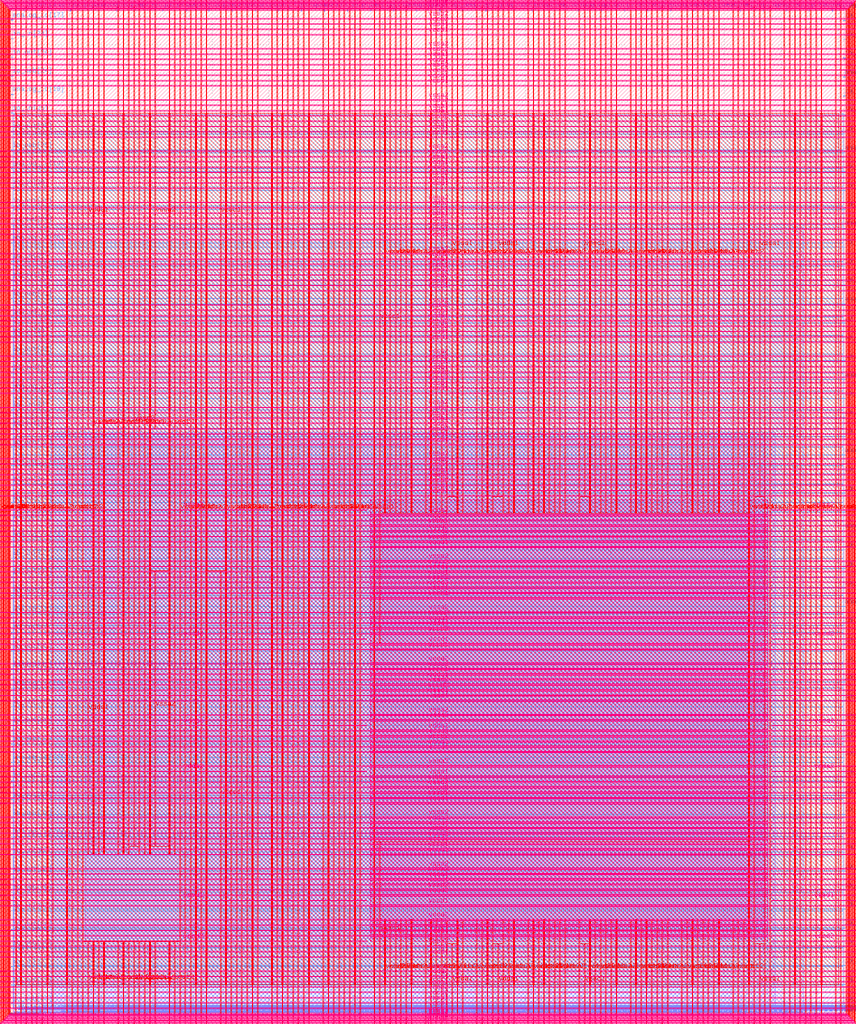
<source format=lef>
VERSION 5.7 ;
  NOWIREEXTENSIONATPIN ON ;
  DIVIDERCHAR "/" ;
  BUSBITCHARS "[]" ;
MACRO user_project_wrapper
  CLASS BLOCK ;
  FOREIGN user_project_wrapper ;
  ORIGIN 0.000 0.000 ;
  SIZE 2920.000 BY 3520.000 ;
  PIN analog_io[0]
    DIRECTION INOUT ;
    USE SIGNAL ;
    PORT
      LAYER met3 ;
        RECT 2917.600 1426.380 2924.800 1427.580 ;
    END
  END analog_io[0]
  PIN analog_io[10]
    DIRECTION INOUT ;
    USE SIGNAL ;
    PORT
      LAYER met2 ;
        RECT 2230.490 3517.600 2231.050 3524.800 ;
    END
  END analog_io[10]
  PIN analog_io[11]
    DIRECTION INOUT ;
    USE SIGNAL ;
    PORT
      LAYER met2 ;
        RECT 1905.730 3517.600 1906.290 3524.800 ;
    END
  END analog_io[11]
  PIN analog_io[12]
    DIRECTION INOUT ;
    USE SIGNAL ;
    PORT
      LAYER met2 ;
        RECT 1581.430 3517.600 1581.990 3524.800 ;
    END
  END analog_io[12]
  PIN analog_io[13]
    DIRECTION INOUT ;
    USE SIGNAL ;
    PORT
      LAYER met2 ;
        RECT 1257.130 3517.600 1257.690 3524.800 ;
    END
  END analog_io[13]
  PIN analog_io[14]
    DIRECTION INOUT ;
    USE SIGNAL ;
    PORT
      LAYER met2 ;
        RECT 932.370 3517.600 932.930 3524.800 ;
    END
  END analog_io[14]
  PIN analog_io[15]
    DIRECTION INOUT ;
    USE SIGNAL ;
    PORT
      LAYER met2 ;
        RECT 608.070 3517.600 608.630 3524.800 ;
    END
  END analog_io[15]
  PIN analog_io[16]
    DIRECTION INOUT ;
    USE SIGNAL ;
    PORT
      LAYER met2 ;
        RECT 283.770 3517.600 284.330 3524.800 ;
    END
  END analog_io[16]
  PIN analog_io[17]
    DIRECTION INOUT ;
    USE SIGNAL ;
    PORT
      LAYER met3 ;
        RECT -4.800 3486.100 2.400 3487.300 ;
    END
  END analog_io[17]
  PIN analog_io[18]
    DIRECTION INOUT ;
    USE SIGNAL ;
    PORT
      LAYER met3 ;
        RECT -4.800 3224.980 2.400 3226.180 ;
    END
  END analog_io[18]
  PIN analog_io[19]
    DIRECTION INOUT ;
    USE SIGNAL ;
    PORT
      LAYER met3 ;
        RECT -4.800 2964.540 2.400 2965.740 ;
    END
  END analog_io[19]
  PIN analog_io[1]
    DIRECTION INOUT ;
    USE SIGNAL ;
    PORT
      LAYER met3 ;
        RECT 2917.600 1692.260 2924.800 1693.460 ;
    END
  END analog_io[1]
  PIN analog_io[20]
    DIRECTION INOUT ;
    USE SIGNAL ;
    PORT
      LAYER met3 ;
        RECT -4.800 2703.420 2.400 2704.620 ;
    END
  END analog_io[20]
  PIN analog_io[21]
    DIRECTION INOUT ;
    USE SIGNAL ;
    PORT
      LAYER met3 ;
        RECT -4.800 2442.980 2.400 2444.180 ;
    END
  END analog_io[21]
  PIN analog_io[22]
    DIRECTION INOUT ;
    USE SIGNAL ;
    PORT
      LAYER met3 ;
        RECT -4.800 2182.540 2.400 2183.740 ;
    END
  END analog_io[22]
  PIN analog_io[23]
    DIRECTION INOUT ;
    USE SIGNAL ;
    PORT
      LAYER met3 ;
        RECT -4.800 1921.420 2.400 1922.620 ;
    END
  END analog_io[23]
  PIN analog_io[24]
    DIRECTION INOUT ;
    USE SIGNAL ;
    PORT
      LAYER met3 ;
        RECT -4.800 1660.980 2.400 1662.180 ;
    END
  END analog_io[24]
  PIN analog_io[25]
    DIRECTION INOUT ;
    USE SIGNAL ;
    PORT
      LAYER met3 ;
        RECT -4.800 1399.860 2.400 1401.060 ;
    END
  END analog_io[25]
  PIN analog_io[26]
    DIRECTION INOUT ;
    USE SIGNAL ;
    PORT
      LAYER met3 ;
        RECT -4.800 1139.420 2.400 1140.620 ;
    END
  END analog_io[26]
  PIN analog_io[27]
    DIRECTION INOUT ;
    USE SIGNAL ;
    PORT
      LAYER met3 ;
        RECT -4.800 878.980 2.400 880.180 ;
    END
  END analog_io[27]
  PIN analog_io[28]
    DIRECTION INOUT ;
    USE SIGNAL ;
    PORT
      LAYER met3 ;
        RECT -4.800 617.860 2.400 619.060 ;
    END
  END analog_io[28]
  PIN analog_io[2]
    DIRECTION INOUT ;
    USE SIGNAL ;
    PORT
      LAYER met3 ;
        RECT 2917.600 1958.140 2924.800 1959.340 ;
    END
  END analog_io[2]
  PIN analog_io[3]
    DIRECTION INOUT ;
    USE SIGNAL ;
    PORT
      LAYER met3 ;
        RECT 2917.600 2223.340 2924.800 2224.540 ;
    END
  END analog_io[3]
  PIN analog_io[4]
    DIRECTION INOUT ;
    USE SIGNAL ;
    PORT
      LAYER met3 ;
        RECT 2917.600 2489.220 2924.800 2490.420 ;
    END
  END analog_io[4]
  PIN analog_io[5]
    DIRECTION INOUT ;
    USE SIGNAL ;
    PORT
      LAYER met3 ;
        RECT 2917.600 2755.100 2924.800 2756.300 ;
    END
  END analog_io[5]
  PIN analog_io[6]
    DIRECTION INOUT ;
    USE SIGNAL ;
    PORT
      LAYER met3 ;
        RECT 2917.600 3020.300 2924.800 3021.500 ;
    END
  END analog_io[6]
  PIN analog_io[7]
    DIRECTION INOUT ;
    USE SIGNAL ;
    PORT
      LAYER met3 ;
        RECT 2917.600 3286.180 2924.800 3287.380 ;
    END
  END analog_io[7]
  PIN analog_io[8]
    DIRECTION INOUT ;
    USE SIGNAL ;
    PORT
      LAYER met2 ;
        RECT 2879.090 3517.600 2879.650 3524.800 ;
    END
  END analog_io[8]
  PIN analog_io[9]
    DIRECTION INOUT ;
    USE SIGNAL ;
    PORT
      LAYER met2 ;
        RECT 2554.790 3517.600 2555.350 3524.800 ;
    END
  END analog_io[9]
  PIN io_in[0]
    DIRECTION INPUT ;
    USE SIGNAL ;
    PORT
      LAYER met3 ;
        RECT 2917.600 32.380 2924.800 33.580 ;
    END
  END io_in[0]
  PIN io_in[10]
    DIRECTION INPUT ;
    USE SIGNAL ;
    PORT
      LAYER met3 ;
        RECT 2917.600 2289.980 2924.800 2291.180 ;
    END
  END io_in[10]
  PIN io_in[11]
    DIRECTION INPUT ;
    USE SIGNAL ;
    PORT
      LAYER met3 ;
        RECT 2917.600 2555.860 2924.800 2557.060 ;
    END
  END io_in[11]
  PIN io_in[12]
    DIRECTION INPUT ;
    USE SIGNAL ;
    PORT
      LAYER met3 ;
        RECT 2917.600 2821.060 2924.800 2822.260 ;
    END
  END io_in[12]
  PIN io_in[13]
    DIRECTION INPUT ;
    USE SIGNAL ;
    PORT
      LAYER met3 ;
        RECT 2917.600 3086.940 2924.800 3088.140 ;
    END
  END io_in[13]
  PIN io_in[14]
    DIRECTION INPUT ;
    USE SIGNAL ;
    PORT
      LAYER met3 ;
        RECT 2917.600 3352.820 2924.800 3354.020 ;
    END
  END io_in[14]
  PIN io_in[15]
    DIRECTION INPUT ;
    USE SIGNAL ;
    PORT
      LAYER met2 ;
        RECT 2798.130 3517.600 2798.690 3524.800 ;
    END
  END io_in[15]
  PIN io_in[16]
    DIRECTION INPUT ;
    USE SIGNAL ;
    PORT
      LAYER met2 ;
        RECT 2473.830 3517.600 2474.390 3524.800 ;
    END
  END io_in[16]
  PIN io_in[17]
    DIRECTION INPUT ;
    USE SIGNAL ;
    PORT
      LAYER met2 ;
        RECT 2149.070 3517.600 2149.630 3524.800 ;
    END
  END io_in[17]
  PIN io_in[18]
    DIRECTION INPUT ;
    USE SIGNAL ;
    PORT
      LAYER met2 ;
        RECT 1824.770 3517.600 1825.330 3524.800 ;
    END
  END io_in[18]
  PIN io_in[19]
    DIRECTION INPUT ;
    USE SIGNAL ;
    PORT
      LAYER met2 ;
        RECT 1500.470 3517.600 1501.030 3524.800 ;
    END
  END io_in[19]
  PIN io_in[1]
    DIRECTION INPUT ;
    USE SIGNAL ;
    PORT
      LAYER met3 ;
        RECT 2917.600 230.940 2924.800 232.140 ;
    END
  END io_in[1]
  PIN io_in[20]
    DIRECTION INPUT ;
    USE SIGNAL ;
    PORT
      LAYER met2 ;
        RECT 1175.710 3517.600 1176.270 3524.800 ;
    END
  END io_in[20]
  PIN io_in[21]
    DIRECTION INPUT ;
    USE SIGNAL ;
    PORT
      LAYER met2 ;
        RECT 851.410 3517.600 851.970 3524.800 ;
    END
  END io_in[21]
  PIN io_in[22]
    DIRECTION INPUT ;
    USE SIGNAL ;
    PORT
      LAYER met2 ;
        RECT 527.110 3517.600 527.670 3524.800 ;
    END
  END io_in[22]
  PIN io_in[23]
    DIRECTION INPUT ;
    USE SIGNAL ;
    PORT
      LAYER met2 ;
        RECT 202.350 3517.600 202.910 3524.800 ;
    END
  END io_in[23]
  PIN io_in[24]
    DIRECTION INPUT ;
    USE SIGNAL ;
    PORT
      LAYER met3 ;
        RECT -4.800 3420.820 2.400 3422.020 ;
    END
  END io_in[24]
  PIN io_in[25]
    DIRECTION INPUT ;
    USE SIGNAL ;
    PORT
      LAYER met3 ;
        RECT -4.800 3159.700 2.400 3160.900 ;
    END
  END io_in[25]
  PIN io_in[26]
    DIRECTION INPUT ;
    USE SIGNAL ;
    PORT
      LAYER met3 ;
        RECT -4.800 2899.260 2.400 2900.460 ;
    END
  END io_in[26]
  PIN io_in[27]
    DIRECTION INPUT ;
    USE SIGNAL ;
    PORT
      LAYER met3 ;
        RECT -4.800 2638.820 2.400 2640.020 ;
    END
  END io_in[27]
  PIN io_in[28]
    DIRECTION INPUT ;
    USE SIGNAL ;
    PORT
      LAYER met3 ;
        RECT -4.800 2377.700 2.400 2378.900 ;
    END
  END io_in[28]
  PIN io_in[29]
    DIRECTION INPUT ;
    USE SIGNAL ;
    PORT
      LAYER met3 ;
        RECT -4.800 2117.260 2.400 2118.460 ;
    END
  END io_in[29]
  PIN io_in[2]
    DIRECTION INPUT ;
    USE SIGNAL ;
    PORT
      LAYER met3 ;
        RECT 2917.600 430.180 2924.800 431.380 ;
    END
  END io_in[2]
  PIN io_in[30]
    DIRECTION INPUT ;
    USE SIGNAL ;
    PORT
      LAYER met3 ;
        RECT -4.800 1856.140 2.400 1857.340 ;
    END
  END io_in[30]
  PIN io_in[31]
    DIRECTION INPUT ;
    USE SIGNAL ;
    PORT
      LAYER met3 ;
        RECT -4.800 1595.700 2.400 1596.900 ;
    END
  END io_in[31]
  PIN io_in[32]
    DIRECTION INPUT ;
    USE SIGNAL ;
    PORT
      LAYER met3 ;
        RECT -4.800 1335.260 2.400 1336.460 ;
    END
  END io_in[32]
  PIN io_in[33]
    DIRECTION INPUT ;
    USE SIGNAL ;
    PORT
      LAYER met3 ;
        RECT -4.800 1074.140 2.400 1075.340 ;
    END
  END io_in[33]
  PIN io_in[34]
    DIRECTION INPUT ;
    USE SIGNAL ;
    PORT
      LAYER met3 ;
        RECT -4.800 813.700 2.400 814.900 ;
    END
  END io_in[34]
  PIN io_in[35]
    DIRECTION INPUT ;
    USE SIGNAL ;
    PORT
      LAYER met3 ;
        RECT -4.800 552.580 2.400 553.780 ;
    END
  END io_in[35]
  PIN io_in[36]
    DIRECTION INPUT ;
    USE SIGNAL ;
    PORT
      LAYER met3 ;
        RECT -4.800 357.420 2.400 358.620 ;
    END
  END io_in[36]
  PIN io_in[37]
    DIRECTION INPUT ;
    USE SIGNAL ;
    PORT
      LAYER met3 ;
        RECT -4.800 161.580 2.400 162.780 ;
    END
  END io_in[37]
  PIN io_in[3]
    DIRECTION INPUT ;
    USE SIGNAL ;
    PORT
      LAYER met3 ;
        RECT 2917.600 629.420 2924.800 630.620 ;
    END
  END io_in[3]
  PIN io_in[4]
    DIRECTION INPUT ;
    USE SIGNAL ;
    PORT
      LAYER met3 ;
        RECT 2917.600 828.660 2924.800 829.860 ;
    END
  END io_in[4]
  PIN io_in[5]
    DIRECTION INPUT ;
    USE SIGNAL ;
    PORT
      LAYER met3 ;
        RECT 2917.600 1027.900 2924.800 1029.100 ;
    END
  END io_in[5]
  PIN io_in[6]
    DIRECTION INPUT ;
    USE SIGNAL ;
    PORT
      LAYER met3 ;
        RECT 2917.600 1227.140 2924.800 1228.340 ;
    END
  END io_in[6]
  PIN io_in[7]
    DIRECTION INPUT ;
    USE SIGNAL ;
    PORT
      LAYER met3 ;
        RECT 2917.600 1493.020 2924.800 1494.220 ;
    END
  END io_in[7]
  PIN io_in[8]
    DIRECTION INPUT ;
    USE SIGNAL ;
    PORT
      LAYER met3 ;
        RECT 2917.600 1758.900 2924.800 1760.100 ;
    END
  END io_in[8]
  PIN io_in[9]
    DIRECTION INPUT ;
    USE SIGNAL ;
    PORT
      LAYER met3 ;
        RECT 2917.600 2024.100 2924.800 2025.300 ;
    END
  END io_in[9]
  PIN io_oeb[0]
    DIRECTION OUTPUT TRISTATE ;
    USE SIGNAL ;
    PORT
      LAYER met3 ;
        RECT 2917.600 164.980 2924.800 166.180 ;
    END
  END io_oeb[0]
  PIN io_oeb[10]
    DIRECTION OUTPUT TRISTATE ;
    USE SIGNAL ;
    PORT
      LAYER met3 ;
        RECT 2917.600 2422.580 2924.800 2423.780 ;
    END
  END io_oeb[10]
  PIN io_oeb[11]
    DIRECTION OUTPUT TRISTATE ;
    USE SIGNAL ;
    PORT
      LAYER met3 ;
        RECT 2917.600 2688.460 2924.800 2689.660 ;
    END
  END io_oeb[11]
  PIN io_oeb[12]
    DIRECTION OUTPUT TRISTATE ;
    USE SIGNAL ;
    PORT
      LAYER met3 ;
        RECT 2917.600 2954.340 2924.800 2955.540 ;
    END
  END io_oeb[12]
  PIN io_oeb[13]
    DIRECTION OUTPUT TRISTATE ;
    USE SIGNAL ;
    PORT
      LAYER met3 ;
        RECT 2917.600 3219.540 2924.800 3220.740 ;
    END
  END io_oeb[13]
  PIN io_oeb[14]
    DIRECTION OUTPUT TRISTATE ;
    USE SIGNAL ;
    PORT
      LAYER met3 ;
        RECT 2917.600 3485.420 2924.800 3486.620 ;
    END
  END io_oeb[14]
  PIN io_oeb[15]
    DIRECTION OUTPUT TRISTATE ;
    USE SIGNAL ;
    PORT
      LAYER met2 ;
        RECT 2635.750 3517.600 2636.310 3524.800 ;
    END
  END io_oeb[15]
  PIN io_oeb[16]
    DIRECTION OUTPUT TRISTATE ;
    USE SIGNAL ;
    PORT
      LAYER met2 ;
        RECT 2311.450 3517.600 2312.010 3524.800 ;
    END
  END io_oeb[16]
  PIN io_oeb[17]
    DIRECTION OUTPUT TRISTATE ;
    USE SIGNAL ;
    PORT
      LAYER met2 ;
        RECT 1987.150 3517.600 1987.710 3524.800 ;
    END
  END io_oeb[17]
  PIN io_oeb[18]
    DIRECTION OUTPUT TRISTATE ;
    USE SIGNAL ;
    PORT
      LAYER met2 ;
        RECT 1662.390 3517.600 1662.950 3524.800 ;
    END
  END io_oeb[18]
  PIN io_oeb[19]
    DIRECTION OUTPUT TRISTATE ;
    USE SIGNAL ;
    PORT
      LAYER met2 ;
        RECT 1338.090 3517.600 1338.650 3524.800 ;
    END
  END io_oeb[19]
  PIN io_oeb[1]
    DIRECTION OUTPUT TRISTATE ;
    USE SIGNAL ;
    PORT
      LAYER met3 ;
        RECT 2917.600 364.220 2924.800 365.420 ;
    END
  END io_oeb[1]
  PIN io_oeb[20]
    DIRECTION OUTPUT TRISTATE ;
    USE SIGNAL ;
    PORT
      LAYER met2 ;
        RECT 1013.790 3517.600 1014.350 3524.800 ;
    END
  END io_oeb[20]
  PIN io_oeb[21]
    DIRECTION OUTPUT TRISTATE ;
    USE SIGNAL ;
    PORT
      LAYER met2 ;
        RECT 689.030 3517.600 689.590 3524.800 ;
    END
  END io_oeb[21]
  PIN io_oeb[22]
    DIRECTION OUTPUT TRISTATE ;
    USE SIGNAL ;
    PORT
      LAYER met2 ;
        RECT 364.730 3517.600 365.290 3524.800 ;
    END
  END io_oeb[22]
  PIN io_oeb[23]
    DIRECTION OUTPUT TRISTATE ;
    USE SIGNAL ;
    PORT
      LAYER met2 ;
        RECT 40.430 3517.600 40.990 3524.800 ;
    END
  END io_oeb[23]
  PIN io_oeb[24]
    DIRECTION OUTPUT TRISTATE ;
    USE SIGNAL ;
    PORT
      LAYER met3 ;
        RECT -4.800 3290.260 2.400 3291.460 ;
    END
  END io_oeb[24]
  PIN io_oeb[25]
    DIRECTION OUTPUT TRISTATE ;
    USE SIGNAL ;
    PORT
      LAYER met3 ;
        RECT -4.800 3029.820 2.400 3031.020 ;
    END
  END io_oeb[25]
  PIN io_oeb[26]
    DIRECTION OUTPUT TRISTATE ;
    USE SIGNAL ;
    PORT
      LAYER met3 ;
        RECT -4.800 2768.700 2.400 2769.900 ;
    END
  END io_oeb[26]
  PIN io_oeb[27]
    DIRECTION OUTPUT TRISTATE ;
    USE SIGNAL ;
    PORT
      LAYER met3 ;
        RECT -4.800 2508.260 2.400 2509.460 ;
    END
  END io_oeb[27]
  PIN io_oeb[28]
    DIRECTION OUTPUT TRISTATE ;
    USE SIGNAL ;
    PORT
      LAYER met3 ;
        RECT -4.800 2247.140 2.400 2248.340 ;
    END
  END io_oeb[28]
  PIN io_oeb[29]
    DIRECTION OUTPUT TRISTATE ;
    USE SIGNAL ;
    PORT
      LAYER met3 ;
        RECT -4.800 1986.700 2.400 1987.900 ;
    END
  END io_oeb[29]
  PIN io_oeb[2]
    DIRECTION OUTPUT TRISTATE ;
    USE SIGNAL ;
    PORT
      LAYER met3 ;
        RECT 2917.600 563.460 2924.800 564.660 ;
    END
  END io_oeb[2]
  PIN io_oeb[30]
    DIRECTION OUTPUT TRISTATE ;
    USE SIGNAL ;
    PORT
      LAYER met3 ;
        RECT -4.800 1726.260 2.400 1727.460 ;
    END
  END io_oeb[30]
  PIN io_oeb[31]
    DIRECTION OUTPUT TRISTATE ;
    USE SIGNAL ;
    PORT
      LAYER met3 ;
        RECT -4.800 1465.140 2.400 1466.340 ;
    END
  END io_oeb[31]
  PIN io_oeb[32]
    DIRECTION OUTPUT TRISTATE ;
    USE SIGNAL ;
    PORT
      LAYER met3 ;
        RECT -4.800 1204.700 2.400 1205.900 ;
    END
  END io_oeb[32]
  PIN io_oeb[33]
    DIRECTION OUTPUT TRISTATE ;
    USE SIGNAL ;
    PORT
      LAYER met3 ;
        RECT -4.800 943.580 2.400 944.780 ;
    END
  END io_oeb[33]
  PIN io_oeb[34]
    DIRECTION OUTPUT TRISTATE ;
    USE SIGNAL ;
    PORT
      LAYER met3 ;
        RECT -4.800 683.140 2.400 684.340 ;
    END
  END io_oeb[34]
  PIN io_oeb[35]
    DIRECTION OUTPUT TRISTATE ;
    USE SIGNAL ;
    PORT
      LAYER met3 ;
        RECT -4.800 422.700 2.400 423.900 ;
    END
  END io_oeb[35]
  PIN io_oeb[36]
    DIRECTION OUTPUT TRISTATE ;
    USE SIGNAL ;
    PORT
      LAYER met3 ;
        RECT -4.800 226.860 2.400 228.060 ;
    END
  END io_oeb[36]
  PIN io_oeb[37]
    DIRECTION OUTPUT TRISTATE ;
    USE SIGNAL ;
    PORT
      LAYER met3 ;
        RECT -4.800 31.700 2.400 32.900 ;
    END
  END io_oeb[37]
  PIN io_oeb[3]
    DIRECTION OUTPUT TRISTATE ;
    USE SIGNAL ;
    PORT
      LAYER met3 ;
        RECT 2917.600 762.700 2924.800 763.900 ;
    END
  END io_oeb[3]
  PIN io_oeb[4]
    DIRECTION OUTPUT TRISTATE ;
    USE SIGNAL ;
    PORT
      LAYER met3 ;
        RECT 2917.600 961.940 2924.800 963.140 ;
    END
  END io_oeb[4]
  PIN io_oeb[5]
    DIRECTION OUTPUT TRISTATE ;
    USE SIGNAL ;
    PORT
      LAYER met3 ;
        RECT 2917.600 1161.180 2924.800 1162.380 ;
    END
  END io_oeb[5]
  PIN io_oeb[6]
    DIRECTION OUTPUT TRISTATE ;
    USE SIGNAL ;
    PORT
      LAYER met3 ;
        RECT 2917.600 1360.420 2924.800 1361.620 ;
    END
  END io_oeb[6]
  PIN io_oeb[7]
    DIRECTION OUTPUT TRISTATE ;
    USE SIGNAL ;
    PORT
      LAYER met3 ;
        RECT 2917.600 1625.620 2924.800 1626.820 ;
    END
  END io_oeb[7]
  PIN io_oeb[8]
    DIRECTION OUTPUT TRISTATE ;
    USE SIGNAL ;
    PORT
      LAYER met3 ;
        RECT 2917.600 1891.500 2924.800 1892.700 ;
    END
  END io_oeb[8]
  PIN io_oeb[9]
    DIRECTION OUTPUT TRISTATE ;
    USE SIGNAL ;
    PORT
      LAYER met3 ;
        RECT 2917.600 2157.380 2924.800 2158.580 ;
    END
  END io_oeb[9]
  PIN io_out[0]
    DIRECTION OUTPUT TRISTATE ;
    USE SIGNAL ;
    PORT
      LAYER met3 ;
        RECT 2917.600 98.340 2924.800 99.540 ;
    END
  END io_out[0]
  PIN io_out[10]
    DIRECTION OUTPUT TRISTATE ;
    USE SIGNAL ;
    PORT
      LAYER met3 ;
        RECT 2917.600 2356.620 2924.800 2357.820 ;
    END
  END io_out[10]
  PIN io_out[11]
    DIRECTION OUTPUT TRISTATE ;
    USE SIGNAL ;
    PORT
      LAYER met3 ;
        RECT 2917.600 2621.820 2924.800 2623.020 ;
    END
  END io_out[11]
  PIN io_out[12]
    DIRECTION OUTPUT TRISTATE ;
    USE SIGNAL ;
    PORT
      LAYER met3 ;
        RECT 2917.600 2887.700 2924.800 2888.900 ;
    END
  END io_out[12]
  PIN io_out[13]
    DIRECTION OUTPUT TRISTATE ;
    USE SIGNAL ;
    PORT
      LAYER met3 ;
        RECT 2917.600 3153.580 2924.800 3154.780 ;
    END
  END io_out[13]
  PIN io_out[14]
    DIRECTION OUTPUT TRISTATE ;
    USE SIGNAL ;
    PORT
      LAYER met3 ;
        RECT 2917.600 3418.780 2924.800 3419.980 ;
    END
  END io_out[14]
  PIN io_out[15]
    DIRECTION OUTPUT TRISTATE ;
    USE SIGNAL ;
    PORT
      LAYER met2 ;
        RECT 2717.170 3517.600 2717.730 3524.800 ;
    END
  END io_out[15]
  PIN io_out[16]
    DIRECTION OUTPUT TRISTATE ;
    USE SIGNAL ;
    PORT
      LAYER met2 ;
        RECT 2392.410 3517.600 2392.970 3524.800 ;
    END
  END io_out[16]
  PIN io_out[17]
    DIRECTION OUTPUT TRISTATE ;
    USE SIGNAL ;
    PORT
      LAYER met2 ;
        RECT 2068.110 3517.600 2068.670 3524.800 ;
    END
  END io_out[17]
  PIN io_out[18]
    DIRECTION OUTPUT TRISTATE ;
    USE SIGNAL ;
    PORT
      LAYER met2 ;
        RECT 1743.810 3517.600 1744.370 3524.800 ;
    END
  END io_out[18]
  PIN io_out[19]
    DIRECTION OUTPUT TRISTATE ;
    USE SIGNAL ;
    PORT
      LAYER met2 ;
        RECT 1419.050 3517.600 1419.610 3524.800 ;
    END
  END io_out[19]
  PIN io_out[1]
    DIRECTION OUTPUT TRISTATE ;
    USE SIGNAL ;
    PORT
      LAYER met3 ;
        RECT 2917.600 297.580 2924.800 298.780 ;
    END
  END io_out[1]
  PIN io_out[20]
    DIRECTION OUTPUT TRISTATE ;
    USE SIGNAL ;
    PORT
      LAYER met2 ;
        RECT 1094.750 3517.600 1095.310 3524.800 ;
    END
  END io_out[20]
  PIN io_out[21]
    DIRECTION OUTPUT TRISTATE ;
    USE SIGNAL ;
    PORT
      LAYER met2 ;
        RECT 770.450 3517.600 771.010 3524.800 ;
    END
  END io_out[21]
  PIN io_out[22]
    DIRECTION OUTPUT TRISTATE ;
    USE SIGNAL ;
    PORT
      LAYER met2 ;
        RECT 445.690 3517.600 446.250 3524.800 ;
    END
  END io_out[22]
  PIN io_out[23]
    DIRECTION OUTPUT TRISTATE ;
    USE SIGNAL ;
    PORT
      LAYER met2 ;
        RECT 121.390 3517.600 121.950 3524.800 ;
    END
  END io_out[23]
  PIN io_out[24]
    DIRECTION OUTPUT TRISTATE ;
    USE SIGNAL ;
    PORT
      LAYER met3 ;
        RECT -4.800 3355.540 2.400 3356.740 ;
    END
  END io_out[24]
  PIN io_out[25]
    DIRECTION OUTPUT TRISTATE ;
    USE SIGNAL ;
    PORT
      LAYER met3 ;
        RECT -4.800 3095.100 2.400 3096.300 ;
    END
  END io_out[25]
  PIN io_out[26]
    DIRECTION OUTPUT TRISTATE ;
    USE SIGNAL ;
    PORT
      LAYER met3 ;
        RECT -4.800 2833.980 2.400 2835.180 ;
    END
  END io_out[26]
  PIN io_out[27]
    DIRECTION OUTPUT TRISTATE ;
    USE SIGNAL ;
    PORT
      LAYER met3 ;
        RECT -4.800 2573.540 2.400 2574.740 ;
    END
  END io_out[27]
  PIN io_out[28]
    DIRECTION OUTPUT TRISTATE ;
    USE SIGNAL ;
    PORT
      LAYER met3 ;
        RECT -4.800 2312.420 2.400 2313.620 ;
    END
  END io_out[28]
  PIN io_out[29]
    DIRECTION OUTPUT TRISTATE ;
    USE SIGNAL ;
    PORT
      LAYER met3 ;
        RECT -4.800 2051.980 2.400 2053.180 ;
    END
  END io_out[29]
  PIN io_out[2]
    DIRECTION OUTPUT TRISTATE ;
    USE SIGNAL ;
    PORT
      LAYER met3 ;
        RECT 2917.600 496.820 2924.800 498.020 ;
    END
  END io_out[2]
  PIN io_out[30]
    DIRECTION OUTPUT TRISTATE ;
    USE SIGNAL ;
    PORT
      LAYER met3 ;
        RECT -4.800 1791.540 2.400 1792.740 ;
    END
  END io_out[30]
  PIN io_out[31]
    DIRECTION OUTPUT TRISTATE ;
    USE SIGNAL ;
    PORT
      LAYER met3 ;
        RECT -4.800 1530.420 2.400 1531.620 ;
    END
  END io_out[31]
  PIN io_out[32]
    DIRECTION OUTPUT TRISTATE ;
    USE SIGNAL ;
    PORT
      LAYER met3 ;
        RECT -4.800 1269.980 2.400 1271.180 ;
    END
  END io_out[32]
  PIN io_out[33]
    DIRECTION OUTPUT TRISTATE ;
    USE SIGNAL ;
    PORT
      LAYER met3 ;
        RECT -4.800 1008.860 2.400 1010.060 ;
    END
  END io_out[33]
  PIN io_out[34]
    DIRECTION OUTPUT TRISTATE ;
    USE SIGNAL ;
    PORT
      LAYER met3 ;
        RECT -4.800 748.420 2.400 749.620 ;
    END
  END io_out[34]
  PIN io_out[35]
    DIRECTION OUTPUT TRISTATE ;
    USE SIGNAL ;
    PORT
      LAYER met3 ;
        RECT -4.800 487.300 2.400 488.500 ;
    END
  END io_out[35]
  PIN io_out[36]
    DIRECTION OUTPUT TRISTATE ;
    USE SIGNAL ;
    PORT
      LAYER met3 ;
        RECT -4.800 292.140 2.400 293.340 ;
    END
  END io_out[36]
  PIN io_out[37]
    DIRECTION OUTPUT TRISTATE ;
    USE SIGNAL ;
    PORT
      LAYER met3 ;
        RECT -4.800 96.300 2.400 97.500 ;
    END
  END io_out[37]
  PIN io_out[3]
    DIRECTION OUTPUT TRISTATE ;
    USE SIGNAL ;
    PORT
      LAYER met3 ;
        RECT 2917.600 696.060 2924.800 697.260 ;
    END
  END io_out[3]
  PIN io_out[4]
    DIRECTION OUTPUT TRISTATE ;
    USE SIGNAL ;
    PORT
      LAYER met3 ;
        RECT 2917.600 895.300 2924.800 896.500 ;
    END
  END io_out[4]
  PIN io_out[5]
    DIRECTION OUTPUT TRISTATE ;
    USE SIGNAL ;
    PORT
      LAYER met3 ;
        RECT 2917.600 1094.540 2924.800 1095.740 ;
    END
  END io_out[5]
  PIN io_out[6]
    DIRECTION OUTPUT TRISTATE ;
    USE SIGNAL ;
    PORT
      LAYER met3 ;
        RECT 2917.600 1293.780 2924.800 1294.980 ;
    END
  END io_out[6]
  PIN io_out[7]
    DIRECTION OUTPUT TRISTATE ;
    USE SIGNAL ;
    PORT
      LAYER met3 ;
        RECT 2917.600 1559.660 2924.800 1560.860 ;
    END
  END io_out[7]
  PIN io_out[8]
    DIRECTION OUTPUT TRISTATE ;
    USE SIGNAL ;
    PORT
      LAYER met3 ;
        RECT 2917.600 1824.860 2924.800 1826.060 ;
    END
  END io_out[8]
  PIN io_out[9]
    DIRECTION OUTPUT TRISTATE ;
    USE SIGNAL ;
    PORT
      LAYER met3 ;
        RECT 2917.600 2090.740 2924.800 2091.940 ;
    END
  END io_out[9]
  PIN la_data_in[0]
    DIRECTION INPUT ;
    USE SIGNAL ;
    PORT
      LAYER met2 ;
        RECT 629.230 -4.800 629.790 2.400 ;
    END
  END la_data_in[0]
  PIN la_data_in[100]
    DIRECTION INPUT ;
    USE SIGNAL ;
    PORT
      LAYER met2 ;
        RECT 2402.530 -4.800 2403.090 2.400 ;
    END
  END la_data_in[100]
  PIN la_data_in[101]
    DIRECTION INPUT ;
    USE SIGNAL ;
    PORT
      LAYER met2 ;
        RECT 2420.010 -4.800 2420.570 2.400 ;
    END
  END la_data_in[101]
  PIN la_data_in[102]
    DIRECTION INPUT ;
    USE SIGNAL ;
    PORT
      LAYER met2 ;
        RECT 2437.950 -4.800 2438.510 2.400 ;
    END
  END la_data_in[102]
  PIN la_data_in[103]
    DIRECTION INPUT ;
    USE SIGNAL ;
    PORT
      LAYER met2 ;
        RECT 2455.430 -4.800 2455.990 2.400 ;
    END
  END la_data_in[103]
  PIN la_data_in[104]
    DIRECTION INPUT ;
    USE SIGNAL ;
    PORT
      LAYER met2 ;
        RECT 2473.370 -4.800 2473.930 2.400 ;
    END
  END la_data_in[104]
  PIN la_data_in[105]
    DIRECTION INPUT ;
    USE SIGNAL ;
    PORT
      LAYER met2 ;
        RECT 2490.850 -4.800 2491.410 2.400 ;
    END
  END la_data_in[105]
  PIN la_data_in[106]
    DIRECTION INPUT ;
    USE SIGNAL ;
    PORT
      LAYER met2 ;
        RECT 2508.790 -4.800 2509.350 2.400 ;
    END
  END la_data_in[106]
  PIN la_data_in[107]
    DIRECTION INPUT ;
    USE SIGNAL ;
    PORT
      LAYER met2 ;
        RECT 2526.730 -4.800 2527.290 2.400 ;
    END
  END la_data_in[107]
  PIN la_data_in[108]
    DIRECTION INPUT ;
    USE SIGNAL ;
    PORT
      LAYER met2 ;
        RECT 2544.210 -4.800 2544.770 2.400 ;
    END
  END la_data_in[108]
  PIN la_data_in[109]
    DIRECTION INPUT ;
    USE SIGNAL ;
    PORT
      LAYER met2 ;
        RECT 2562.150 -4.800 2562.710 2.400 ;
    END
  END la_data_in[109]
  PIN la_data_in[10]
    DIRECTION INPUT ;
    USE SIGNAL ;
    PORT
      LAYER met2 ;
        RECT 806.330 -4.800 806.890 2.400 ;
    END
  END la_data_in[10]
  PIN la_data_in[110]
    DIRECTION INPUT ;
    USE SIGNAL ;
    PORT
      LAYER met2 ;
        RECT 2579.630 -4.800 2580.190 2.400 ;
    END
  END la_data_in[110]
  PIN la_data_in[111]
    DIRECTION INPUT ;
    USE SIGNAL ;
    PORT
      LAYER met2 ;
        RECT 2597.570 -4.800 2598.130 2.400 ;
    END
  END la_data_in[111]
  PIN la_data_in[112]
    DIRECTION INPUT ;
    USE SIGNAL ;
    PORT
      LAYER met2 ;
        RECT 2615.050 -4.800 2615.610 2.400 ;
    END
  END la_data_in[112]
  PIN la_data_in[113]
    DIRECTION INPUT ;
    USE SIGNAL ;
    PORT
      LAYER met2 ;
        RECT 2632.990 -4.800 2633.550 2.400 ;
    END
  END la_data_in[113]
  PIN la_data_in[114]
    DIRECTION INPUT ;
    USE SIGNAL ;
    PORT
      LAYER met2 ;
        RECT 2650.470 -4.800 2651.030 2.400 ;
    END
  END la_data_in[114]
  PIN la_data_in[115]
    DIRECTION INPUT ;
    USE SIGNAL ;
    PORT
      LAYER met2 ;
        RECT 2668.410 -4.800 2668.970 2.400 ;
    END
  END la_data_in[115]
  PIN la_data_in[116]
    DIRECTION INPUT ;
    USE SIGNAL ;
    PORT
      LAYER met2 ;
        RECT 2685.890 -4.800 2686.450 2.400 ;
    END
  END la_data_in[116]
  PIN la_data_in[117]
    DIRECTION INPUT ;
    USE SIGNAL ;
    PORT
      LAYER met2 ;
        RECT 2703.830 -4.800 2704.390 2.400 ;
    END
  END la_data_in[117]
  PIN la_data_in[118]
    DIRECTION INPUT ;
    USE SIGNAL ;
    PORT
      LAYER met2 ;
        RECT 2721.770 -4.800 2722.330 2.400 ;
    END
  END la_data_in[118]
  PIN la_data_in[119]
    DIRECTION INPUT ;
    USE SIGNAL ;
    PORT
      LAYER met2 ;
        RECT 2739.250 -4.800 2739.810 2.400 ;
    END
  END la_data_in[119]
  PIN la_data_in[11]
    DIRECTION INPUT ;
    USE SIGNAL ;
    PORT
      LAYER met2 ;
        RECT 824.270 -4.800 824.830 2.400 ;
    END
  END la_data_in[11]
  PIN la_data_in[120]
    DIRECTION INPUT ;
    USE SIGNAL ;
    PORT
      LAYER met2 ;
        RECT 2757.190 -4.800 2757.750 2.400 ;
    END
  END la_data_in[120]
  PIN la_data_in[121]
    DIRECTION INPUT ;
    USE SIGNAL ;
    PORT
      LAYER met2 ;
        RECT 2774.670 -4.800 2775.230 2.400 ;
    END
  END la_data_in[121]
  PIN la_data_in[122]
    DIRECTION INPUT ;
    USE SIGNAL ;
    PORT
      LAYER met2 ;
        RECT 2792.610 -4.800 2793.170 2.400 ;
    END
  END la_data_in[122]
  PIN la_data_in[123]
    DIRECTION INPUT ;
    USE SIGNAL ;
    PORT
      LAYER met2 ;
        RECT 2810.090 -4.800 2810.650 2.400 ;
    END
  END la_data_in[123]
  PIN la_data_in[124]
    DIRECTION INPUT ;
    USE SIGNAL ;
    PORT
      LAYER met2 ;
        RECT 2828.030 -4.800 2828.590 2.400 ;
    END
  END la_data_in[124]
  PIN la_data_in[125]
    DIRECTION INPUT ;
    USE SIGNAL ;
    PORT
      LAYER met2 ;
        RECT 2845.510 -4.800 2846.070 2.400 ;
    END
  END la_data_in[125]
  PIN la_data_in[126]
    DIRECTION INPUT ;
    USE SIGNAL ;
    PORT
      LAYER met2 ;
        RECT 2863.450 -4.800 2864.010 2.400 ;
    END
  END la_data_in[126]
  PIN la_data_in[127]
    DIRECTION INPUT ;
    USE SIGNAL ;
    PORT
      LAYER met2 ;
        RECT 2881.390 -4.800 2881.950 2.400 ;
    END
  END la_data_in[127]
  PIN la_data_in[12]
    DIRECTION INPUT ;
    USE SIGNAL ;
    PORT
      LAYER met2 ;
        RECT 841.750 -4.800 842.310 2.400 ;
    END
  END la_data_in[12]
  PIN la_data_in[13]
    DIRECTION INPUT ;
    USE SIGNAL ;
    PORT
      LAYER met2 ;
        RECT 859.690 -4.800 860.250 2.400 ;
    END
  END la_data_in[13]
  PIN la_data_in[14]
    DIRECTION INPUT ;
    USE SIGNAL ;
    PORT
      LAYER met2 ;
        RECT 877.170 -4.800 877.730 2.400 ;
    END
  END la_data_in[14]
  PIN la_data_in[15]
    DIRECTION INPUT ;
    USE SIGNAL ;
    PORT
      LAYER met2 ;
        RECT 895.110 -4.800 895.670 2.400 ;
    END
  END la_data_in[15]
  PIN la_data_in[16]
    DIRECTION INPUT ;
    USE SIGNAL ;
    PORT
      LAYER met2 ;
        RECT 912.590 -4.800 913.150 2.400 ;
    END
  END la_data_in[16]
  PIN la_data_in[17]
    DIRECTION INPUT ;
    USE SIGNAL ;
    PORT
      LAYER met2 ;
        RECT 930.530 -4.800 931.090 2.400 ;
    END
  END la_data_in[17]
  PIN la_data_in[18]
    DIRECTION INPUT ;
    USE SIGNAL ;
    PORT
      LAYER met2 ;
        RECT 948.470 -4.800 949.030 2.400 ;
    END
  END la_data_in[18]
  PIN la_data_in[19]
    DIRECTION INPUT ;
    USE SIGNAL ;
    PORT
      LAYER met2 ;
        RECT 965.950 -4.800 966.510 2.400 ;
    END
  END la_data_in[19]
  PIN la_data_in[1]
    DIRECTION INPUT ;
    USE SIGNAL ;
    PORT
      LAYER met2 ;
        RECT 646.710 -4.800 647.270 2.400 ;
    END
  END la_data_in[1]
  PIN la_data_in[20]
    DIRECTION INPUT ;
    USE SIGNAL ;
    PORT
      LAYER met2 ;
        RECT 983.890 -4.800 984.450 2.400 ;
    END
  END la_data_in[20]
  PIN la_data_in[21]
    DIRECTION INPUT ;
    USE SIGNAL ;
    PORT
      LAYER met2 ;
        RECT 1001.370 -4.800 1001.930 2.400 ;
    END
  END la_data_in[21]
  PIN la_data_in[22]
    DIRECTION INPUT ;
    USE SIGNAL ;
    PORT
      LAYER met2 ;
        RECT 1019.310 -4.800 1019.870 2.400 ;
    END
  END la_data_in[22]
  PIN la_data_in[23]
    DIRECTION INPUT ;
    USE SIGNAL ;
    PORT
      LAYER met2 ;
        RECT 1036.790 -4.800 1037.350 2.400 ;
    END
  END la_data_in[23]
  PIN la_data_in[24]
    DIRECTION INPUT ;
    USE SIGNAL ;
    PORT
      LAYER met2 ;
        RECT 1054.730 -4.800 1055.290 2.400 ;
    END
  END la_data_in[24]
  PIN la_data_in[25]
    DIRECTION INPUT ;
    USE SIGNAL ;
    PORT
      LAYER met2 ;
        RECT 1072.210 -4.800 1072.770 2.400 ;
    END
  END la_data_in[25]
  PIN la_data_in[26]
    DIRECTION INPUT ;
    USE SIGNAL ;
    PORT
      LAYER met2 ;
        RECT 1090.150 -4.800 1090.710 2.400 ;
    END
  END la_data_in[26]
  PIN la_data_in[27]
    DIRECTION INPUT ;
    USE SIGNAL ;
    PORT
      LAYER met2 ;
        RECT 1107.630 -4.800 1108.190 2.400 ;
    END
  END la_data_in[27]
  PIN la_data_in[28]
    DIRECTION INPUT ;
    USE SIGNAL ;
    PORT
      LAYER met2 ;
        RECT 1125.570 -4.800 1126.130 2.400 ;
    END
  END la_data_in[28]
  PIN la_data_in[29]
    DIRECTION INPUT ;
    USE SIGNAL ;
    PORT
      LAYER met2 ;
        RECT 1143.510 -4.800 1144.070 2.400 ;
    END
  END la_data_in[29]
  PIN la_data_in[2]
    DIRECTION INPUT ;
    USE SIGNAL ;
    PORT
      LAYER met2 ;
        RECT 664.650 -4.800 665.210 2.400 ;
    END
  END la_data_in[2]
  PIN la_data_in[30]
    DIRECTION INPUT ;
    USE SIGNAL ;
    PORT
      LAYER met2 ;
        RECT 1160.990 -4.800 1161.550 2.400 ;
    END
  END la_data_in[30]
  PIN la_data_in[31]
    DIRECTION INPUT ;
    USE SIGNAL ;
    PORT
      LAYER met2 ;
        RECT 1178.930 -4.800 1179.490 2.400 ;
    END
  END la_data_in[31]
  PIN la_data_in[32]
    DIRECTION INPUT ;
    USE SIGNAL ;
    PORT
      LAYER met2 ;
        RECT 1196.410 -4.800 1196.970 2.400 ;
    END
  END la_data_in[32]
  PIN la_data_in[33]
    DIRECTION INPUT ;
    USE SIGNAL ;
    PORT
      LAYER met2 ;
        RECT 1214.350 -4.800 1214.910 2.400 ;
    END
  END la_data_in[33]
  PIN la_data_in[34]
    DIRECTION INPUT ;
    USE SIGNAL ;
    PORT
      LAYER met2 ;
        RECT 1231.830 -4.800 1232.390 2.400 ;
    END
  END la_data_in[34]
  PIN la_data_in[35]
    DIRECTION INPUT ;
    USE SIGNAL ;
    PORT
      LAYER met2 ;
        RECT 1249.770 -4.800 1250.330 2.400 ;
    END
  END la_data_in[35]
  PIN la_data_in[36]
    DIRECTION INPUT ;
    USE SIGNAL ;
    PORT
      LAYER met2 ;
        RECT 1267.250 -4.800 1267.810 2.400 ;
    END
  END la_data_in[36]
  PIN la_data_in[37]
    DIRECTION INPUT ;
    USE SIGNAL ;
    PORT
      LAYER met2 ;
        RECT 1285.190 -4.800 1285.750 2.400 ;
    END
  END la_data_in[37]
  PIN la_data_in[38]
    DIRECTION INPUT ;
    USE SIGNAL ;
    PORT
      LAYER met2 ;
        RECT 1303.130 -4.800 1303.690 2.400 ;
    END
  END la_data_in[38]
  PIN la_data_in[39]
    DIRECTION INPUT ;
    USE SIGNAL ;
    PORT
      LAYER met2 ;
        RECT 1320.610 -4.800 1321.170 2.400 ;
    END
  END la_data_in[39]
  PIN la_data_in[3]
    DIRECTION INPUT ;
    USE SIGNAL ;
    PORT
      LAYER met2 ;
        RECT 682.130 -4.800 682.690 2.400 ;
    END
  END la_data_in[3]
  PIN la_data_in[40]
    DIRECTION INPUT ;
    USE SIGNAL ;
    PORT
      LAYER met2 ;
        RECT 1338.550 -4.800 1339.110 2.400 ;
    END
  END la_data_in[40]
  PIN la_data_in[41]
    DIRECTION INPUT ;
    USE SIGNAL ;
    PORT
      LAYER met2 ;
        RECT 1356.030 -4.800 1356.590 2.400 ;
    END
  END la_data_in[41]
  PIN la_data_in[42]
    DIRECTION INPUT ;
    USE SIGNAL ;
    PORT
      LAYER met2 ;
        RECT 1373.970 -4.800 1374.530 2.400 ;
    END
  END la_data_in[42]
  PIN la_data_in[43]
    DIRECTION INPUT ;
    USE SIGNAL ;
    PORT
      LAYER met2 ;
        RECT 1391.450 -4.800 1392.010 2.400 ;
    END
  END la_data_in[43]
  PIN la_data_in[44]
    DIRECTION INPUT ;
    USE SIGNAL ;
    PORT
      LAYER met2 ;
        RECT 1409.390 -4.800 1409.950 2.400 ;
    END
  END la_data_in[44]
  PIN la_data_in[45]
    DIRECTION INPUT ;
    USE SIGNAL ;
    PORT
      LAYER met2 ;
        RECT 1426.870 -4.800 1427.430 2.400 ;
    END
  END la_data_in[45]
  PIN la_data_in[46]
    DIRECTION INPUT ;
    USE SIGNAL ;
    PORT
      LAYER met2 ;
        RECT 1444.810 -4.800 1445.370 2.400 ;
    END
  END la_data_in[46]
  PIN la_data_in[47]
    DIRECTION INPUT ;
    USE SIGNAL ;
    PORT
      LAYER met2 ;
        RECT 1462.750 -4.800 1463.310 2.400 ;
    END
  END la_data_in[47]
  PIN la_data_in[48]
    DIRECTION INPUT ;
    USE SIGNAL ;
    PORT
      LAYER met2 ;
        RECT 1480.230 -4.800 1480.790 2.400 ;
    END
  END la_data_in[48]
  PIN la_data_in[49]
    DIRECTION INPUT ;
    USE SIGNAL ;
    PORT
      LAYER met2 ;
        RECT 1498.170 -4.800 1498.730 2.400 ;
    END
  END la_data_in[49]
  PIN la_data_in[4]
    DIRECTION INPUT ;
    USE SIGNAL ;
    PORT
      LAYER met2 ;
        RECT 700.070 -4.800 700.630 2.400 ;
    END
  END la_data_in[4]
  PIN la_data_in[50]
    DIRECTION INPUT ;
    USE SIGNAL ;
    PORT
      LAYER met2 ;
        RECT 1515.650 -4.800 1516.210 2.400 ;
    END
  END la_data_in[50]
  PIN la_data_in[51]
    DIRECTION INPUT ;
    USE SIGNAL ;
    PORT
      LAYER met2 ;
        RECT 1533.590 -4.800 1534.150 2.400 ;
    END
  END la_data_in[51]
  PIN la_data_in[52]
    DIRECTION INPUT ;
    USE SIGNAL ;
    PORT
      LAYER met2 ;
        RECT 1551.070 -4.800 1551.630 2.400 ;
    END
  END la_data_in[52]
  PIN la_data_in[53]
    DIRECTION INPUT ;
    USE SIGNAL ;
    PORT
      LAYER met2 ;
        RECT 1569.010 -4.800 1569.570 2.400 ;
    END
  END la_data_in[53]
  PIN la_data_in[54]
    DIRECTION INPUT ;
    USE SIGNAL ;
    PORT
      LAYER met2 ;
        RECT 1586.490 -4.800 1587.050 2.400 ;
    END
  END la_data_in[54]
  PIN la_data_in[55]
    DIRECTION INPUT ;
    USE SIGNAL ;
    PORT
      LAYER met2 ;
        RECT 1604.430 -4.800 1604.990 2.400 ;
    END
  END la_data_in[55]
  PIN la_data_in[56]
    DIRECTION INPUT ;
    USE SIGNAL ;
    PORT
      LAYER met2 ;
        RECT 1621.910 -4.800 1622.470 2.400 ;
    END
  END la_data_in[56]
  PIN la_data_in[57]
    DIRECTION INPUT ;
    USE SIGNAL ;
    PORT
      LAYER met2 ;
        RECT 1639.850 -4.800 1640.410 2.400 ;
    END
  END la_data_in[57]
  PIN la_data_in[58]
    DIRECTION INPUT ;
    USE SIGNAL ;
    PORT
      LAYER met2 ;
        RECT 1657.790 -4.800 1658.350 2.400 ;
    END
  END la_data_in[58]
  PIN la_data_in[59]
    DIRECTION INPUT ;
    USE SIGNAL ;
    PORT
      LAYER met2 ;
        RECT 1675.270 -4.800 1675.830 2.400 ;
    END
  END la_data_in[59]
  PIN la_data_in[5]
    DIRECTION INPUT ;
    USE SIGNAL ;
    PORT
      LAYER met2 ;
        RECT 717.550 -4.800 718.110 2.400 ;
    END
  END la_data_in[5]
  PIN la_data_in[60]
    DIRECTION INPUT ;
    USE SIGNAL ;
    PORT
      LAYER met2 ;
        RECT 1693.210 -4.800 1693.770 2.400 ;
    END
  END la_data_in[60]
  PIN la_data_in[61]
    DIRECTION INPUT ;
    USE SIGNAL ;
    PORT
      LAYER met2 ;
        RECT 1710.690 -4.800 1711.250 2.400 ;
    END
  END la_data_in[61]
  PIN la_data_in[62]
    DIRECTION INPUT ;
    USE SIGNAL ;
    PORT
      LAYER met2 ;
        RECT 1728.630 -4.800 1729.190 2.400 ;
    END
  END la_data_in[62]
  PIN la_data_in[63]
    DIRECTION INPUT ;
    USE SIGNAL ;
    PORT
      LAYER met2 ;
        RECT 1746.110 -4.800 1746.670 2.400 ;
    END
  END la_data_in[63]
  PIN la_data_in[64]
    DIRECTION INPUT ;
    USE SIGNAL ;
    PORT
      LAYER met2 ;
        RECT 1764.050 -4.800 1764.610 2.400 ;
    END
  END la_data_in[64]
  PIN la_data_in[65]
    DIRECTION INPUT ;
    USE SIGNAL ;
    PORT
      LAYER met2 ;
        RECT 1781.530 -4.800 1782.090 2.400 ;
    END
  END la_data_in[65]
  PIN la_data_in[66]
    DIRECTION INPUT ;
    USE SIGNAL ;
    PORT
      LAYER met2 ;
        RECT 1799.470 -4.800 1800.030 2.400 ;
    END
  END la_data_in[66]
  PIN la_data_in[67]
    DIRECTION INPUT ;
    USE SIGNAL ;
    PORT
      LAYER met2 ;
        RECT 1817.410 -4.800 1817.970 2.400 ;
    END
  END la_data_in[67]
  PIN la_data_in[68]
    DIRECTION INPUT ;
    USE SIGNAL ;
    PORT
      LAYER met2 ;
        RECT 1834.890 -4.800 1835.450 2.400 ;
    END
  END la_data_in[68]
  PIN la_data_in[69]
    DIRECTION INPUT ;
    USE SIGNAL ;
    PORT
      LAYER met2 ;
        RECT 1852.830 -4.800 1853.390 2.400 ;
    END
  END la_data_in[69]
  PIN la_data_in[6]
    DIRECTION INPUT ;
    USE SIGNAL ;
    PORT
      LAYER met2 ;
        RECT 735.490 -4.800 736.050 2.400 ;
    END
  END la_data_in[6]
  PIN la_data_in[70]
    DIRECTION INPUT ;
    USE SIGNAL ;
    PORT
      LAYER met2 ;
        RECT 1870.310 -4.800 1870.870 2.400 ;
    END
  END la_data_in[70]
  PIN la_data_in[71]
    DIRECTION INPUT ;
    USE SIGNAL ;
    PORT
      LAYER met2 ;
        RECT 1888.250 -4.800 1888.810 2.400 ;
    END
  END la_data_in[71]
  PIN la_data_in[72]
    DIRECTION INPUT ;
    USE SIGNAL ;
    PORT
      LAYER met2 ;
        RECT 1905.730 -4.800 1906.290 2.400 ;
    END
  END la_data_in[72]
  PIN la_data_in[73]
    DIRECTION INPUT ;
    USE SIGNAL ;
    PORT
      LAYER met2 ;
        RECT 1923.670 -4.800 1924.230 2.400 ;
    END
  END la_data_in[73]
  PIN la_data_in[74]
    DIRECTION INPUT ;
    USE SIGNAL ;
    PORT
      LAYER met2 ;
        RECT 1941.150 -4.800 1941.710 2.400 ;
    END
  END la_data_in[74]
  PIN la_data_in[75]
    DIRECTION INPUT ;
    USE SIGNAL ;
    PORT
      LAYER met2 ;
        RECT 1959.090 -4.800 1959.650 2.400 ;
    END
  END la_data_in[75]
  PIN la_data_in[76]
    DIRECTION INPUT ;
    USE SIGNAL ;
    PORT
      LAYER met2 ;
        RECT 1976.570 -4.800 1977.130 2.400 ;
    END
  END la_data_in[76]
  PIN la_data_in[77]
    DIRECTION INPUT ;
    USE SIGNAL ;
    PORT
      LAYER met2 ;
        RECT 1994.510 -4.800 1995.070 2.400 ;
    END
  END la_data_in[77]
  PIN la_data_in[78]
    DIRECTION INPUT ;
    USE SIGNAL ;
    PORT
      LAYER met2 ;
        RECT 2012.450 -4.800 2013.010 2.400 ;
    END
  END la_data_in[78]
  PIN la_data_in[79]
    DIRECTION INPUT ;
    USE SIGNAL ;
    PORT
      LAYER met2 ;
        RECT 2029.930 -4.800 2030.490 2.400 ;
    END
  END la_data_in[79]
  PIN la_data_in[7]
    DIRECTION INPUT ;
    USE SIGNAL ;
    PORT
      LAYER met2 ;
        RECT 752.970 -4.800 753.530 2.400 ;
    END
  END la_data_in[7]
  PIN la_data_in[80]
    DIRECTION INPUT ;
    USE SIGNAL ;
    PORT
      LAYER met2 ;
        RECT 2047.870 -4.800 2048.430 2.400 ;
    END
  END la_data_in[80]
  PIN la_data_in[81]
    DIRECTION INPUT ;
    USE SIGNAL ;
    PORT
      LAYER met2 ;
        RECT 2065.350 -4.800 2065.910 2.400 ;
    END
  END la_data_in[81]
  PIN la_data_in[82]
    DIRECTION INPUT ;
    USE SIGNAL ;
    PORT
      LAYER met2 ;
        RECT 2083.290 -4.800 2083.850 2.400 ;
    END
  END la_data_in[82]
  PIN la_data_in[83]
    DIRECTION INPUT ;
    USE SIGNAL ;
    PORT
      LAYER met2 ;
        RECT 2100.770 -4.800 2101.330 2.400 ;
    END
  END la_data_in[83]
  PIN la_data_in[84]
    DIRECTION INPUT ;
    USE SIGNAL ;
    PORT
      LAYER met2 ;
        RECT 2118.710 -4.800 2119.270 2.400 ;
    END
  END la_data_in[84]
  PIN la_data_in[85]
    DIRECTION INPUT ;
    USE SIGNAL ;
    PORT
      LAYER met2 ;
        RECT 2136.190 -4.800 2136.750 2.400 ;
    END
  END la_data_in[85]
  PIN la_data_in[86]
    DIRECTION INPUT ;
    USE SIGNAL ;
    PORT
      LAYER met2 ;
        RECT 2154.130 -4.800 2154.690 2.400 ;
    END
  END la_data_in[86]
  PIN la_data_in[87]
    DIRECTION INPUT ;
    USE SIGNAL ;
    PORT
      LAYER met2 ;
        RECT 2172.070 -4.800 2172.630 2.400 ;
    END
  END la_data_in[87]
  PIN la_data_in[88]
    DIRECTION INPUT ;
    USE SIGNAL ;
    PORT
      LAYER met2 ;
        RECT 2189.550 -4.800 2190.110 2.400 ;
    END
  END la_data_in[88]
  PIN la_data_in[89]
    DIRECTION INPUT ;
    USE SIGNAL ;
    PORT
      LAYER met2 ;
        RECT 2207.490 -4.800 2208.050 2.400 ;
    END
  END la_data_in[89]
  PIN la_data_in[8]
    DIRECTION INPUT ;
    USE SIGNAL ;
    PORT
      LAYER met2 ;
        RECT 770.910 -4.800 771.470 2.400 ;
    END
  END la_data_in[8]
  PIN la_data_in[90]
    DIRECTION INPUT ;
    USE SIGNAL ;
    PORT
      LAYER met2 ;
        RECT 2224.970 -4.800 2225.530 2.400 ;
    END
  END la_data_in[90]
  PIN la_data_in[91]
    DIRECTION INPUT ;
    USE SIGNAL ;
    PORT
      LAYER met2 ;
        RECT 2242.910 -4.800 2243.470 2.400 ;
    END
  END la_data_in[91]
  PIN la_data_in[92]
    DIRECTION INPUT ;
    USE SIGNAL ;
    PORT
      LAYER met2 ;
        RECT 2260.390 -4.800 2260.950 2.400 ;
    END
  END la_data_in[92]
  PIN la_data_in[93]
    DIRECTION INPUT ;
    USE SIGNAL ;
    PORT
      LAYER met2 ;
        RECT 2278.330 -4.800 2278.890 2.400 ;
    END
  END la_data_in[93]
  PIN la_data_in[94]
    DIRECTION INPUT ;
    USE SIGNAL ;
    PORT
      LAYER met2 ;
        RECT 2295.810 -4.800 2296.370 2.400 ;
    END
  END la_data_in[94]
  PIN la_data_in[95]
    DIRECTION INPUT ;
    USE SIGNAL ;
    PORT
      LAYER met2 ;
        RECT 2313.750 -4.800 2314.310 2.400 ;
    END
  END la_data_in[95]
  PIN la_data_in[96]
    DIRECTION INPUT ;
    USE SIGNAL ;
    PORT
      LAYER met2 ;
        RECT 2331.230 -4.800 2331.790 2.400 ;
    END
  END la_data_in[96]
  PIN la_data_in[97]
    DIRECTION INPUT ;
    USE SIGNAL ;
    PORT
      LAYER met2 ;
        RECT 2349.170 -4.800 2349.730 2.400 ;
    END
  END la_data_in[97]
  PIN la_data_in[98]
    DIRECTION INPUT ;
    USE SIGNAL ;
    PORT
      LAYER met2 ;
        RECT 2367.110 -4.800 2367.670 2.400 ;
    END
  END la_data_in[98]
  PIN la_data_in[99]
    DIRECTION INPUT ;
    USE SIGNAL ;
    PORT
      LAYER met2 ;
        RECT 2384.590 -4.800 2385.150 2.400 ;
    END
  END la_data_in[99]
  PIN la_data_in[9]
    DIRECTION INPUT ;
    USE SIGNAL ;
    PORT
      LAYER met2 ;
        RECT 788.850 -4.800 789.410 2.400 ;
    END
  END la_data_in[9]
  PIN la_data_out[0]
    DIRECTION OUTPUT TRISTATE ;
    USE SIGNAL ;
    PORT
      LAYER met2 ;
        RECT 634.750 -4.800 635.310 2.400 ;
    END
  END la_data_out[0]
  PIN la_data_out[100]
    DIRECTION OUTPUT TRISTATE ;
    USE SIGNAL ;
    PORT
      LAYER met2 ;
        RECT 2408.510 -4.800 2409.070 2.400 ;
    END
  END la_data_out[100]
  PIN la_data_out[101]
    DIRECTION OUTPUT TRISTATE ;
    USE SIGNAL ;
    PORT
      LAYER met2 ;
        RECT 2425.990 -4.800 2426.550 2.400 ;
    END
  END la_data_out[101]
  PIN la_data_out[102]
    DIRECTION OUTPUT TRISTATE ;
    USE SIGNAL ;
    PORT
      LAYER met2 ;
        RECT 2443.930 -4.800 2444.490 2.400 ;
    END
  END la_data_out[102]
  PIN la_data_out[103]
    DIRECTION OUTPUT TRISTATE ;
    USE SIGNAL ;
    PORT
      LAYER met2 ;
        RECT 2461.410 -4.800 2461.970 2.400 ;
    END
  END la_data_out[103]
  PIN la_data_out[104]
    DIRECTION OUTPUT TRISTATE ;
    USE SIGNAL ;
    PORT
      LAYER met2 ;
        RECT 2479.350 -4.800 2479.910 2.400 ;
    END
  END la_data_out[104]
  PIN la_data_out[105]
    DIRECTION OUTPUT TRISTATE ;
    USE SIGNAL ;
    PORT
      LAYER met2 ;
        RECT 2496.830 -4.800 2497.390 2.400 ;
    END
  END la_data_out[105]
  PIN la_data_out[106]
    DIRECTION OUTPUT TRISTATE ;
    USE SIGNAL ;
    PORT
      LAYER met2 ;
        RECT 2514.770 -4.800 2515.330 2.400 ;
    END
  END la_data_out[106]
  PIN la_data_out[107]
    DIRECTION OUTPUT TRISTATE ;
    USE SIGNAL ;
    PORT
      LAYER met2 ;
        RECT 2532.250 -4.800 2532.810 2.400 ;
    END
  END la_data_out[107]
  PIN la_data_out[108]
    DIRECTION OUTPUT TRISTATE ;
    USE SIGNAL ;
    PORT
      LAYER met2 ;
        RECT 2550.190 -4.800 2550.750 2.400 ;
    END
  END la_data_out[108]
  PIN la_data_out[109]
    DIRECTION OUTPUT TRISTATE ;
    USE SIGNAL ;
    PORT
      LAYER met2 ;
        RECT 2567.670 -4.800 2568.230 2.400 ;
    END
  END la_data_out[109]
  PIN la_data_out[10]
    DIRECTION OUTPUT TRISTATE ;
    USE SIGNAL ;
    PORT
      LAYER met2 ;
        RECT 812.310 -4.800 812.870 2.400 ;
    END
  END la_data_out[10]
  PIN la_data_out[110]
    DIRECTION OUTPUT TRISTATE ;
    USE SIGNAL ;
    PORT
      LAYER met2 ;
        RECT 2585.610 -4.800 2586.170 2.400 ;
    END
  END la_data_out[110]
  PIN la_data_out[111]
    DIRECTION OUTPUT TRISTATE ;
    USE SIGNAL ;
    PORT
      LAYER met2 ;
        RECT 2603.550 -4.800 2604.110 2.400 ;
    END
  END la_data_out[111]
  PIN la_data_out[112]
    DIRECTION OUTPUT TRISTATE ;
    USE SIGNAL ;
    PORT
      LAYER met2 ;
        RECT 2621.030 -4.800 2621.590 2.400 ;
    END
  END la_data_out[112]
  PIN la_data_out[113]
    DIRECTION OUTPUT TRISTATE ;
    USE SIGNAL ;
    PORT
      LAYER met2 ;
        RECT 2638.970 -4.800 2639.530 2.400 ;
    END
  END la_data_out[113]
  PIN la_data_out[114]
    DIRECTION OUTPUT TRISTATE ;
    USE SIGNAL ;
    PORT
      LAYER met2 ;
        RECT 2656.450 -4.800 2657.010 2.400 ;
    END
  END la_data_out[114]
  PIN la_data_out[115]
    DIRECTION OUTPUT TRISTATE ;
    USE SIGNAL ;
    PORT
      LAYER met2 ;
        RECT 2674.390 -4.800 2674.950 2.400 ;
    END
  END la_data_out[115]
  PIN la_data_out[116]
    DIRECTION OUTPUT TRISTATE ;
    USE SIGNAL ;
    PORT
      LAYER met2 ;
        RECT 2691.870 -4.800 2692.430 2.400 ;
    END
  END la_data_out[116]
  PIN la_data_out[117]
    DIRECTION OUTPUT TRISTATE ;
    USE SIGNAL ;
    PORT
      LAYER met2 ;
        RECT 2709.810 -4.800 2710.370 2.400 ;
    END
  END la_data_out[117]
  PIN la_data_out[118]
    DIRECTION OUTPUT TRISTATE ;
    USE SIGNAL ;
    PORT
      LAYER met2 ;
        RECT 2727.290 -4.800 2727.850 2.400 ;
    END
  END la_data_out[118]
  PIN la_data_out[119]
    DIRECTION OUTPUT TRISTATE ;
    USE SIGNAL ;
    PORT
      LAYER met2 ;
        RECT 2745.230 -4.800 2745.790 2.400 ;
    END
  END la_data_out[119]
  PIN la_data_out[11]
    DIRECTION OUTPUT TRISTATE ;
    USE SIGNAL ;
    PORT
      LAYER met2 ;
        RECT 830.250 -4.800 830.810 2.400 ;
    END
  END la_data_out[11]
  PIN la_data_out[120]
    DIRECTION OUTPUT TRISTATE ;
    USE SIGNAL ;
    PORT
      LAYER met2 ;
        RECT 2763.170 -4.800 2763.730 2.400 ;
    END
  END la_data_out[120]
  PIN la_data_out[121]
    DIRECTION OUTPUT TRISTATE ;
    USE SIGNAL ;
    PORT
      LAYER met2 ;
        RECT 2780.650 -4.800 2781.210 2.400 ;
    END
  END la_data_out[121]
  PIN la_data_out[122]
    DIRECTION OUTPUT TRISTATE ;
    USE SIGNAL ;
    PORT
      LAYER met2 ;
        RECT 2798.590 -4.800 2799.150 2.400 ;
    END
  END la_data_out[122]
  PIN la_data_out[123]
    DIRECTION OUTPUT TRISTATE ;
    USE SIGNAL ;
    PORT
      LAYER met2 ;
        RECT 2816.070 -4.800 2816.630 2.400 ;
    END
  END la_data_out[123]
  PIN la_data_out[124]
    DIRECTION OUTPUT TRISTATE ;
    USE SIGNAL ;
    PORT
      LAYER met2 ;
        RECT 2834.010 -4.800 2834.570 2.400 ;
    END
  END la_data_out[124]
  PIN la_data_out[125]
    DIRECTION OUTPUT TRISTATE ;
    USE SIGNAL ;
    PORT
      LAYER met2 ;
        RECT 2851.490 -4.800 2852.050 2.400 ;
    END
  END la_data_out[125]
  PIN la_data_out[126]
    DIRECTION OUTPUT TRISTATE ;
    USE SIGNAL ;
    PORT
      LAYER met2 ;
        RECT 2869.430 -4.800 2869.990 2.400 ;
    END
  END la_data_out[126]
  PIN la_data_out[127]
    DIRECTION OUTPUT TRISTATE ;
    USE SIGNAL ;
    PORT
      LAYER met2 ;
        RECT 2886.910 -4.800 2887.470 2.400 ;
    END
  END la_data_out[127]
  PIN la_data_out[12]
    DIRECTION OUTPUT TRISTATE ;
    USE SIGNAL ;
    PORT
      LAYER met2 ;
        RECT 847.730 -4.800 848.290 2.400 ;
    END
  END la_data_out[12]
  PIN la_data_out[13]
    DIRECTION OUTPUT TRISTATE ;
    USE SIGNAL ;
    PORT
      LAYER met2 ;
        RECT 865.670 -4.800 866.230 2.400 ;
    END
  END la_data_out[13]
  PIN la_data_out[14]
    DIRECTION OUTPUT TRISTATE ;
    USE SIGNAL ;
    PORT
      LAYER met2 ;
        RECT 883.150 -4.800 883.710 2.400 ;
    END
  END la_data_out[14]
  PIN la_data_out[15]
    DIRECTION OUTPUT TRISTATE ;
    USE SIGNAL ;
    PORT
      LAYER met2 ;
        RECT 901.090 -4.800 901.650 2.400 ;
    END
  END la_data_out[15]
  PIN la_data_out[16]
    DIRECTION OUTPUT TRISTATE ;
    USE SIGNAL ;
    PORT
      LAYER met2 ;
        RECT 918.570 -4.800 919.130 2.400 ;
    END
  END la_data_out[16]
  PIN la_data_out[17]
    DIRECTION OUTPUT TRISTATE ;
    USE SIGNAL ;
    PORT
      LAYER met2 ;
        RECT 936.510 -4.800 937.070 2.400 ;
    END
  END la_data_out[17]
  PIN la_data_out[18]
    DIRECTION OUTPUT TRISTATE ;
    USE SIGNAL ;
    PORT
      LAYER met2 ;
        RECT 953.990 -4.800 954.550 2.400 ;
    END
  END la_data_out[18]
  PIN la_data_out[19]
    DIRECTION OUTPUT TRISTATE ;
    USE SIGNAL ;
    PORT
      LAYER met2 ;
        RECT 971.930 -4.800 972.490 2.400 ;
    END
  END la_data_out[19]
  PIN la_data_out[1]
    DIRECTION OUTPUT TRISTATE ;
    USE SIGNAL ;
    PORT
      LAYER met2 ;
        RECT 652.690 -4.800 653.250 2.400 ;
    END
  END la_data_out[1]
  PIN la_data_out[20]
    DIRECTION OUTPUT TRISTATE ;
    USE SIGNAL ;
    PORT
      LAYER met2 ;
        RECT 989.410 -4.800 989.970 2.400 ;
    END
  END la_data_out[20]
  PIN la_data_out[21]
    DIRECTION OUTPUT TRISTATE ;
    USE SIGNAL ;
    PORT
      LAYER met2 ;
        RECT 1007.350 -4.800 1007.910 2.400 ;
    END
  END la_data_out[21]
  PIN la_data_out[22]
    DIRECTION OUTPUT TRISTATE ;
    USE SIGNAL ;
    PORT
      LAYER met2 ;
        RECT 1025.290 -4.800 1025.850 2.400 ;
    END
  END la_data_out[22]
  PIN la_data_out[23]
    DIRECTION OUTPUT TRISTATE ;
    USE SIGNAL ;
    PORT
      LAYER met2 ;
        RECT 1042.770 -4.800 1043.330 2.400 ;
    END
  END la_data_out[23]
  PIN la_data_out[24]
    DIRECTION OUTPUT TRISTATE ;
    USE SIGNAL ;
    PORT
      LAYER met2 ;
        RECT 1060.710 -4.800 1061.270 2.400 ;
    END
  END la_data_out[24]
  PIN la_data_out[25]
    DIRECTION OUTPUT TRISTATE ;
    USE SIGNAL ;
    PORT
      LAYER met2 ;
        RECT 1078.190 -4.800 1078.750 2.400 ;
    END
  END la_data_out[25]
  PIN la_data_out[26]
    DIRECTION OUTPUT TRISTATE ;
    USE SIGNAL ;
    PORT
      LAYER met2 ;
        RECT 1096.130 -4.800 1096.690 2.400 ;
    END
  END la_data_out[26]
  PIN la_data_out[27]
    DIRECTION OUTPUT TRISTATE ;
    USE SIGNAL ;
    PORT
      LAYER met2 ;
        RECT 1113.610 -4.800 1114.170 2.400 ;
    END
  END la_data_out[27]
  PIN la_data_out[28]
    DIRECTION OUTPUT TRISTATE ;
    USE SIGNAL ;
    PORT
      LAYER met2 ;
        RECT 1131.550 -4.800 1132.110 2.400 ;
    END
  END la_data_out[28]
  PIN la_data_out[29]
    DIRECTION OUTPUT TRISTATE ;
    USE SIGNAL ;
    PORT
      LAYER met2 ;
        RECT 1149.030 -4.800 1149.590 2.400 ;
    END
  END la_data_out[29]
  PIN la_data_out[2]
    DIRECTION OUTPUT TRISTATE ;
    USE SIGNAL ;
    PORT
      LAYER met2 ;
        RECT 670.630 -4.800 671.190 2.400 ;
    END
  END la_data_out[2]
  PIN la_data_out[30]
    DIRECTION OUTPUT TRISTATE ;
    USE SIGNAL ;
    PORT
      LAYER met2 ;
        RECT 1166.970 -4.800 1167.530 2.400 ;
    END
  END la_data_out[30]
  PIN la_data_out[31]
    DIRECTION OUTPUT TRISTATE ;
    USE SIGNAL ;
    PORT
      LAYER met2 ;
        RECT 1184.910 -4.800 1185.470 2.400 ;
    END
  END la_data_out[31]
  PIN la_data_out[32]
    DIRECTION OUTPUT TRISTATE ;
    USE SIGNAL ;
    PORT
      LAYER met2 ;
        RECT 1202.390 -4.800 1202.950 2.400 ;
    END
  END la_data_out[32]
  PIN la_data_out[33]
    DIRECTION OUTPUT TRISTATE ;
    USE SIGNAL ;
    PORT
      LAYER met2 ;
        RECT 1220.330 -4.800 1220.890 2.400 ;
    END
  END la_data_out[33]
  PIN la_data_out[34]
    DIRECTION OUTPUT TRISTATE ;
    USE SIGNAL ;
    PORT
      LAYER met2 ;
        RECT 1237.810 -4.800 1238.370 2.400 ;
    END
  END la_data_out[34]
  PIN la_data_out[35]
    DIRECTION OUTPUT TRISTATE ;
    USE SIGNAL ;
    PORT
      LAYER met2 ;
        RECT 1255.750 -4.800 1256.310 2.400 ;
    END
  END la_data_out[35]
  PIN la_data_out[36]
    DIRECTION OUTPUT TRISTATE ;
    USE SIGNAL ;
    PORT
      LAYER met2 ;
        RECT 1273.230 -4.800 1273.790 2.400 ;
    END
  END la_data_out[36]
  PIN la_data_out[37]
    DIRECTION OUTPUT TRISTATE ;
    USE SIGNAL ;
    PORT
      LAYER met2 ;
        RECT 1291.170 -4.800 1291.730 2.400 ;
    END
  END la_data_out[37]
  PIN la_data_out[38]
    DIRECTION OUTPUT TRISTATE ;
    USE SIGNAL ;
    PORT
      LAYER met2 ;
        RECT 1308.650 -4.800 1309.210 2.400 ;
    END
  END la_data_out[38]
  PIN la_data_out[39]
    DIRECTION OUTPUT TRISTATE ;
    USE SIGNAL ;
    PORT
      LAYER met2 ;
        RECT 1326.590 -4.800 1327.150 2.400 ;
    END
  END la_data_out[39]
  PIN la_data_out[3]
    DIRECTION OUTPUT TRISTATE ;
    USE SIGNAL ;
    PORT
      LAYER met2 ;
        RECT 688.110 -4.800 688.670 2.400 ;
    END
  END la_data_out[3]
  PIN la_data_out[40]
    DIRECTION OUTPUT TRISTATE ;
    USE SIGNAL ;
    PORT
      LAYER met2 ;
        RECT 1344.070 -4.800 1344.630 2.400 ;
    END
  END la_data_out[40]
  PIN la_data_out[41]
    DIRECTION OUTPUT TRISTATE ;
    USE SIGNAL ;
    PORT
      LAYER met2 ;
        RECT 1362.010 -4.800 1362.570 2.400 ;
    END
  END la_data_out[41]
  PIN la_data_out[42]
    DIRECTION OUTPUT TRISTATE ;
    USE SIGNAL ;
    PORT
      LAYER met2 ;
        RECT 1379.950 -4.800 1380.510 2.400 ;
    END
  END la_data_out[42]
  PIN la_data_out[43]
    DIRECTION OUTPUT TRISTATE ;
    USE SIGNAL ;
    PORT
      LAYER met2 ;
        RECT 1397.430 -4.800 1397.990 2.400 ;
    END
  END la_data_out[43]
  PIN la_data_out[44]
    DIRECTION OUTPUT TRISTATE ;
    USE SIGNAL ;
    PORT
      LAYER met2 ;
        RECT 1415.370 -4.800 1415.930 2.400 ;
    END
  END la_data_out[44]
  PIN la_data_out[45]
    DIRECTION OUTPUT TRISTATE ;
    USE SIGNAL ;
    PORT
      LAYER met2 ;
        RECT 1432.850 -4.800 1433.410 2.400 ;
    END
  END la_data_out[45]
  PIN la_data_out[46]
    DIRECTION OUTPUT TRISTATE ;
    USE SIGNAL ;
    PORT
      LAYER met2 ;
        RECT 1450.790 -4.800 1451.350 2.400 ;
    END
  END la_data_out[46]
  PIN la_data_out[47]
    DIRECTION OUTPUT TRISTATE ;
    USE SIGNAL ;
    PORT
      LAYER met2 ;
        RECT 1468.270 -4.800 1468.830 2.400 ;
    END
  END la_data_out[47]
  PIN la_data_out[48]
    DIRECTION OUTPUT TRISTATE ;
    USE SIGNAL ;
    PORT
      LAYER met2 ;
        RECT 1486.210 -4.800 1486.770 2.400 ;
    END
  END la_data_out[48]
  PIN la_data_out[49]
    DIRECTION OUTPUT TRISTATE ;
    USE SIGNAL ;
    PORT
      LAYER met2 ;
        RECT 1503.690 -4.800 1504.250 2.400 ;
    END
  END la_data_out[49]
  PIN la_data_out[4]
    DIRECTION OUTPUT TRISTATE ;
    USE SIGNAL ;
    PORT
      LAYER met2 ;
        RECT 706.050 -4.800 706.610 2.400 ;
    END
  END la_data_out[4]
  PIN la_data_out[50]
    DIRECTION OUTPUT TRISTATE ;
    USE SIGNAL ;
    PORT
      LAYER met2 ;
        RECT 1521.630 -4.800 1522.190 2.400 ;
    END
  END la_data_out[50]
  PIN la_data_out[51]
    DIRECTION OUTPUT TRISTATE ;
    USE SIGNAL ;
    PORT
      LAYER met2 ;
        RECT 1539.570 -4.800 1540.130 2.400 ;
    END
  END la_data_out[51]
  PIN la_data_out[52]
    DIRECTION OUTPUT TRISTATE ;
    USE SIGNAL ;
    PORT
      LAYER met2 ;
        RECT 1557.050 -4.800 1557.610 2.400 ;
    END
  END la_data_out[52]
  PIN la_data_out[53]
    DIRECTION OUTPUT TRISTATE ;
    USE SIGNAL ;
    PORT
      LAYER met2 ;
        RECT 1574.990 -4.800 1575.550 2.400 ;
    END
  END la_data_out[53]
  PIN la_data_out[54]
    DIRECTION OUTPUT TRISTATE ;
    USE SIGNAL ;
    PORT
      LAYER met2 ;
        RECT 1592.470 -4.800 1593.030 2.400 ;
    END
  END la_data_out[54]
  PIN la_data_out[55]
    DIRECTION OUTPUT TRISTATE ;
    USE SIGNAL ;
    PORT
      LAYER met2 ;
        RECT 1610.410 -4.800 1610.970 2.400 ;
    END
  END la_data_out[55]
  PIN la_data_out[56]
    DIRECTION OUTPUT TRISTATE ;
    USE SIGNAL ;
    PORT
      LAYER met2 ;
        RECT 1627.890 -4.800 1628.450 2.400 ;
    END
  END la_data_out[56]
  PIN la_data_out[57]
    DIRECTION OUTPUT TRISTATE ;
    USE SIGNAL ;
    PORT
      LAYER met2 ;
        RECT 1645.830 -4.800 1646.390 2.400 ;
    END
  END la_data_out[57]
  PIN la_data_out[58]
    DIRECTION OUTPUT TRISTATE ;
    USE SIGNAL ;
    PORT
      LAYER met2 ;
        RECT 1663.310 -4.800 1663.870 2.400 ;
    END
  END la_data_out[58]
  PIN la_data_out[59]
    DIRECTION OUTPUT TRISTATE ;
    USE SIGNAL ;
    PORT
      LAYER met2 ;
        RECT 1681.250 -4.800 1681.810 2.400 ;
    END
  END la_data_out[59]
  PIN la_data_out[5]
    DIRECTION OUTPUT TRISTATE ;
    USE SIGNAL ;
    PORT
      LAYER met2 ;
        RECT 723.530 -4.800 724.090 2.400 ;
    END
  END la_data_out[5]
  PIN la_data_out[60]
    DIRECTION OUTPUT TRISTATE ;
    USE SIGNAL ;
    PORT
      LAYER met2 ;
        RECT 1699.190 -4.800 1699.750 2.400 ;
    END
  END la_data_out[60]
  PIN la_data_out[61]
    DIRECTION OUTPUT TRISTATE ;
    USE SIGNAL ;
    PORT
      LAYER met2 ;
        RECT 1716.670 -4.800 1717.230 2.400 ;
    END
  END la_data_out[61]
  PIN la_data_out[62]
    DIRECTION OUTPUT TRISTATE ;
    USE SIGNAL ;
    PORT
      LAYER met2 ;
        RECT 1734.610 -4.800 1735.170 2.400 ;
    END
  END la_data_out[62]
  PIN la_data_out[63]
    DIRECTION OUTPUT TRISTATE ;
    USE SIGNAL ;
    PORT
      LAYER met2 ;
        RECT 1752.090 -4.800 1752.650 2.400 ;
    END
  END la_data_out[63]
  PIN la_data_out[64]
    DIRECTION OUTPUT TRISTATE ;
    USE SIGNAL ;
    PORT
      LAYER met2 ;
        RECT 1770.030 -4.800 1770.590 2.400 ;
    END
  END la_data_out[64]
  PIN la_data_out[65]
    DIRECTION OUTPUT TRISTATE ;
    USE SIGNAL ;
    PORT
      LAYER met2 ;
        RECT 1787.510 -4.800 1788.070 2.400 ;
    END
  END la_data_out[65]
  PIN la_data_out[66]
    DIRECTION OUTPUT TRISTATE ;
    USE SIGNAL ;
    PORT
      LAYER met2 ;
        RECT 1805.450 -4.800 1806.010 2.400 ;
    END
  END la_data_out[66]
  PIN la_data_out[67]
    DIRECTION OUTPUT TRISTATE ;
    USE SIGNAL ;
    PORT
      LAYER met2 ;
        RECT 1822.930 -4.800 1823.490 2.400 ;
    END
  END la_data_out[67]
  PIN la_data_out[68]
    DIRECTION OUTPUT TRISTATE ;
    USE SIGNAL ;
    PORT
      LAYER met2 ;
        RECT 1840.870 -4.800 1841.430 2.400 ;
    END
  END la_data_out[68]
  PIN la_data_out[69]
    DIRECTION OUTPUT TRISTATE ;
    USE SIGNAL ;
    PORT
      LAYER met2 ;
        RECT 1858.350 -4.800 1858.910 2.400 ;
    END
  END la_data_out[69]
  PIN la_data_out[6]
    DIRECTION OUTPUT TRISTATE ;
    USE SIGNAL ;
    PORT
      LAYER met2 ;
        RECT 741.470 -4.800 742.030 2.400 ;
    END
  END la_data_out[6]
  PIN la_data_out[70]
    DIRECTION OUTPUT TRISTATE ;
    USE SIGNAL ;
    PORT
      LAYER met2 ;
        RECT 1876.290 -4.800 1876.850 2.400 ;
    END
  END la_data_out[70]
  PIN la_data_out[71]
    DIRECTION OUTPUT TRISTATE ;
    USE SIGNAL ;
    PORT
      LAYER met2 ;
        RECT 1894.230 -4.800 1894.790 2.400 ;
    END
  END la_data_out[71]
  PIN la_data_out[72]
    DIRECTION OUTPUT TRISTATE ;
    USE SIGNAL ;
    PORT
      LAYER met2 ;
        RECT 1911.710 -4.800 1912.270 2.400 ;
    END
  END la_data_out[72]
  PIN la_data_out[73]
    DIRECTION OUTPUT TRISTATE ;
    USE SIGNAL ;
    PORT
      LAYER met2 ;
        RECT 1929.650 -4.800 1930.210 2.400 ;
    END
  END la_data_out[73]
  PIN la_data_out[74]
    DIRECTION OUTPUT TRISTATE ;
    USE SIGNAL ;
    PORT
      LAYER met2 ;
        RECT 1947.130 -4.800 1947.690 2.400 ;
    END
  END la_data_out[74]
  PIN la_data_out[75]
    DIRECTION OUTPUT TRISTATE ;
    USE SIGNAL ;
    PORT
      LAYER met2 ;
        RECT 1965.070 -4.800 1965.630 2.400 ;
    END
  END la_data_out[75]
  PIN la_data_out[76]
    DIRECTION OUTPUT TRISTATE ;
    USE SIGNAL ;
    PORT
      LAYER met2 ;
        RECT 1982.550 -4.800 1983.110 2.400 ;
    END
  END la_data_out[76]
  PIN la_data_out[77]
    DIRECTION OUTPUT TRISTATE ;
    USE SIGNAL ;
    PORT
      LAYER met2 ;
        RECT 2000.490 -4.800 2001.050 2.400 ;
    END
  END la_data_out[77]
  PIN la_data_out[78]
    DIRECTION OUTPUT TRISTATE ;
    USE SIGNAL ;
    PORT
      LAYER met2 ;
        RECT 2017.970 -4.800 2018.530 2.400 ;
    END
  END la_data_out[78]
  PIN la_data_out[79]
    DIRECTION OUTPUT TRISTATE ;
    USE SIGNAL ;
    PORT
      LAYER met2 ;
        RECT 2035.910 -4.800 2036.470 2.400 ;
    END
  END la_data_out[79]
  PIN la_data_out[7]
    DIRECTION OUTPUT TRISTATE ;
    USE SIGNAL ;
    PORT
      LAYER met2 ;
        RECT 758.950 -4.800 759.510 2.400 ;
    END
  END la_data_out[7]
  PIN la_data_out[80]
    DIRECTION OUTPUT TRISTATE ;
    USE SIGNAL ;
    PORT
      LAYER met2 ;
        RECT 2053.850 -4.800 2054.410 2.400 ;
    END
  END la_data_out[80]
  PIN la_data_out[81]
    DIRECTION OUTPUT TRISTATE ;
    USE SIGNAL ;
    PORT
      LAYER met2 ;
        RECT 2071.330 -4.800 2071.890 2.400 ;
    END
  END la_data_out[81]
  PIN la_data_out[82]
    DIRECTION OUTPUT TRISTATE ;
    USE SIGNAL ;
    PORT
      LAYER met2 ;
        RECT 2089.270 -4.800 2089.830 2.400 ;
    END
  END la_data_out[82]
  PIN la_data_out[83]
    DIRECTION OUTPUT TRISTATE ;
    USE SIGNAL ;
    PORT
      LAYER met2 ;
        RECT 2106.750 -4.800 2107.310 2.400 ;
    END
  END la_data_out[83]
  PIN la_data_out[84]
    DIRECTION OUTPUT TRISTATE ;
    USE SIGNAL ;
    PORT
      LAYER met2 ;
        RECT 2124.690 -4.800 2125.250 2.400 ;
    END
  END la_data_out[84]
  PIN la_data_out[85]
    DIRECTION OUTPUT TRISTATE ;
    USE SIGNAL ;
    PORT
      LAYER met2 ;
        RECT 2142.170 -4.800 2142.730 2.400 ;
    END
  END la_data_out[85]
  PIN la_data_out[86]
    DIRECTION OUTPUT TRISTATE ;
    USE SIGNAL ;
    PORT
      LAYER met2 ;
        RECT 2160.110 -4.800 2160.670 2.400 ;
    END
  END la_data_out[86]
  PIN la_data_out[87]
    DIRECTION OUTPUT TRISTATE ;
    USE SIGNAL ;
    PORT
      LAYER met2 ;
        RECT 2177.590 -4.800 2178.150 2.400 ;
    END
  END la_data_out[87]
  PIN la_data_out[88]
    DIRECTION OUTPUT TRISTATE ;
    USE SIGNAL ;
    PORT
      LAYER met2 ;
        RECT 2195.530 -4.800 2196.090 2.400 ;
    END
  END la_data_out[88]
  PIN la_data_out[89]
    DIRECTION OUTPUT TRISTATE ;
    USE SIGNAL ;
    PORT
      LAYER met2 ;
        RECT 2213.010 -4.800 2213.570 2.400 ;
    END
  END la_data_out[89]
  PIN la_data_out[8]
    DIRECTION OUTPUT TRISTATE ;
    USE SIGNAL ;
    PORT
      LAYER met2 ;
        RECT 776.890 -4.800 777.450 2.400 ;
    END
  END la_data_out[8]
  PIN la_data_out[90]
    DIRECTION OUTPUT TRISTATE ;
    USE SIGNAL ;
    PORT
      LAYER met2 ;
        RECT 2230.950 -4.800 2231.510 2.400 ;
    END
  END la_data_out[90]
  PIN la_data_out[91]
    DIRECTION OUTPUT TRISTATE ;
    USE SIGNAL ;
    PORT
      LAYER met2 ;
        RECT 2248.890 -4.800 2249.450 2.400 ;
    END
  END la_data_out[91]
  PIN la_data_out[92]
    DIRECTION OUTPUT TRISTATE ;
    USE SIGNAL ;
    PORT
      LAYER met2 ;
        RECT 2266.370 -4.800 2266.930 2.400 ;
    END
  END la_data_out[92]
  PIN la_data_out[93]
    DIRECTION OUTPUT TRISTATE ;
    USE SIGNAL ;
    PORT
      LAYER met2 ;
        RECT 2284.310 -4.800 2284.870 2.400 ;
    END
  END la_data_out[93]
  PIN la_data_out[94]
    DIRECTION OUTPUT TRISTATE ;
    USE SIGNAL ;
    PORT
      LAYER met2 ;
        RECT 2301.790 -4.800 2302.350 2.400 ;
    END
  END la_data_out[94]
  PIN la_data_out[95]
    DIRECTION OUTPUT TRISTATE ;
    USE SIGNAL ;
    PORT
      LAYER met2 ;
        RECT 2319.730 -4.800 2320.290 2.400 ;
    END
  END la_data_out[95]
  PIN la_data_out[96]
    DIRECTION OUTPUT TRISTATE ;
    USE SIGNAL ;
    PORT
      LAYER met2 ;
        RECT 2337.210 -4.800 2337.770 2.400 ;
    END
  END la_data_out[96]
  PIN la_data_out[97]
    DIRECTION OUTPUT TRISTATE ;
    USE SIGNAL ;
    PORT
      LAYER met2 ;
        RECT 2355.150 -4.800 2355.710 2.400 ;
    END
  END la_data_out[97]
  PIN la_data_out[98]
    DIRECTION OUTPUT TRISTATE ;
    USE SIGNAL ;
    PORT
      LAYER met2 ;
        RECT 2372.630 -4.800 2373.190 2.400 ;
    END
  END la_data_out[98]
  PIN la_data_out[99]
    DIRECTION OUTPUT TRISTATE ;
    USE SIGNAL ;
    PORT
      LAYER met2 ;
        RECT 2390.570 -4.800 2391.130 2.400 ;
    END
  END la_data_out[99]
  PIN la_data_out[9]
    DIRECTION OUTPUT TRISTATE ;
    USE SIGNAL ;
    PORT
      LAYER met2 ;
        RECT 794.370 -4.800 794.930 2.400 ;
    END
  END la_data_out[9]
  PIN la_oenb[0]
    DIRECTION INPUT ;
    USE SIGNAL ;
    PORT
      LAYER met2 ;
        RECT 640.730 -4.800 641.290 2.400 ;
    END
  END la_oenb[0]
  PIN la_oenb[100]
    DIRECTION INPUT ;
    USE SIGNAL ;
    PORT
      LAYER met2 ;
        RECT 2414.030 -4.800 2414.590 2.400 ;
    END
  END la_oenb[100]
  PIN la_oenb[101]
    DIRECTION INPUT ;
    USE SIGNAL ;
    PORT
      LAYER met2 ;
        RECT 2431.970 -4.800 2432.530 2.400 ;
    END
  END la_oenb[101]
  PIN la_oenb[102]
    DIRECTION INPUT ;
    USE SIGNAL ;
    PORT
      LAYER met2 ;
        RECT 2449.450 -4.800 2450.010 2.400 ;
    END
  END la_oenb[102]
  PIN la_oenb[103]
    DIRECTION INPUT ;
    USE SIGNAL ;
    PORT
      LAYER met2 ;
        RECT 2467.390 -4.800 2467.950 2.400 ;
    END
  END la_oenb[103]
  PIN la_oenb[104]
    DIRECTION INPUT ;
    USE SIGNAL ;
    PORT
      LAYER met2 ;
        RECT 2485.330 -4.800 2485.890 2.400 ;
    END
  END la_oenb[104]
  PIN la_oenb[105]
    DIRECTION INPUT ;
    USE SIGNAL ;
    PORT
      LAYER met2 ;
        RECT 2502.810 -4.800 2503.370 2.400 ;
    END
  END la_oenb[105]
  PIN la_oenb[106]
    DIRECTION INPUT ;
    USE SIGNAL ;
    PORT
      LAYER met2 ;
        RECT 2520.750 -4.800 2521.310 2.400 ;
    END
  END la_oenb[106]
  PIN la_oenb[107]
    DIRECTION INPUT ;
    USE SIGNAL ;
    PORT
      LAYER met2 ;
        RECT 2538.230 -4.800 2538.790 2.400 ;
    END
  END la_oenb[107]
  PIN la_oenb[108]
    DIRECTION INPUT ;
    USE SIGNAL ;
    PORT
      LAYER met2 ;
        RECT 2556.170 -4.800 2556.730 2.400 ;
    END
  END la_oenb[108]
  PIN la_oenb[109]
    DIRECTION INPUT ;
    USE SIGNAL ;
    PORT
      LAYER met2 ;
        RECT 2573.650 -4.800 2574.210 2.400 ;
    END
  END la_oenb[109]
  PIN la_oenb[10]
    DIRECTION INPUT ;
    USE SIGNAL ;
    PORT
      LAYER met2 ;
        RECT 818.290 -4.800 818.850 2.400 ;
    END
  END la_oenb[10]
  PIN la_oenb[110]
    DIRECTION INPUT ;
    USE SIGNAL ;
    PORT
      LAYER met2 ;
        RECT 2591.590 -4.800 2592.150 2.400 ;
    END
  END la_oenb[110]
  PIN la_oenb[111]
    DIRECTION INPUT ;
    USE SIGNAL ;
    PORT
      LAYER met2 ;
        RECT 2609.070 -4.800 2609.630 2.400 ;
    END
  END la_oenb[111]
  PIN la_oenb[112]
    DIRECTION INPUT ;
    USE SIGNAL ;
    PORT
      LAYER met2 ;
        RECT 2627.010 -4.800 2627.570 2.400 ;
    END
  END la_oenb[112]
  PIN la_oenb[113]
    DIRECTION INPUT ;
    USE SIGNAL ;
    PORT
      LAYER met2 ;
        RECT 2644.950 -4.800 2645.510 2.400 ;
    END
  END la_oenb[113]
  PIN la_oenb[114]
    DIRECTION INPUT ;
    USE SIGNAL ;
    PORT
      LAYER met2 ;
        RECT 2662.430 -4.800 2662.990 2.400 ;
    END
  END la_oenb[114]
  PIN la_oenb[115]
    DIRECTION INPUT ;
    USE SIGNAL ;
    PORT
      LAYER met2 ;
        RECT 2680.370 -4.800 2680.930 2.400 ;
    END
  END la_oenb[115]
  PIN la_oenb[116]
    DIRECTION INPUT ;
    USE SIGNAL ;
    PORT
      LAYER met2 ;
        RECT 2697.850 -4.800 2698.410 2.400 ;
    END
  END la_oenb[116]
  PIN la_oenb[117]
    DIRECTION INPUT ;
    USE SIGNAL ;
    PORT
      LAYER met2 ;
        RECT 2715.790 -4.800 2716.350 2.400 ;
    END
  END la_oenb[117]
  PIN la_oenb[118]
    DIRECTION INPUT ;
    USE SIGNAL ;
    PORT
      LAYER met2 ;
        RECT 2733.270 -4.800 2733.830 2.400 ;
    END
  END la_oenb[118]
  PIN la_oenb[119]
    DIRECTION INPUT ;
    USE SIGNAL ;
    PORT
      LAYER met2 ;
        RECT 2751.210 -4.800 2751.770 2.400 ;
    END
  END la_oenb[119]
  PIN la_oenb[11]
    DIRECTION INPUT ;
    USE SIGNAL ;
    PORT
      LAYER met2 ;
        RECT 835.770 -4.800 836.330 2.400 ;
    END
  END la_oenb[11]
  PIN la_oenb[120]
    DIRECTION INPUT ;
    USE SIGNAL ;
    PORT
      LAYER met2 ;
        RECT 2768.690 -4.800 2769.250 2.400 ;
    END
  END la_oenb[120]
  PIN la_oenb[121]
    DIRECTION INPUT ;
    USE SIGNAL ;
    PORT
      LAYER met2 ;
        RECT 2786.630 -4.800 2787.190 2.400 ;
    END
  END la_oenb[121]
  PIN la_oenb[122]
    DIRECTION INPUT ;
    USE SIGNAL ;
    PORT
      LAYER met2 ;
        RECT 2804.110 -4.800 2804.670 2.400 ;
    END
  END la_oenb[122]
  PIN la_oenb[123]
    DIRECTION INPUT ;
    USE SIGNAL ;
    PORT
      LAYER met2 ;
        RECT 2822.050 -4.800 2822.610 2.400 ;
    END
  END la_oenb[123]
  PIN la_oenb[124]
    DIRECTION INPUT ;
    USE SIGNAL ;
    PORT
      LAYER met2 ;
        RECT 2839.990 -4.800 2840.550 2.400 ;
    END
  END la_oenb[124]
  PIN la_oenb[125]
    DIRECTION INPUT ;
    USE SIGNAL ;
    PORT
      LAYER met2 ;
        RECT 2857.470 -4.800 2858.030 2.400 ;
    END
  END la_oenb[125]
  PIN la_oenb[126]
    DIRECTION INPUT ;
    USE SIGNAL ;
    PORT
      LAYER met2 ;
        RECT 2875.410 -4.800 2875.970 2.400 ;
    END
  END la_oenb[126]
  PIN la_oenb[127]
    DIRECTION INPUT ;
    USE SIGNAL ;
    PORT
      LAYER met2 ;
        RECT 2892.890 -4.800 2893.450 2.400 ;
    END
  END la_oenb[127]
  PIN la_oenb[12]
    DIRECTION INPUT ;
    USE SIGNAL ;
    PORT
      LAYER met2 ;
        RECT 853.710 -4.800 854.270 2.400 ;
    END
  END la_oenb[12]
  PIN la_oenb[13]
    DIRECTION INPUT ;
    USE SIGNAL ;
    PORT
      LAYER met2 ;
        RECT 871.190 -4.800 871.750 2.400 ;
    END
  END la_oenb[13]
  PIN la_oenb[14]
    DIRECTION INPUT ;
    USE SIGNAL ;
    PORT
      LAYER met2 ;
        RECT 889.130 -4.800 889.690 2.400 ;
    END
  END la_oenb[14]
  PIN la_oenb[15]
    DIRECTION INPUT ;
    USE SIGNAL ;
    PORT
      LAYER met2 ;
        RECT 907.070 -4.800 907.630 2.400 ;
    END
  END la_oenb[15]
  PIN la_oenb[16]
    DIRECTION INPUT ;
    USE SIGNAL ;
    PORT
      LAYER met2 ;
        RECT 924.550 -4.800 925.110 2.400 ;
    END
  END la_oenb[16]
  PIN la_oenb[17]
    DIRECTION INPUT ;
    USE SIGNAL ;
    PORT
      LAYER met2 ;
        RECT 942.490 -4.800 943.050 2.400 ;
    END
  END la_oenb[17]
  PIN la_oenb[18]
    DIRECTION INPUT ;
    USE SIGNAL ;
    PORT
      LAYER met2 ;
        RECT 959.970 -4.800 960.530 2.400 ;
    END
  END la_oenb[18]
  PIN la_oenb[19]
    DIRECTION INPUT ;
    USE SIGNAL ;
    PORT
      LAYER met2 ;
        RECT 977.910 -4.800 978.470 2.400 ;
    END
  END la_oenb[19]
  PIN la_oenb[1]
    DIRECTION INPUT ;
    USE SIGNAL ;
    PORT
      LAYER met2 ;
        RECT 658.670 -4.800 659.230 2.400 ;
    END
  END la_oenb[1]
  PIN la_oenb[20]
    DIRECTION INPUT ;
    USE SIGNAL ;
    PORT
      LAYER met2 ;
        RECT 995.390 -4.800 995.950 2.400 ;
    END
  END la_oenb[20]
  PIN la_oenb[21]
    DIRECTION INPUT ;
    USE SIGNAL ;
    PORT
      LAYER met2 ;
        RECT 1013.330 -4.800 1013.890 2.400 ;
    END
  END la_oenb[21]
  PIN la_oenb[22]
    DIRECTION INPUT ;
    USE SIGNAL ;
    PORT
      LAYER met2 ;
        RECT 1030.810 -4.800 1031.370 2.400 ;
    END
  END la_oenb[22]
  PIN la_oenb[23]
    DIRECTION INPUT ;
    USE SIGNAL ;
    PORT
      LAYER met2 ;
        RECT 1048.750 -4.800 1049.310 2.400 ;
    END
  END la_oenb[23]
  PIN la_oenb[24]
    DIRECTION INPUT ;
    USE SIGNAL ;
    PORT
      LAYER met2 ;
        RECT 1066.690 -4.800 1067.250 2.400 ;
    END
  END la_oenb[24]
  PIN la_oenb[25]
    DIRECTION INPUT ;
    USE SIGNAL ;
    PORT
      LAYER met2 ;
        RECT 1084.170 -4.800 1084.730 2.400 ;
    END
  END la_oenb[25]
  PIN la_oenb[26]
    DIRECTION INPUT ;
    USE SIGNAL ;
    PORT
      LAYER met2 ;
        RECT 1102.110 -4.800 1102.670 2.400 ;
    END
  END la_oenb[26]
  PIN la_oenb[27]
    DIRECTION INPUT ;
    USE SIGNAL ;
    PORT
      LAYER met2 ;
        RECT 1119.590 -4.800 1120.150 2.400 ;
    END
  END la_oenb[27]
  PIN la_oenb[28]
    DIRECTION INPUT ;
    USE SIGNAL ;
    PORT
      LAYER met2 ;
        RECT 1137.530 -4.800 1138.090 2.400 ;
    END
  END la_oenb[28]
  PIN la_oenb[29]
    DIRECTION INPUT ;
    USE SIGNAL ;
    PORT
      LAYER met2 ;
        RECT 1155.010 -4.800 1155.570 2.400 ;
    END
  END la_oenb[29]
  PIN la_oenb[2]
    DIRECTION INPUT ;
    USE SIGNAL ;
    PORT
      LAYER met2 ;
        RECT 676.150 -4.800 676.710 2.400 ;
    END
  END la_oenb[2]
  PIN la_oenb[30]
    DIRECTION INPUT ;
    USE SIGNAL ;
    PORT
      LAYER met2 ;
        RECT 1172.950 -4.800 1173.510 2.400 ;
    END
  END la_oenb[30]
  PIN la_oenb[31]
    DIRECTION INPUT ;
    USE SIGNAL ;
    PORT
      LAYER met2 ;
        RECT 1190.430 -4.800 1190.990 2.400 ;
    END
  END la_oenb[31]
  PIN la_oenb[32]
    DIRECTION INPUT ;
    USE SIGNAL ;
    PORT
      LAYER met2 ;
        RECT 1208.370 -4.800 1208.930 2.400 ;
    END
  END la_oenb[32]
  PIN la_oenb[33]
    DIRECTION INPUT ;
    USE SIGNAL ;
    PORT
      LAYER met2 ;
        RECT 1225.850 -4.800 1226.410 2.400 ;
    END
  END la_oenb[33]
  PIN la_oenb[34]
    DIRECTION INPUT ;
    USE SIGNAL ;
    PORT
      LAYER met2 ;
        RECT 1243.790 -4.800 1244.350 2.400 ;
    END
  END la_oenb[34]
  PIN la_oenb[35]
    DIRECTION INPUT ;
    USE SIGNAL ;
    PORT
      LAYER met2 ;
        RECT 1261.730 -4.800 1262.290 2.400 ;
    END
  END la_oenb[35]
  PIN la_oenb[36]
    DIRECTION INPUT ;
    USE SIGNAL ;
    PORT
      LAYER met2 ;
        RECT 1279.210 -4.800 1279.770 2.400 ;
    END
  END la_oenb[36]
  PIN la_oenb[37]
    DIRECTION INPUT ;
    USE SIGNAL ;
    PORT
      LAYER met2 ;
        RECT 1297.150 -4.800 1297.710 2.400 ;
    END
  END la_oenb[37]
  PIN la_oenb[38]
    DIRECTION INPUT ;
    USE SIGNAL ;
    PORT
      LAYER met2 ;
        RECT 1314.630 -4.800 1315.190 2.400 ;
    END
  END la_oenb[38]
  PIN la_oenb[39]
    DIRECTION INPUT ;
    USE SIGNAL ;
    PORT
      LAYER met2 ;
        RECT 1332.570 -4.800 1333.130 2.400 ;
    END
  END la_oenb[39]
  PIN la_oenb[3]
    DIRECTION INPUT ;
    USE SIGNAL ;
    PORT
      LAYER met2 ;
        RECT 694.090 -4.800 694.650 2.400 ;
    END
  END la_oenb[3]
  PIN la_oenb[40]
    DIRECTION INPUT ;
    USE SIGNAL ;
    PORT
      LAYER met2 ;
        RECT 1350.050 -4.800 1350.610 2.400 ;
    END
  END la_oenb[40]
  PIN la_oenb[41]
    DIRECTION INPUT ;
    USE SIGNAL ;
    PORT
      LAYER met2 ;
        RECT 1367.990 -4.800 1368.550 2.400 ;
    END
  END la_oenb[41]
  PIN la_oenb[42]
    DIRECTION INPUT ;
    USE SIGNAL ;
    PORT
      LAYER met2 ;
        RECT 1385.470 -4.800 1386.030 2.400 ;
    END
  END la_oenb[42]
  PIN la_oenb[43]
    DIRECTION INPUT ;
    USE SIGNAL ;
    PORT
      LAYER met2 ;
        RECT 1403.410 -4.800 1403.970 2.400 ;
    END
  END la_oenb[43]
  PIN la_oenb[44]
    DIRECTION INPUT ;
    USE SIGNAL ;
    PORT
      LAYER met2 ;
        RECT 1421.350 -4.800 1421.910 2.400 ;
    END
  END la_oenb[44]
  PIN la_oenb[45]
    DIRECTION INPUT ;
    USE SIGNAL ;
    PORT
      LAYER met2 ;
        RECT 1438.830 -4.800 1439.390 2.400 ;
    END
  END la_oenb[45]
  PIN la_oenb[46]
    DIRECTION INPUT ;
    USE SIGNAL ;
    PORT
      LAYER met2 ;
        RECT 1456.770 -4.800 1457.330 2.400 ;
    END
  END la_oenb[46]
  PIN la_oenb[47]
    DIRECTION INPUT ;
    USE SIGNAL ;
    PORT
      LAYER met2 ;
        RECT 1474.250 -4.800 1474.810 2.400 ;
    END
  END la_oenb[47]
  PIN la_oenb[48]
    DIRECTION INPUT ;
    USE SIGNAL ;
    PORT
      LAYER met2 ;
        RECT 1492.190 -4.800 1492.750 2.400 ;
    END
  END la_oenb[48]
  PIN la_oenb[49]
    DIRECTION INPUT ;
    USE SIGNAL ;
    PORT
      LAYER met2 ;
        RECT 1509.670 -4.800 1510.230 2.400 ;
    END
  END la_oenb[49]
  PIN la_oenb[4]
    DIRECTION INPUT ;
    USE SIGNAL ;
    PORT
      LAYER met2 ;
        RECT 712.030 -4.800 712.590 2.400 ;
    END
  END la_oenb[4]
  PIN la_oenb[50]
    DIRECTION INPUT ;
    USE SIGNAL ;
    PORT
      LAYER met2 ;
        RECT 1527.610 -4.800 1528.170 2.400 ;
    END
  END la_oenb[50]
  PIN la_oenb[51]
    DIRECTION INPUT ;
    USE SIGNAL ;
    PORT
      LAYER met2 ;
        RECT 1545.090 -4.800 1545.650 2.400 ;
    END
  END la_oenb[51]
  PIN la_oenb[52]
    DIRECTION INPUT ;
    USE SIGNAL ;
    PORT
      LAYER met2 ;
        RECT 1563.030 -4.800 1563.590 2.400 ;
    END
  END la_oenb[52]
  PIN la_oenb[53]
    DIRECTION INPUT ;
    USE SIGNAL ;
    PORT
      LAYER met2 ;
        RECT 1580.970 -4.800 1581.530 2.400 ;
    END
  END la_oenb[53]
  PIN la_oenb[54]
    DIRECTION INPUT ;
    USE SIGNAL ;
    PORT
      LAYER met2 ;
        RECT 1598.450 -4.800 1599.010 2.400 ;
    END
  END la_oenb[54]
  PIN la_oenb[55]
    DIRECTION INPUT ;
    USE SIGNAL ;
    PORT
      LAYER met2 ;
        RECT 1616.390 -4.800 1616.950 2.400 ;
    END
  END la_oenb[55]
  PIN la_oenb[56]
    DIRECTION INPUT ;
    USE SIGNAL ;
    PORT
      LAYER met2 ;
        RECT 1633.870 -4.800 1634.430 2.400 ;
    END
  END la_oenb[56]
  PIN la_oenb[57]
    DIRECTION INPUT ;
    USE SIGNAL ;
    PORT
      LAYER met2 ;
        RECT 1651.810 -4.800 1652.370 2.400 ;
    END
  END la_oenb[57]
  PIN la_oenb[58]
    DIRECTION INPUT ;
    USE SIGNAL ;
    PORT
      LAYER met2 ;
        RECT 1669.290 -4.800 1669.850 2.400 ;
    END
  END la_oenb[58]
  PIN la_oenb[59]
    DIRECTION INPUT ;
    USE SIGNAL ;
    PORT
      LAYER met2 ;
        RECT 1687.230 -4.800 1687.790 2.400 ;
    END
  END la_oenb[59]
  PIN la_oenb[5]
    DIRECTION INPUT ;
    USE SIGNAL ;
    PORT
      LAYER met2 ;
        RECT 729.510 -4.800 730.070 2.400 ;
    END
  END la_oenb[5]
  PIN la_oenb[60]
    DIRECTION INPUT ;
    USE SIGNAL ;
    PORT
      LAYER met2 ;
        RECT 1704.710 -4.800 1705.270 2.400 ;
    END
  END la_oenb[60]
  PIN la_oenb[61]
    DIRECTION INPUT ;
    USE SIGNAL ;
    PORT
      LAYER met2 ;
        RECT 1722.650 -4.800 1723.210 2.400 ;
    END
  END la_oenb[61]
  PIN la_oenb[62]
    DIRECTION INPUT ;
    USE SIGNAL ;
    PORT
      LAYER met2 ;
        RECT 1740.130 -4.800 1740.690 2.400 ;
    END
  END la_oenb[62]
  PIN la_oenb[63]
    DIRECTION INPUT ;
    USE SIGNAL ;
    PORT
      LAYER met2 ;
        RECT 1758.070 -4.800 1758.630 2.400 ;
    END
  END la_oenb[63]
  PIN la_oenb[64]
    DIRECTION INPUT ;
    USE SIGNAL ;
    PORT
      LAYER met2 ;
        RECT 1776.010 -4.800 1776.570 2.400 ;
    END
  END la_oenb[64]
  PIN la_oenb[65]
    DIRECTION INPUT ;
    USE SIGNAL ;
    PORT
      LAYER met2 ;
        RECT 1793.490 -4.800 1794.050 2.400 ;
    END
  END la_oenb[65]
  PIN la_oenb[66]
    DIRECTION INPUT ;
    USE SIGNAL ;
    PORT
      LAYER met2 ;
        RECT 1811.430 -4.800 1811.990 2.400 ;
    END
  END la_oenb[66]
  PIN la_oenb[67]
    DIRECTION INPUT ;
    USE SIGNAL ;
    PORT
      LAYER met2 ;
        RECT 1828.910 -4.800 1829.470 2.400 ;
    END
  END la_oenb[67]
  PIN la_oenb[68]
    DIRECTION INPUT ;
    USE SIGNAL ;
    PORT
      LAYER met2 ;
        RECT 1846.850 -4.800 1847.410 2.400 ;
    END
  END la_oenb[68]
  PIN la_oenb[69]
    DIRECTION INPUT ;
    USE SIGNAL ;
    PORT
      LAYER met2 ;
        RECT 1864.330 -4.800 1864.890 2.400 ;
    END
  END la_oenb[69]
  PIN la_oenb[6]
    DIRECTION INPUT ;
    USE SIGNAL ;
    PORT
      LAYER met2 ;
        RECT 747.450 -4.800 748.010 2.400 ;
    END
  END la_oenb[6]
  PIN la_oenb[70]
    DIRECTION INPUT ;
    USE SIGNAL ;
    PORT
      LAYER met2 ;
        RECT 1882.270 -4.800 1882.830 2.400 ;
    END
  END la_oenb[70]
  PIN la_oenb[71]
    DIRECTION INPUT ;
    USE SIGNAL ;
    PORT
      LAYER met2 ;
        RECT 1899.750 -4.800 1900.310 2.400 ;
    END
  END la_oenb[71]
  PIN la_oenb[72]
    DIRECTION INPUT ;
    USE SIGNAL ;
    PORT
      LAYER met2 ;
        RECT 1917.690 -4.800 1918.250 2.400 ;
    END
  END la_oenb[72]
  PIN la_oenb[73]
    DIRECTION INPUT ;
    USE SIGNAL ;
    PORT
      LAYER met2 ;
        RECT 1935.630 -4.800 1936.190 2.400 ;
    END
  END la_oenb[73]
  PIN la_oenb[74]
    DIRECTION INPUT ;
    USE SIGNAL ;
    PORT
      LAYER met2 ;
        RECT 1953.110 -4.800 1953.670 2.400 ;
    END
  END la_oenb[74]
  PIN la_oenb[75]
    DIRECTION INPUT ;
    USE SIGNAL ;
    PORT
      LAYER met2 ;
        RECT 1971.050 -4.800 1971.610 2.400 ;
    END
  END la_oenb[75]
  PIN la_oenb[76]
    DIRECTION INPUT ;
    USE SIGNAL ;
    PORT
      LAYER met2 ;
        RECT 1988.530 -4.800 1989.090 2.400 ;
    END
  END la_oenb[76]
  PIN la_oenb[77]
    DIRECTION INPUT ;
    USE SIGNAL ;
    PORT
      LAYER met2 ;
        RECT 2006.470 -4.800 2007.030 2.400 ;
    END
  END la_oenb[77]
  PIN la_oenb[78]
    DIRECTION INPUT ;
    USE SIGNAL ;
    PORT
      LAYER met2 ;
        RECT 2023.950 -4.800 2024.510 2.400 ;
    END
  END la_oenb[78]
  PIN la_oenb[79]
    DIRECTION INPUT ;
    USE SIGNAL ;
    PORT
      LAYER met2 ;
        RECT 2041.890 -4.800 2042.450 2.400 ;
    END
  END la_oenb[79]
  PIN la_oenb[7]
    DIRECTION INPUT ;
    USE SIGNAL ;
    PORT
      LAYER met2 ;
        RECT 764.930 -4.800 765.490 2.400 ;
    END
  END la_oenb[7]
  PIN la_oenb[80]
    DIRECTION INPUT ;
    USE SIGNAL ;
    PORT
      LAYER met2 ;
        RECT 2059.370 -4.800 2059.930 2.400 ;
    END
  END la_oenb[80]
  PIN la_oenb[81]
    DIRECTION INPUT ;
    USE SIGNAL ;
    PORT
      LAYER met2 ;
        RECT 2077.310 -4.800 2077.870 2.400 ;
    END
  END la_oenb[81]
  PIN la_oenb[82]
    DIRECTION INPUT ;
    USE SIGNAL ;
    PORT
      LAYER met2 ;
        RECT 2094.790 -4.800 2095.350 2.400 ;
    END
  END la_oenb[82]
  PIN la_oenb[83]
    DIRECTION INPUT ;
    USE SIGNAL ;
    PORT
      LAYER met2 ;
        RECT 2112.730 -4.800 2113.290 2.400 ;
    END
  END la_oenb[83]
  PIN la_oenb[84]
    DIRECTION INPUT ;
    USE SIGNAL ;
    PORT
      LAYER met2 ;
        RECT 2130.670 -4.800 2131.230 2.400 ;
    END
  END la_oenb[84]
  PIN la_oenb[85]
    DIRECTION INPUT ;
    USE SIGNAL ;
    PORT
      LAYER met2 ;
        RECT 2148.150 -4.800 2148.710 2.400 ;
    END
  END la_oenb[85]
  PIN la_oenb[86]
    DIRECTION INPUT ;
    USE SIGNAL ;
    PORT
      LAYER met2 ;
        RECT 2166.090 -4.800 2166.650 2.400 ;
    END
  END la_oenb[86]
  PIN la_oenb[87]
    DIRECTION INPUT ;
    USE SIGNAL ;
    PORT
      LAYER met2 ;
        RECT 2183.570 -4.800 2184.130 2.400 ;
    END
  END la_oenb[87]
  PIN la_oenb[88]
    DIRECTION INPUT ;
    USE SIGNAL ;
    PORT
      LAYER met2 ;
        RECT 2201.510 -4.800 2202.070 2.400 ;
    END
  END la_oenb[88]
  PIN la_oenb[89]
    DIRECTION INPUT ;
    USE SIGNAL ;
    PORT
      LAYER met2 ;
        RECT 2218.990 -4.800 2219.550 2.400 ;
    END
  END la_oenb[89]
  PIN la_oenb[8]
    DIRECTION INPUT ;
    USE SIGNAL ;
    PORT
      LAYER met2 ;
        RECT 782.870 -4.800 783.430 2.400 ;
    END
  END la_oenb[8]
  PIN la_oenb[90]
    DIRECTION INPUT ;
    USE SIGNAL ;
    PORT
      LAYER met2 ;
        RECT 2236.930 -4.800 2237.490 2.400 ;
    END
  END la_oenb[90]
  PIN la_oenb[91]
    DIRECTION INPUT ;
    USE SIGNAL ;
    PORT
      LAYER met2 ;
        RECT 2254.410 -4.800 2254.970 2.400 ;
    END
  END la_oenb[91]
  PIN la_oenb[92]
    DIRECTION INPUT ;
    USE SIGNAL ;
    PORT
      LAYER met2 ;
        RECT 2272.350 -4.800 2272.910 2.400 ;
    END
  END la_oenb[92]
  PIN la_oenb[93]
    DIRECTION INPUT ;
    USE SIGNAL ;
    PORT
      LAYER met2 ;
        RECT 2290.290 -4.800 2290.850 2.400 ;
    END
  END la_oenb[93]
  PIN la_oenb[94]
    DIRECTION INPUT ;
    USE SIGNAL ;
    PORT
      LAYER met2 ;
        RECT 2307.770 -4.800 2308.330 2.400 ;
    END
  END la_oenb[94]
  PIN la_oenb[95]
    DIRECTION INPUT ;
    USE SIGNAL ;
    PORT
      LAYER met2 ;
        RECT 2325.710 -4.800 2326.270 2.400 ;
    END
  END la_oenb[95]
  PIN la_oenb[96]
    DIRECTION INPUT ;
    USE SIGNAL ;
    PORT
      LAYER met2 ;
        RECT 2343.190 -4.800 2343.750 2.400 ;
    END
  END la_oenb[96]
  PIN la_oenb[97]
    DIRECTION INPUT ;
    USE SIGNAL ;
    PORT
      LAYER met2 ;
        RECT 2361.130 -4.800 2361.690 2.400 ;
    END
  END la_oenb[97]
  PIN la_oenb[98]
    DIRECTION INPUT ;
    USE SIGNAL ;
    PORT
      LAYER met2 ;
        RECT 2378.610 -4.800 2379.170 2.400 ;
    END
  END la_oenb[98]
  PIN la_oenb[99]
    DIRECTION INPUT ;
    USE SIGNAL ;
    PORT
      LAYER met2 ;
        RECT 2396.550 -4.800 2397.110 2.400 ;
    END
  END la_oenb[99]
  PIN la_oenb[9]
    DIRECTION INPUT ;
    USE SIGNAL ;
    PORT
      LAYER met2 ;
        RECT 800.350 -4.800 800.910 2.400 ;
    END
  END la_oenb[9]
  PIN user_clock2
    DIRECTION INPUT ;
    USE SIGNAL ;
    PORT
      LAYER met2 ;
        RECT 2898.870 -4.800 2899.430 2.400 ;
    END
  END user_clock2
  PIN user_irq[0]
    DIRECTION OUTPUT TRISTATE ;
    USE SIGNAL ;
    PORT
      LAYER met2 ;
        RECT 2904.850 -4.800 2905.410 2.400 ;
    END
  END user_irq[0]
  PIN user_irq[1]
    DIRECTION OUTPUT TRISTATE ;
    USE SIGNAL ;
    PORT
      LAYER met2 ;
        RECT 2910.830 -4.800 2911.390 2.400 ;
    END
  END user_irq[1]
  PIN user_irq[2]
    DIRECTION OUTPUT TRISTATE ;
    USE SIGNAL ;
    PORT
      LAYER met2 ;
        RECT 2916.810 -4.800 2917.370 2.400 ;
    END
  END user_irq[2]
  PIN vccd1
    DIRECTION INOUT ;
    USE POWER ;
    PORT
      LAYER met4 ;
        RECT -10.030 -4.670 -6.930 3524.350 ;
    END
    PORT
      LAYER met5 ;
        RECT -10.030 -4.670 2929.650 -1.570 ;
    END
    PORT
      LAYER met5 ;
        RECT -10.030 3521.250 2929.650 3524.350 ;
    END
    PORT
      LAYER met4 ;
        RECT 2926.550 -4.670 2929.650 3524.350 ;
    END
    PORT
      LAYER met4 ;
        RECT 8.970 -38.270 12.070 3557.950 ;
    END
    PORT
      LAYER met4 ;
        RECT 188.970 -38.270 192.070 3557.950 ;
    END
    PORT
      LAYER met4 ;
        RECT 368.970 -38.270 372.070 251.035 ;
    END
    PORT
      LAYER met4 ;
        RECT 368.970 557.685 372.070 3557.950 ;
    END
    PORT
      LAYER met4 ;
        RECT 548.970 -38.270 552.070 251.035 ;
    END
    PORT
      LAYER met4 ;
        RECT 548.970 557.685 552.070 3557.950 ;
    END
    PORT
      LAYER met4 ;
        RECT 728.970 -38.270 732.070 1552.180 ;
    END
    PORT
      LAYER met4 ;
        RECT 728.970 2050.060 732.070 3557.950 ;
    END
    PORT
      LAYER met4 ;
        RECT 908.970 -38.270 912.070 3557.950 ;
    END
    PORT
      LAYER met4 ;
        RECT 1088.970 -38.270 1092.070 3557.950 ;
    END
    PORT
      LAYER met4 ;
        RECT 1268.970 -38.270 1272.070 3557.950 ;
    END
    PORT
      LAYER met4 ;
        RECT 1448.970 -38.270 1452.070 328.395 ;
    END
    PORT
      LAYER met4 ;
        RECT 1448.970 1754.325 1452.070 3557.950 ;
    END
    PORT
      LAYER met4 ;
        RECT 1628.970 -38.270 1632.070 328.395 ;
    END
    PORT
      LAYER met4 ;
        RECT 1628.970 1754.325 1632.070 3557.950 ;
    END
    PORT
      LAYER met4 ;
        RECT 1808.970 -38.270 1812.070 328.395 ;
    END
    PORT
      LAYER met4 ;
        RECT 1808.970 1754.325 1812.070 3557.950 ;
    END
    PORT
      LAYER met4 ;
        RECT 1988.970 -38.270 1992.070 328.395 ;
    END
    PORT
      LAYER met4 ;
        RECT 1988.970 1754.325 1992.070 3557.950 ;
    END
    PORT
      LAYER met4 ;
        RECT 2168.970 -38.270 2172.070 328.395 ;
    END
    PORT
      LAYER met4 ;
        RECT 2168.970 1754.325 2172.070 3557.950 ;
    END
    PORT
      LAYER met4 ;
        RECT 2348.970 -38.270 2352.070 328.395 ;
    END
    PORT
      LAYER met4 ;
        RECT 2348.970 1754.325 2352.070 3557.950 ;
    END
    PORT
      LAYER met4 ;
        RECT 2528.970 -38.270 2532.070 328.395 ;
    END
    PORT
      LAYER met4 ;
        RECT 2528.970 1754.325 2532.070 3557.950 ;
    END
    PORT
      LAYER met4 ;
        RECT 2708.970 -38.270 2712.070 3557.950 ;
    END
    PORT
      LAYER met4 ;
        RECT 2888.970 -38.270 2892.070 3557.950 ;
    END
    PORT
      LAYER met5 ;
        RECT -43.630 14.330 2963.250 17.430 ;
    END
    PORT
      LAYER met5 ;
        RECT -43.630 194.330 2963.250 197.430 ;
    END
    PORT
      LAYER met5 ;
        RECT -43.630 374.330 2963.250 377.430 ;
    END
    PORT
      LAYER met5 ;
        RECT -43.630 554.330 2963.250 557.430 ;
    END
    PORT
      LAYER met5 ;
        RECT -43.630 734.330 2963.250 737.430 ;
    END
    PORT
      LAYER met5 ;
        RECT -43.630 914.330 2963.250 917.430 ;
    END
    PORT
      LAYER met5 ;
        RECT -43.630 1094.330 2963.250 1097.430 ;
    END
    PORT
      LAYER met5 ;
        RECT -43.630 1274.330 2963.250 1277.430 ;
    END
    PORT
      LAYER met5 ;
        RECT -43.630 1454.330 2963.250 1457.430 ;
    END
    PORT
      LAYER met5 ;
        RECT -43.630 1634.330 2963.250 1637.430 ;
    END
    PORT
      LAYER met5 ;
        RECT -43.630 1814.330 2963.250 1817.430 ;
    END
    PORT
      LAYER met5 ;
        RECT -43.630 1994.330 2963.250 1997.430 ;
    END
    PORT
      LAYER met5 ;
        RECT -43.630 2174.330 2963.250 2177.430 ;
    END
    PORT
      LAYER met5 ;
        RECT -43.630 2354.330 2963.250 2357.430 ;
    END
    PORT
      LAYER met5 ;
        RECT -43.630 2534.330 2963.250 2537.430 ;
    END
    PORT
      LAYER met5 ;
        RECT -43.630 2714.330 2963.250 2717.430 ;
    END
    PORT
      LAYER met5 ;
        RECT -43.630 2894.330 2963.250 2897.430 ;
    END
    PORT
      LAYER met5 ;
        RECT -43.630 3074.330 2963.250 3077.430 ;
    END
    PORT
      LAYER met5 ;
        RECT -43.630 3254.330 2963.250 3257.430 ;
    END
    PORT
      LAYER met5 ;
        RECT -43.630 3434.330 2963.250 3437.430 ;
    END
  END vccd1
  PIN vccd2
    DIRECTION INOUT ;
    USE POWER ;
    PORT
      LAYER met4 ;
        RECT -19.630 -14.270 -16.530 3533.950 ;
    END
    PORT
      LAYER met5 ;
        RECT -19.630 -14.270 2939.250 -11.170 ;
    END
    PORT
      LAYER met5 ;
        RECT -19.630 3530.850 2939.250 3533.950 ;
    END
    PORT
      LAYER met4 ;
        RECT 2936.150 -14.270 2939.250 3533.950 ;
    END
    PORT
      LAYER met4 ;
        RECT 46.170 -38.270 49.270 3557.950 ;
    END
    PORT
      LAYER met4 ;
        RECT 226.170 -38.270 229.270 3557.950 ;
    END
    PORT
      LAYER met4 ;
        RECT 406.170 -38.270 409.270 251.035 ;
    END
    PORT
      LAYER met4 ;
        RECT 406.170 557.685 409.270 3557.950 ;
    END
    PORT
      LAYER met4 ;
        RECT 586.170 -38.270 589.270 3557.950 ;
    END
    PORT
      LAYER met4 ;
        RECT 766.170 -38.270 769.270 3557.950 ;
    END
    PORT
      LAYER met4 ;
        RECT 946.170 -38.270 949.270 3557.950 ;
    END
    PORT
      LAYER met4 ;
        RECT 1126.170 -38.270 1129.270 3557.950 ;
    END
    PORT
      LAYER met4 ;
        RECT 1306.170 -38.270 1309.270 328.395 ;
    END
    PORT
      LAYER met4 ;
        RECT 1306.170 1754.325 1309.270 3557.950 ;
    END
    PORT
      LAYER met4 ;
        RECT 1486.170 -38.270 1489.270 328.395 ;
    END
    PORT
      LAYER met4 ;
        RECT 1486.170 1754.325 1489.270 3557.950 ;
    END
    PORT
      LAYER met4 ;
        RECT 1666.170 -38.270 1669.270 328.395 ;
    END
    PORT
      LAYER met4 ;
        RECT 1666.170 1754.325 1669.270 3557.950 ;
    END
    PORT
      LAYER met4 ;
        RECT 1846.170 -38.270 1849.270 328.395 ;
    END
    PORT
      LAYER met4 ;
        RECT 1846.170 1754.325 1849.270 3557.950 ;
    END
    PORT
      LAYER met4 ;
        RECT 2026.170 -38.270 2029.270 328.395 ;
    END
    PORT
      LAYER met4 ;
        RECT 2026.170 1754.325 2029.270 3557.950 ;
    END
    PORT
      LAYER met4 ;
        RECT 2206.170 -38.270 2209.270 328.395 ;
    END
    PORT
      LAYER met4 ;
        RECT 2206.170 1754.325 2209.270 3557.950 ;
    END
    PORT
      LAYER met4 ;
        RECT 2386.170 -38.270 2389.270 328.395 ;
    END
    PORT
      LAYER met4 ;
        RECT 2386.170 1754.325 2389.270 3557.950 ;
    END
    PORT
      LAYER met4 ;
        RECT 2566.170 -38.270 2569.270 328.395 ;
    END
    PORT
      LAYER met4 ;
        RECT 2566.170 1754.325 2569.270 3557.950 ;
    END
    PORT
      LAYER met4 ;
        RECT 2746.170 -38.270 2749.270 3557.950 ;
    END
    PORT
      LAYER met5 ;
        RECT -43.630 51.530 2963.250 54.630 ;
    END
    PORT
      LAYER met5 ;
        RECT -43.630 231.530 2963.250 234.630 ;
    END
    PORT
      LAYER met5 ;
        RECT -43.630 411.530 2963.250 414.630 ;
    END
    PORT
      LAYER met5 ;
        RECT -43.630 591.530 2963.250 594.630 ;
    END
    PORT
      LAYER met5 ;
        RECT -43.630 771.530 2963.250 774.630 ;
    END
    PORT
      LAYER met5 ;
        RECT -43.630 951.530 2963.250 954.630 ;
    END
    PORT
      LAYER met5 ;
        RECT -43.630 1131.530 2963.250 1134.630 ;
    END
    PORT
      LAYER met5 ;
        RECT -43.630 1311.530 1243.080 1314.630 ;
    END
    PORT
      LAYER met5 ;
        RECT -43.630 1491.530 2963.250 1494.630 ;
    END
    PORT
      LAYER met5 ;
        RECT -43.630 1671.530 2963.250 1674.630 ;
    END
    PORT
      LAYER met5 ;
        RECT -43.630 1851.530 2963.250 1854.630 ;
    END
    PORT
      LAYER met5 ;
        RECT -43.630 2031.530 2963.250 2034.630 ;
    END
    PORT
      LAYER met5 ;
        RECT -43.630 2211.530 2963.250 2214.630 ;
    END
    PORT
      LAYER met5 ;
        RECT -43.630 2391.530 2963.250 2394.630 ;
    END
    PORT
      LAYER met5 ;
        RECT -43.630 2571.530 2963.250 2574.630 ;
    END
    PORT
      LAYER met5 ;
        RECT -43.630 2751.530 2963.250 2754.630 ;
    END
    PORT
      LAYER met5 ;
        RECT -43.630 2931.530 2963.250 2934.630 ;
    END
    PORT
      LAYER met5 ;
        RECT -43.630 3111.530 2963.250 3114.630 ;
    END
    PORT
      LAYER met5 ;
        RECT -43.630 3291.530 2963.250 3294.630 ;
    END
    PORT
      LAYER met5 ;
        RECT -43.630 3471.530 2963.250 3474.630 ;
    END
    PORT
      LAYER met5 ;
        RECT 2665.300 1311.530 2963.250 1314.630 ;
    END
  END vccd2
  PIN vdda1
    DIRECTION INOUT ;
    USE POWER ;
    PORT
      LAYER met4 ;
        RECT -29.230 -23.870 -26.130 3543.550 ;
    END
    PORT
      LAYER met5 ;
        RECT -29.230 -23.870 2948.850 -20.770 ;
    END
    PORT
      LAYER met5 ;
        RECT -29.230 3540.450 2948.850 3543.550 ;
    END
    PORT
      LAYER met4 ;
        RECT 2945.750 -23.870 2948.850 3543.550 ;
    END
    PORT
      LAYER met4 ;
        RECT 83.370 -38.270 86.470 3557.950 ;
    END
    PORT
      LAYER met4 ;
        RECT 263.370 -38.270 266.470 251.035 ;
    END
    PORT
      LAYER met4 ;
        RECT 263.370 557.685 266.470 1552.180 ;
    END
    PORT
      LAYER met4 ;
        RECT 263.370 2050.060 266.470 3557.950 ;
    END
    PORT
      LAYER met4 ;
        RECT 443.370 -38.270 446.470 251.035 ;
    END
    PORT
      LAYER met4 ;
        RECT 443.370 557.685 446.470 3557.950 ;
    END
    PORT
      LAYER met4 ;
        RECT 623.370 -38.270 626.470 3557.950 ;
    END
    PORT
      LAYER met4 ;
        RECT 803.370 -38.270 806.470 3557.950 ;
    END
    PORT
      LAYER met4 ;
        RECT 983.370 -38.270 986.470 3557.950 ;
    END
    PORT
      LAYER met4 ;
        RECT 1163.370 -38.270 1166.470 3557.950 ;
    END
    PORT
      LAYER met4 ;
        RECT 1343.370 -38.270 1346.470 328.395 ;
    END
    PORT
      LAYER met4 ;
        RECT 1343.370 1754.325 1346.470 3557.950 ;
    END
    PORT
      LAYER met4 ;
        RECT 1523.370 -38.270 1526.470 328.395 ;
    END
    PORT
      LAYER met4 ;
        RECT 1523.370 1754.325 1526.470 3557.950 ;
    END
    PORT
      LAYER met4 ;
        RECT 1703.370 -38.270 1706.470 241.160 ;
    END
    PORT
      LAYER met4 ;
        RECT 1703.370 1813.000 1706.470 3557.950 ;
    END
    PORT
      LAYER met4 ;
        RECT 1883.370 -38.270 1886.470 328.395 ;
    END
    PORT
      LAYER met4 ;
        RECT 1883.370 1754.325 1886.470 3557.950 ;
    END
    PORT
      LAYER met4 ;
        RECT 2063.370 -38.270 2066.470 328.395 ;
    END
    PORT
      LAYER met4 ;
        RECT 2063.370 1754.325 2066.470 3557.950 ;
    END
    PORT
      LAYER met4 ;
        RECT 2243.370 -38.270 2246.470 328.395 ;
    END
    PORT
      LAYER met4 ;
        RECT 2243.370 1754.325 2246.470 3557.950 ;
    END
    PORT
      LAYER met4 ;
        RECT 2423.370 -38.270 2426.470 328.395 ;
    END
    PORT
      LAYER met4 ;
        RECT 2423.370 1754.325 2426.470 3557.950 ;
    END
    PORT
      LAYER met4 ;
        RECT 2603.370 -38.270 2606.470 3557.950 ;
    END
    PORT
      LAYER met4 ;
        RECT 2783.370 -38.270 2786.470 3557.950 ;
    END
    PORT
      LAYER met5 ;
        RECT -43.630 88.730 2963.250 91.830 ;
    END
    PORT
      LAYER met5 ;
        RECT -43.630 268.730 2963.250 271.830 ;
    END
    PORT
      LAYER met5 ;
        RECT -43.630 448.730 2963.250 451.830 ;
    END
    PORT
      LAYER met5 ;
        RECT -43.630 628.730 2963.250 631.830 ;
    END
    PORT
      LAYER met5 ;
        RECT -43.630 808.730 2963.250 811.830 ;
    END
    PORT
      LAYER met5 ;
        RECT -43.630 988.730 2963.250 991.830 ;
    END
    PORT
      LAYER met5 ;
        RECT -43.630 1168.730 2963.250 1171.830 ;
    END
    PORT
      LAYER met5 ;
        RECT -43.630 1348.730 2963.250 1351.830 ;
    END
    PORT
      LAYER met5 ;
        RECT -43.630 1528.730 2963.250 1531.830 ;
    END
    PORT
      LAYER met5 ;
        RECT -43.630 1708.730 2963.250 1711.830 ;
    END
    PORT
      LAYER met5 ;
        RECT -43.630 1888.730 2963.250 1891.830 ;
    END
    PORT
      LAYER met5 ;
        RECT -43.630 2068.730 2963.250 2071.830 ;
    END
    PORT
      LAYER met5 ;
        RECT -43.630 2248.730 2963.250 2251.830 ;
    END
    PORT
      LAYER met5 ;
        RECT -43.630 2428.730 2963.250 2431.830 ;
    END
    PORT
      LAYER met5 ;
        RECT -43.630 2608.730 2963.250 2611.830 ;
    END
    PORT
      LAYER met5 ;
        RECT -43.630 2788.730 2963.250 2791.830 ;
    END
    PORT
      LAYER met5 ;
        RECT -43.630 2968.730 2963.250 2971.830 ;
    END
    PORT
      LAYER met5 ;
        RECT -43.630 3148.730 2963.250 3151.830 ;
    END
    PORT
      LAYER met5 ;
        RECT -43.630 3328.730 2963.250 3331.830 ;
    END
  END vdda1
  PIN vdda2
    DIRECTION INOUT ;
    USE POWER ;
    PORT
      LAYER met4 ;
        RECT -38.830 -33.470 -35.730 3553.150 ;
    END
    PORT
      LAYER met5 ;
        RECT -38.830 -33.470 2958.450 -30.370 ;
    END
    PORT
      LAYER met5 ;
        RECT -38.830 3550.050 2958.450 3553.150 ;
    END
    PORT
      LAYER met4 ;
        RECT 2955.350 -33.470 2958.450 3553.150 ;
    END
    PORT
      LAYER met4 ;
        RECT 120.570 -38.270 123.670 3557.950 ;
    END
    PORT
      LAYER met4 ;
        RECT 300.570 -38.270 303.670 251.035 ;
    END
    PORT
      LAYER met4 ;
        RECT 300.570 557.685 303.670 3557.950 ;
    END
    PORT
      LAYER met4 ;
        RECT 480.570 -38.270 483.670 251.035 ;
    END
    PORT
      LAYER met4 ;
        RECT 480.570 557.685 483.670 3557.950 ;
    END
    PORT
      LAYER met4 ;
        RECT 660.570 -38.270 663.670 3557.950 ;
    END
    PORT
      LAYER met4 ;
        RECT 840.570 -38.270 843.670 3557.950 ;
    END
    PORT
      LAYER met4 ;
        RECT 1020.570 -38.270 1023.670 3557.950 ;
    END
    PORT
      LAYER met4 ;
        RECT 1200.570 -38.270 1203.670 3557.950 ;
    END
    PORT
      LAYER met4 ;
        RECT 1380.570 -38.270 1383.670 328.395 ;
    END
    PORT
      LAYER met4 ;
        RECT 1380.570 1754.325 1383.670 3557.950 ;
    END
    PORT
      LAYER met4 ;
        RECT 1560.570 -38.270 1563.670 328.395 ;
    END
    PORT
      LAYER met4 ;
        RECT 1560.570 1754.325 1563.670 3557.950 ;
    END
    PORT
      LAYER met4 ;
        RECT 1740.570 -38.270 1743.670 328.395 ;
    END
    PORT
      LAYER met4 ;
        RECT 1740.570 1754.325 1743.670 3557.950 ;
    END
    PORT
      LAYER met4 ;
        RECT 1920.570 -38.270 1923.670 328.395 ;
    END
    PORT
      LAYER met4 ;
        RECT 1920.570 1754.325 1923.670 3557.950 ;
    END
    PORT
      LAYER met4 ;
        RECT 2100.570 -38.270 2103.670 328.395 ;
    END
    PORT
      LAYER met4 ;
        RECT 2100.570 1754.325 2103.670 3557.950 ;
    END
    PORT
      LAYER met4 ;
        RECT 2280.570 -38.270 2283.670 328.395 ;
    END
    PORT
      LAYER met4 ;
        RECT 2280.570 1754.325 2283.670 3557.950 ;
    END
    PORT
      LAYER met4 ;
        RECT 2460.570 -38.270 2463.670 328.395 ;
    END
    PORT
      LAYER met4 ;
        RECT 2460.570 1754.325 2463.670 3557.950 ;
    END
    PORT
      LAYER met4 ;
        RECT 2640.570 -38.270 2643.670 3557.950 ;
    END
    PORT
      LAYER met4 ;
        RECT 2820.570 -38.270 2823.670 3557.950 ;
    END
    PORT
      LAYER met5 ;
        RECT -43.630 125.930 2963.250 129.030 ;
    END
    PORT
      LAYER met5 ;
        RECT -43.630 305.930 2963.250 309.030 ;
    END
    PORT
      LAYER met5 ;
        RECT -43.630 485.930 2963.250 489.030 ;
    END
    PORT
      LAYER met5 ;
        RECT -43.630 665.930 2963.250 669.030 ;
    END
    PORT
      LAYER met5 ;
        RECT -43.630 845.930 1243.080 849.030 ;
    END
    PORT
      LAYER met5 ;
        RECT -43.630 1025.930 2963.250 1029.030 ;
    END
    PORT
      LAYER met5 ;
        RECT -43.630 1205.930 2963.250 1209.030 ;
    END
    PORT
      LAYER met5 ;
        RECT -43.630 1385.930 2963.250 1389.030 ;
    END
    PORT
      LAYER met5 ;
        RECT -43.630 1565.930 2963.250 1569.030 ;
    END
    PORT
      LAYER met5 ;
        RECT -43.630 1745.930 2963.250 1749.030 ;
    END
    PORT
      LAYER met5 ;
        RECT -43.630 1925.930 2963.250 1929.030 ;
    END
    PORT
      LAYER met5 ;
        RECT -43.630 2105.930 2963.250 2109.030 ;
    END
    PORT
      LAYER met5 ;
        RECT -43.630 2285.930 2963.250 2289.030 ;
    END
    PORT
      LAYER met5 ;
        RECT -43.630 2465.930 2963.250 2469.030 ;
    END
    PORT
      LAYER met5 ;
        RECT -43.630 2645.930 2963.250 2649.030 ;
    END
    PORT
      LAYER met5 ;
        RECT -43.630 2825.930 2963.250 2829.030 ;
    END
    PORT
      LAYER met5 ;
        RECT -43.630 3005.930 2963.250 3009.030 ;
    END
    PORT
      LAYER met5 ;
        RECT -43.630 3185.930 2963.250 3189.030 ;
    END
    PORT
      LAYER met5 ;
        RECT -43.630 3365.930 2963.250 3369.030 ;
    END
    PORT
      LAYER met5 ;
        RECT 2665.300 845.930 2963.250 849.030 ;
    END
  END vdda2
  PIN vssa1
    DIRECTION INOUT ;
    USE GROUND ;
    PORT
      LAYER met4 ;
        RECT -34.030 -28.670 -30.930 3548.350 ;
    END
    PORT
      LAYER met5 ;
        RECT -34.030 -28.670 2953.650 -25.570 ;
    END
    PORT
      LAYER met5 ;
        RECT -34.030 3545.250 2953.650 3548.350 ;
    END
    PORT
      LAYER met4 ;
        RECT 2950.550 -28.670 2953.650 3548.350 ;
    END
    PORT
      LAYER met4 ;
        RECT 101.970 -38.270 105.070 3557.950 ;
    END
    PORT
      LAYER met4 ;
        RECT 281.970 -38.270 285.070 251.035 ;
    END
    PORT
      LAYER met4 ;
        RECT 281.970 557.685 285.070 3557.950 ;
    END
    PORT
      LAYER met4 ;
        RECT 461.970 -38.270 465.070 251.035 ;
    END
    PORT
      LAYER met4 ;
        RECT 461.970 557.685 465.070 3557.950 ;
    END
    PORT
      LAYER met4 ;
        RECT 641.970 -38.270 645.070 3557.950 ;
    END
    PORT
      LAYER met4 ;
        RECT 821.970 -38.270 825.070 3557.950 ;
    END
    PORT
      LAYER met4 ;
        RECT 1001.970 -38.270 1005.070 3557.950 ;
    END
    PORT
      LAYER met4 ;
        RECT 1181.970 -38.270 1185.070 3557.950 ;
    END
    PORT
      LAYER met4 ;
        RECT 1361.970 -38.270 1365.070 328.395 ;
    END
    PORT
      LAYER met4 ;
        RECT 1361.970 1754.325 1365.070 3557.950 ;
    END
    PORT
      LAYER met4 ;
        RECT 1541.970 -38.270 1545.070 241.160 ;
    END
    PORT
      LAYER met4 ;
        RECT 1541.970 1813.000 1545.070 3557.950 ;
    END
    PORT
      LAYER met4 ;
        RECT 1721.970 -38.270 1725.070 328.395 ;
    END
    PORT
      LAYER met4 ;
        RECT 1721.970 1754.325 1725.070 3557.950 ;
    END
    PORT
      LAYER met4 ;
        RECT 1901.970 -38.270 1905.070 328.395 ;
    END
    PORT
      LAYER met4 ;
        RECT 1901.970 1754.325 1905.070 3557.950 ;
    END
    PORT
      LAYER met4 ;
        RECT 2081.970 -38.270 2085.070 328.395 ;
    END
    PORT
      LAYER met4 ;
        RECT 2081.970 1754.325 2085.070 3557.950 ;
    END
    PORT
      LAYER met4 ;
        RECT 2261.970 -38.270 2265.070 328.395 ;
    END
    PORT
      LAYER met4 ;
        RECT 2261.970 1754.325 2265.070 3557.950 ;
    END
    PORT
      LAYER met4 ;
        RECT 2441.970 -38.270 2445.070 328.395 ;
    END
    PORT
      LAYER met4 ;
        RECT 2441.970 1754.325 2445.070 3557.950 ;
    END
    PORT
      LAYER met4 ;
        RECT 2621.970 -38.270 2625.070 241.160 ;
    END
    PORT
      LAYER met4 ;
        RECT 2621.970 1813.000 2625.070 3557.950 ;
    END
    PORT
      LAYER met4 ;
        RECT 2801.970 -38.270 2805.070 3557.950 ;
    END
    PORT
      LAYER met5 ;
        RECT -43.630 107.330 2963.250 110.430 ;
    END
    PORT
      LAYER met5 ;
        RECT -43.630 287.330 2963.250 290.430 ;
    END
    PORT
      LAYER met5 ;
        RECT -43.630 467.330 2963.250 470.430 ;
    END
    PORT
      LAYER met5 ;
        RECT -43.630 647.330 2963.250 650.430 ;
    END
    PORT
      LAYER met5 ;
        RECT -43.630 827.330 2963.250 830.430 ;
    END
    PORT
      LAYER met5 ;
        RECT -43.630 1007.330 1243.080 1010.430 ;
    END
    PORT
      LAYER met5 ;
        RECT -43.630 1187.330 2963.250 1190.430 ;
    END
    PORT
      LAYER met5 ;
        RECT -43.630 1367.330 2963.250 1370.430 ;
    END
    PORT
      LAYER met5 ;
        RECT -43.630 1547.330 2963.250 1550.430 ;
    END
    PORT
      LAYER met5 ;
        RECT -43.630 1727.330 2963.250 1730.430 ;
    END
    PORT
      LAYER met5 ;
        RECT -43.630 1907.330 2963.250 1910.430 ;
    END
    PORT
      LAYER met5 ;
        RECT -43.630 2087.330 2963.250 2090.430 ;
    END
    PORT
      LAYER met5 ;
        RECT -43.630 2267.330 2963.250 2270.430 ;
    END
    PORT
      LAYER met5 ;
        RECT -43.630 2447.330 2963.250 2450.430 ;
    END
    PORT
      LAYER met5 ;
        RECT -43.630 2627.330 2963.250 2630.430 ;
    END
    PORT
      LAYER met5 ;
        RECT -43.630 2807.330 2963.250 2810.430 ;
    END
    PORT
      LAYER met5 ;
        RECT -43.630 2987.330 2963.250 2990.430 ;
    END
    PORT
      LAYER met5 ;
        RECT -43.630 3167.330 2963.250 3170.430 ;
    END
    PORT
      LAYER met5 ;
        RECT -43.630 3347.330 2963.250 3350.430 ;
    END
    PORT
      LAYER met5 ;
        RECT 2665.300 1007.330 2963.250 1010.430 ;
    END
  END vssa1
  PIN vssa2
    DIRECTION INOUT ;
    USE GROUND ;
    PORT
      LAYER met4 ;
        RECT -43.630 -38.270 -40.530 3557.950 ;
    END
    PORT
      LAYER met5 ;
        RECT -43.630 -38.270 2963.250 -35.170 ;
    END
    PORT
      LAYER met5 ;
        RECT -43.630 3554.850 2963.250 3557.950 ;
    END
    PORT
      LAYER met4 ;
        RECT 2960.150 -38.270 2963.250 3557.950 ;
    END
    PORT
      LAYER met4 ;
        RECT 139.170 -38.270 142.270 3557.950 ;
    END
    PORT
      LAYER met4 ;
        RECT 319.170 -38.270 322.270 251.035 ;
    END
    PORT
      LAYER met4 ;
        RECT 319.170 557.685 322.270 3557.950 ;
    END
    PORT
      LAYER met4 ;
        RECT 499.170 -38.270 502.270 249.940 ;
    END
    PORT
      LAYER met4 ;
        RECT 499.170 584.620 502.270 1552.180 ;
    END
    PORT
      LAYER met4 ;
        RECT 499.170 2050.060 502.270 3557.950 ;
    END
    PORT
      LAYER met4 ;
        RECT 679.170 -38.270 682.270 3557.950 ;
    END
    PORT
      LAYER met4 ;
        RECT 859.170 -38.270 862.270 3557.950 ;
    END
    PORT
      LAYER met4 ;
        RECT 1039.170 -38.270 1042.270 3557.950 ;
    END
    PORT
      LAYER met4 ;
        RECT 1219.170 -38.270 1222.270 3557.950 ;
    END
    PORT
      LAYER met4 ;
        RECT 1399.170 -38.270 1402.270 328.395 ;
    END
    PORT
      LAYER met4 ;
        RECT 1399.170 1754.325 1402.270 3557.950 ;
    END
    PORT
      LAYER met4 ;
        RECT 1579.170 -38.270 1582.270 328.395 ;
    END
    PORT
      LAYER met4 ;
        RECT 1579.170 1754.325 1582.270 3557.950 ;
    END
    PORT
      LAYER met4 ;
        RECT 1759.170 -38.270 1762.270 328.395 ;
    END
    PORT
      LAYER met4 ;
        RECT 1759.170 1754.325 1762.270 3557.950 ;
    END
    PORT
      LAYER met4 ;
        RECT 1939.170 -38.270 1942.270 328.395 ;
    END
    PORT
      LAYER met4 ;
        RECT 1939.170 1754.325 1942.270 3557.950 ;
    END
    PORT
      LAYER met4 ;
        RECT 2119.170 -38.270 2122.270 328.395 ;
    END
    PORT
      LAYER met4 ;
        RECT 2119.170 1754.325 2122.270 3557.950 ;
    END
    PORT
      LAYER met4 ;
        RECT 2299.170 -38.270 2302.270 328.395 ;
    END
    PORT
      LAYER met4 ;
        RECT 2299.170 1754.325 2302.270 3557.950 ;
    END
    PORT
      LAYER met4 ;
        RECT 2479.170 -38.270 2482.270 328.395 ;
    END
    PORT
      LAYER met4 ;
        RECT 2479.170 1754.325 2482.270 3557.950 ;
    END
    PORT
      LAYER met4 ;
        RECT 2659.170 -38.270 2662.270 3557.950 ;
    END
    PORT
      LAYER met4 ;
        RECT 2839.170 -38.270 2842.270 3557.950 ;
    END
    PORT
      LAYER met5 ;
        RECT -43.630 144.530 2963.250 147.630 ;
    END
    PORT
      LAYER met5 ;
        RECT -43.630 324.530 2963.250 327.630 ;
    END
    PORT
      LAYER met5 ;
        RECT -43.630 504.530 2963.250 507.630 ;
    END
    PORT
      LAYER met5 ;
        RECT -43.630 684.530 2963.250 687.630 ;
    END
    PORT
      LAYER met5 ;
        RECT -43.630 864.530 2963.250 867.630 ;
    END
    PORT
      LAYER met5 ;
        RECT -43.630 1044.530 2963.250 1047.630 ;
    END
    PORT
      LAYER met5 ;
        RECT -43.630 1224.530 2963.250 1227.630 ;
    END
    PORT
      LAYER met5 ;
        RECT -43.630 1404.530 2963.250 1407.630 ;
    END
    PORT
      LAYER met5 ;
        RECT -43.630 1584.530 2963.250 1587.630 ;
    END
    PORT
      LAYER met5 ;
        RECT -43.630 1764.530 1243.080 1767.630 ;
    END
    PORT
      LAYER met5 ;
        RECT -43.630 1944.530 2963.250 1947.630 ;
    END
    PORT
      LAYER met5 ;
        RECT -43.630 2124.530 2963.250 2127.630 ;
    END
    PORT
      LAYER met5 ;
        RECT -43.630 2304.530 2963.250 2307.630 ;
    END
    PORT
      LAYER met5 ;
        RECT -43.630 2484.530 2963.250 2487.630 ;
    END
    PORT
      LAYER met5 ;
        RECT -43.630 2664.530 2963.250 2667.630 ;
    END
    PORT
      LAYER met5 ;
        RECT -43.630 2844.530 2963.250 2847.630 ;
    END
    PORT
      LAYER met5 ;
        RECT -43.630 3024.530 2963.250 3027.630 ;
    END
    PORT
      LAYER met5 ;
        RECT -43.630 3204.530 2963.250 3207.630 ;
    END
    PORT
      LAYER met5 ;
        RECT -43.630 3384.530 2963.250 3387.630 ;
    END
    PORT
      LAYER met5 ;
        RECT 2665.300 1764.530 2963.250 1767.630 ;
    END
  END vssa2
  PIN vssd1
    DIRECTION INOUT ;
    USE GROUND ;
    PORT
      LAYER met4 ;
        RECT -14.830 -9.470 -11.730 3529.150 ;
    END
    PORT
      LAYER met5 ;
        RECT -14.830 -9.470 2934.450 -6.370 ;
    END
    PORT
      LAYER met5 ;
        RECT -14.830 3526.050 2934.450 3529.150 ;
    END
    PORT
      LAYER met4 ;
        RECT 2931.350 -9.470 2934.450 3529.150 ;
    END
    PORT
      LAYER met4 ;
        RECT 27.570 -38.270 30.670 3557.950 ;
    END
    PORT
      LAYER met4 ;
        RECT 207.570 -38.270 210.670 3557.950 ;
    END
    PORT
      LAYER met4 ;
        RECT 387.570 -38.270 390.670 251.035 ;
    END
    PORT
      LAYER met4 ;
        RECT 387.570 557.685 390.670 3557.950 ;
    END
    PORT
      LAYER met4 ;
        RECT 567.570 -38.270 570.670 251.035 ;
    END
    PORT
      LAYER met4 ;
        RECT 567.570 557.685 570.670 3557.950 ;
    END
    PORT
      LAYER met4 ;
        RECT 747.570 -38.270 750.670 3557.950 ;
    END
    PORT
      LAYER met4 ;
        RECT 927.570 -38.270 930.670 3557.950 ;
    END
    PORT
      LAYER met4 ;
        RECT 1107.570 -38.270 1110.670 3557.950 ;
    END
    PORT
      LAYER met4 ;
        RECT 1287.570 -38.270 1290.670 599.980 ;
    END
    PORT
      LAYER met4 ;
        RECT 1287.570 1299.140 1290.670 3557.950 ;
    END
    PORT
      LAYER met4 ;
        RECT 1467.570 -38.270 1470.670 328.395 ;
    END
    PORT
      LAYER met4 ;
        RECT 1467.570 1754.325 1470.670 3557.950 ;
    END
    PORT
      LAYER met4 ;
        RECT 1647.570 -38.270 1650.670 328.395 ;
    END
    PORT
      LAYER met4 ;
        RECT 1647.570 1754.325 1650.670 3557.950 ;
    END
    PORT
      LAYER met4 ;
        RECT 1827.570 -38.270 1830.670 328.395 ;
    END
    PORT
      LAYER met4 ;
        RECT 1827.570 1754.325 1830.670 3557.950 ;
    END
    PORT
      LAYER met4 ;
        RECT 2007.570 -38.270 2010.670 241.160 ;
    END
    PORT
      LAYER met4 ;
        RECT 2007.570 1813.000 2010.670 3557.950 ;
    END
    PORT
      LAYER met4 ;
        RECT 2187.570 -38.270 2190.670 328.395 ;
    END
    PORT
      LAYER met4 ;
        RECT 2187.570 1754.325 2190.670 3557.950 ;
    END
    PORT
      LAYER met4 ;
        RECT 2367.570 -38.270 2370.670 328.395 ;
    END
    PORT
      LAYER met4 ;
        RECT 2367.570 1754.325 2370.670 3557.950 ;
    END
    PORT
      LAYER met4 ;
        RECT 2547.570 -38.270 2550.670 328.395 ;
    END
    PORT
      LAYER met4 ;
        RECT 2547.570 1754.325 2550.670 3557.950 ;
    END
    PORT
      LAYER met4 ;
        RECT 2727.570 -38.270 2730.670 3557.950 ;
    END
    PORT
      LAYER met4 ;
        RECT 2907.570 -38.270 2910.670 3557.950 ;
    END
    PORT
      LAYER met5 ;
        RECT -43.630 32.930 2963.250 36.030 ;
    END
    PORT
      LAYER met5 ;
        RECT -43.630 212.930 2963.250 216.030 ;
    END
    PORT
      LAYER met5 ;
        RECT -43.630 392.930 1243.080 396.030 ;
    END
    PORT
      LAYER met5 ;
        RECT -43.630 572.930 2963.250 576.030 ;
    END
    PORT
      LAYER met5 ;
        RECT -43.630 752.930 2963.250 756.030 ;
    END
    PORT
      LAYER met5 ;
        RECT -43.630 932.930 2963.250 936.030 ;
    END
    PORT
      LAYER met5 ;
        RECT -43.630 1112.930 2963.250 1116.030 ;
    END
    PORT
      LAYER met5 ;
        RECT -43.630 1292.930 2963.250 1296.030 ;
    END
    PORT
      LAYER met5 ;
        RECT -43.630 1472.930 2963.250 1476.030 ;
    END
    PORT
      LAYER met5 ;
        RECT -43.630 1652.930 2963.250 1656.030 ;
    END
    PORT
      LAYER met5 ;
        RECT -43.630 1832.930 2963.250 1836.030 ;
    END
    PORT
      LAYER met5 ;
        RECT -43.630 2012.930 2963.250 2016.030 ;
    END
    PORT
      LAYER met5 ;
        RECT -43.630 2192.930 2963.250 2196.030 ;
    END
    PORT
      LAYER met5 ;
        RECT -43.630 2372.930 2963.250 2376.030 ;
    END
    PORT
      LAYER met5 ;
        RECT -43.630 2552.930 2963.250 2556.030 ;
    END
    PORT
      LAYER met5 ;
        RECT -43.630 2732.930 2963.250 2736.030 ;
    END
    PORT
      LAYER met5 ;
        RECT -43.630 2912.930 2963.250 2916.030 ;
    END
    PORT
      LAYER met5 ;
        RECT -43.630 3092.930 2963.250 3096.030 ;
    END
    PORT
      LAYER met5 ;
        RECT -43.630 3272.930 2963.250 3276.030 ;
    END
    PORT
      LAYER met5 ;
        RECT -43.630 3452.930 2963.250 3456.030 ;
    END
    PORT
      LAYER met5 ;
        RECT 2665.300 392.930 2963.250 396.030 ;
    END
  END vssd1
  PIN vssd2
    DIRECTION INOUT ;
    USE GROUND ;
    PORT
      LAYER met4 ;
        RECT -24.430 -19.070 -21.330 3538.750 ;
    END
    PORT
      LAYER met5 ;
        RECT -24.430 -19.070 2944.050 -15.970 ;
    END
    PORT
      LAYER met5 ;
        RECT -24.430 3535.650 2944.050 3538.750 ;
    END
    PORT
      LAYER met4 ;
        RECT 2940.950 -19.070 2944.050 3538.750 ;
    END
    PORT
      LAYER met4 ;
        RECT 64.770 -38.270 67.870 3557.950 ;
    END
    PORT
      LAYER met4 ;
        RECT 244.770 -38.270 247.870 3557.950 ;
    END
    PORT
      LAYER met4 ;
        RECT 424.770 -38.270 427.870 249.940 ;
    END
    PORT
      LAYER met4 ;
        RECT 424.770 584.620 427.870 3557.950 ;
    END
    PORT
      LAYER met4 ;
        RECT 604.770 -38.270 607.870 3557.950 ;
    END
    PORT
      LAYER met4 ;
        RECT 784.770 -38.270 787.870 3557.950 ;
    END
    PORT
      LAYER met4 ;
        RECT 964.770 -38.270 967.870 3557.950 ;
    END
    PORT
      LAYER met4 ;
        RECT 1144.770 -38.270 1147.870 3557.950 ;
    END
    PORT
      LAYER met4 ;
        RECT 1324.770 -38.270 1327.870 328.395 ;
    END
    PORT
      LAYER met4 ;
        RECT 1324.770 1754.325 1327.870 3557.950 ;
    END
    PORT
      LAYER met4 ;
        RECT 1504.770 -38.270 1507.870 328.395 ;
    END
    PORT
      LAYER met4 ;
        RECT 1504.770 1754.325 1507.870 3557.950 ;
    END
    PORT
      LAYER met4 ;
        RECT 1684.770 -38.270 1687.870 328.395 ;
    END
    PORT
      LAYER met4 ;
        RECT 1684.770 1754.325 1687.870 3557.950 ;
    END
    PORT
      LAYER met4 ;
        RECT 1864.770 -38.270 1867.870 328.395 ;
    END
    PORT
      LAYER met4 ;
        RECT 1864.770 1754.325 1867.870 3557.950 ;
    END
    PORT
      LAYER met4 ;
        RECT 2044.770 -38.270 2047.870 328.395 ;
    END
    PORT
      LAYER met4 ;
        RECT 2044.770 1754.325 2047.870 3557.950 ;
    END
    PORT
      LAYER met4 ;
        RECT 2224.770 -38.270 2227.870 328.395 ;
    END
    PORT
      LAYER met4 ;
        RECT 2224.770 1754.325 2227.870 3557.950 ;
    END
    PORT
      LAYER met4 ;
        RECT 2404.770 -38.270 2407.870 328.395 ;
    END
    PORT
      LAYER met4 ;
        RECT 2404.770 1754.325 2407.870 3557.950 ;
    END
    PORT
      LAYER met4 ;
        RECT 2584.770 -38.270 2587.870 3557.950 ;
    END
    PORT
      LAYER met4 ;
        RECT 2764.770 -38.270 2767.870 3557.950 ;
    END
    PORT
      LAYER met5 ;
        RECT -43.630 70.130 2963.250 73.230 ;
    END
    PORT
      LAYER met5 ;
        RECT -43.630 250.130 1243.080 253.230 ;
    END
    PORT
      LAYER met5 ;
        RECT -43.630 430.130 2963.250 433.230 ;
    END
    PORT
      LAYER met5 ;
        RECT -43.630 610.130 2963.250 613.230 ;
    END
    PORT
      LAYER met5 ;
        RECT -43.630 790.130 2963.250 793.230 ;
    END
    PORT
      LAYER met5 ;
        RECT -43.630 970.130 2963.250 973.230 ;
    END
    PORT
      LAYER met5 ;
        RECT -43.630 1150.130 2963.250 1153.230 ;
    END
    PORT
      LAYER met5 ;
        RECT -43.630 1330.130 2963.250 1333.230 ;
    END
    PORT
      LAYER met5 ;
        RECT -43.630 1510.130 2963.250 1513.230 ;
    END
    PORT
      LAYER met5 ;
        RECT -43.630 1690.130 2963.250 1693.230 ;
    END
    PORT
      LAYER met5 ;
        RECT -43.630 1870.130 2963.250 1873.230 ;
    END
    PORT
      LAYER met5 ;
        RECT -43.630 2050.130 2963.250 2053.230 ;
    END
    PORT
      LAYER met5 ;
        RECT -43.630 2230.130 2963.250 2233.230 ;
    END
    PORT
      LAYER met5 ;
        RECT -43.630 2410.130 2963.250 2413.230 ;
    END
    PORT
      LAYER met5 ;
        RECT -43.630 2590.130 2963.250 2593.230 ;
    END
    PORT
      LAYER met5 ;
        RECT -43.630 2770.130 2963.250 2773.230 ;
    END
    PORT
      LAYER met5 ;
        RECT -43.630 2950.130 2963.250 2953.230 ;
    END
    PORT
      LAYER met5 ;
        RECT -43.630 3130.130 2963.250 3133.230 ;
    END
    PORT
      LAYER met5 ;
        RECT -43.630 3310.130 2963.250 3313.230 ;
    END
    PORT
      LAYER met5 ;
        RECT -43.630 3490.130 2963.250 3493.230 ;
    END
    PORT
      LAYER met5 ;
        RECT 2665.300 250.130 2963.250 253.230 ;
    END
  END vssd2
  PIN wb_clk_i
    DIRECTION INPUT ;
    USE SIGNAL ;
    PORT
      LAYER met2 ;
        RECT 2.710 -4.800 3.270 2.400 ;
    END
  END wb_clk_i
  PIN wb_rst_i
    DIRECTION INPUT ;
    USE SIGNAL ;
    PORT
      LAYER met2 ;
        RECT 8.230 -4.800 8.790 2.400 ;
    END
  END wb_rst_i
  PIN wbs_ack_o
    DIRECTION OUTPUT TRISTATE ;
    USE SIGNAL ;
    PORT
      LAYER met2 ;
        RECT 14.210 -4.800 14.770 2.400 ;
    END
  END wbs_ack_o
  PIN wbs_adr_i[0]
    DIRECTION INPUT ;
    USE SIGNAL ;
    PORT
      LAYER met2 ;
        RECT 38.130 -4.800 38.690 2.400 ;
    END
  END wbs_adr_i[0]
  PIN wbs_adr_i[10]
    DIRECTION INPUT ;
    USE SIGNAL ;
    PORT
      LAYER met2 ;
        RECT 239.150 -4.800 239.710 2.400 ;
    END
  END wbs_adr_i[10]
  PIN wbs_adr_i[11]
    DIRECTION INPUT ;
    USE SIGNAL ;
    PORT
      LAYER met2 ;
        RECT 256.630 -4.800 257.190 2.400 ;
    END
  END wbs_adr_i[11]
  PIN wbs_adr_i[12]
    DIRECTION INPUT ;
    USE SIGNAL ;
    PORT
      LAYER met2 ;
        RECT 274.570 -4.800 275.130 2.400 ;
    END
  END wbs_adr_i[12]
  PIN wbs_adr_i[13]
    DIRECTION INPUT ;
    USE SIGNAL ;
    PORT
      LAYER met2 ;
        RECT 292.050 -4.800 292.610 2.400 ;
    END
  END wbs_adr_i[13]
  PIN wbs_adr_i[14]
    DIRECTION INPUT ;
    USE SIGNAL ;
    PORT
      LAYER met2 ;
        RECT 309.990 -4.800 310.550 2.400 ;
    END
  END wbs_adr_i[14]
  PIN wbs_adr_i[15]
    DIRECTION INPUT ;
    USE SIGNAL ;
    PORT
      LAYER met2 ;
        RECT 327.470 -4.800 328.030 2.400 ;
    END
  END wbs_adr_i[15]
  PIN wbs_adr_i[16]
    DIRECTION INPUT ;
    USE SIGNAL ;
    PORT
      LAYER met2 ;
        RECT 345.410 -4.800 345.970 2.400 ;
    END
  END wbs_adr_i[16]
  PIN wbs_adr_i[17]
    DIRECTION INPUT ;
    USE SIGNAL ;
    PORT
      LAYER met2 ;
        RECT 362.890 -4.800 363.450 2.400 ;
    END
  END wbs_adr_i[17]
  PIN wbs_adr_i[18]
    DIRECTION INPUT ;
    USE SIGNAL ;
    PORT
      LAYER met2 ;
        RECT 380.830 -4.800 381.390 2.400 ;
    END
  END wbs_adr_i[18]
  PIN wbs_adr_i[19]
    DIRECTION INPUT ;
    USE SIGNAL ;
    PORT
      LAYER met2 ;
        RECT 398.310 -4.800 398.870 2.400 ;
    END
  END wbs_adr_i[19]
  PIN wbs_adr_i[1]
    DIRECTION INPUT ;
    USE SIGNAL ;
    PORT
      LAYER met2 ;
        RECT 61.590 -4.800 62.150 2.400 ;
    END
  END wbs_adr_i[1]
  PIN wbs_adr_i[20]
    DIRECTION INPUT ;
    USE SIGNAL ;
    PORT
      LAYER met2 ;
        RECT 416.250 -4.800 416.810 2.400 ;
    END
  END wbs_adr_i[20]
  PIN wbs_adr_i[21]
    DIRECTION INPUT ;
    USE SIGNAL ;
    PORT
      LAYER met2 ;
        RECT 434.190 -4.800 434.750 2.400 ;
    END
  END wbs_adr_i[21]
  PIN wbs_adr_i[22]
    DIRECTION INPUT ;
    USE SIGNAL ;
    PORT
      LAYER met2 ;
        RECT 451.670 -4.800 452.230 2.400 ;
    END
  END wbs_adr_i[22]
  PIN wbs_adr_i[23]
    DIRECTION INPUT ;
    USE SIGNAL ;
    PORT
      LAYER met2 ;
        RECT 469.610 -4.800 470.170 2.400 ;
    END
  END wbs_adr_i[23]
  PIN wbs_adr_i[24]
    DIRECTION INPUT ;
    USE SIGNAL ;
    PORT
      LAYER met2 ;
        RECT 487.090 -4.800 487.650 2.400 ;
    END
  END wbs_adr_i[24]
  PIN wbs_adr_i[25]
    DIRECTION INPUT ;
    USE SIGNAL ;
    PORT
      LAYER met2 ;
        RECT 505.030 -4.800 505.590 2.400 ;
    END
  END wbs_adr_i[25]
  PIN wbs_adr_i[26]
    DIRECTION INPUT ;
    USE SIGNAL ;
    PORT
      LAYER met2 ;
        RECT 522.510 -4.800 523.070 2.400 ;
    END
  END wbs_adr_i[26]
  PIN wbs_adr_i[27]
    DIRECTION INPUT ;
    USE SIGNAL ;
    PORT
      LAYER met2 ;
        RECT 540.450 -4.800 541.010 2.400 ;
    END
  END wbs_adr_i[27]
  PIN wbs_adr_i[28]
    DIRECTION INPUT ;
    USE SIGNAL ;
    PORT
      LAYER met2 ;
        RECT 557.930 -4.800 558.490 2.400 ;
    END
  END wbs_adr_i[28]
  PIN wbs_adr_i[29]
    DIRECTION INPUT ;
    USE SIGNAL ;
    PORT
      LAYER met2 ;
        RECT 575.870 -4.800 576.430 2.400 ;
    END
  END wbs_adr_i[29]
  PIN wbs_adr_i[2]
    DIRECTION INPUT ;
    USE SIGNAL ;
    PORT
      LAYER met2 ;
        RECT 85.050 -4.800 85.610 2.400 ;
    END
  END wbs_adr_i[2]
  PIN wbs_adr_i[30]
    DIRECTION INPUT ;
    USE SIGNAL ;
    PORT
      LAYER met2 ;
        RECT 593.810 -4.800 594.370 2.400 ;
    END
  END wbs_adr_i[30]
  PIN wbs_adr_i[31]
    DIRECTION INPUT ;
    USE SIGNAL ;
    PORT
      LAYER met2 ;
        RECT 611.290 -4.800 611.850 2.400 ;
    END
  END wbs_adr_i[31]
  PIN wbs_adr_i[3]
    DIRECTION INPUT ;
    USE SIGNAL ;
    PORT
      LAYER met2 ;
        RECT 108.970 -4.800 109.530 2.400 ;
    END
  END wbs_adr_i[3]
  PIN wbs_adr_i[4]
    DIRECTION INPUT ;
    USE SIGNAL ;
    PORT
      LAYER met2 ;
        RECT 132.430 -4.800 132.990 2.400 ;
    END
  END wbs_adr_i[4]
  PIN wbs_adr_i[5]
    DIRECTION INPUT ;
    USE SIGNAL ;
    PORT
      LAYER met2 ;
        RECT 150.370 -4.800 150.930 2.400 ;
    END
  END wbs_adr_i[5]
  PIN wbs_adr_i[6]
    DIRECTION INPUT ;
    USE SIGNAL ;
    PORT
      LAYER met2 ;
        RECT 167.850 -4.800 168.410 2.400 ;
    END
  END wbs_adr_i[6]
  PIN wbs_adr_i[7]
    DIRECTION INPUT ;
    USE SIGNAL ;
    PORT
      LAYER met2 ;
        RECT 185.790 -4.800 186.350 2.400 ;
    END
  END wbs_adr_i[7]
  PIN wbs_adr_i[8]
    DIRECTION INPUT ;
    USE SIGNAL ;
    PORT
      LAYER met2 ;
        RECT 203.270 -4.800 203.830 2.400 ;
    END
  END wbs_adr_i[8]
  PIN wbs_adr_i[9]
    DIRECTION INPUT ;
    USE SIGNAL ;
    PORT
      LAYER met2 ;
        RECT 221.210 -4.800 221.770 2.400 ;
    END
  END wbs_adr_i[9]
  PIN wbs_cyc_i
    DIRECTION INPUT ;
    USE SIGNAL ;
    PORT
      LAYER met2 ;
        RECT 20.190 -4.800 20.750 2.400 ;
    END
  END wbs_cyc_i
  PIN wbs_dat_i[0]
    DIRECTION INPUT ;
    USE SIGNAL ;
    PORT
      LAYER met2 ;
        RECT 43.650 -4.800 44.210 2.400 ;
    END
  END wbs_dat_i[0]
  PIN wbs_dat_i[10]
    DIRECTION INPUT ;
    USE SIGNAL ;
    PORT
      LAYER met2 ;
        RECT 244.670 -4.800 245.230 2.400 ;
    END
  END wbs_dat_i[10]
  PIN wbs_dat_i[11]
    DIRECTION INPUT ;
    USE SIGNAL ;
    PORT
      LAYER met2 ;
        RECT 262.610 -4.800 263.170 2.400 ;
    END
  END wbs_dat_i[11]
  PIN wbs_dat_i[12]
    DIRECTION INPUT ;
    USE SIGNAL ;
    PORT
      LAYER met2 ;
        RECT 280.090 -4.800 280.650 2.400 ;
    END
  END wbs_dat_i[12]
  PIN wbs_dat_i[13]
    DIRECTION INPUT ;
    USE SIGNAL ;
    PORT
      LAYER met2 ;
        RECT 298.030 -4.800 298.590 2.400 ;
    END
  END wbs_dat_i[13]
  PIN wbs_dat_i[14]
    DIRECTION INPUT ;
    USE SIGNAL ;
    PORT
      LAYER met2 ;
        RECT 315.970 -4.800 316.530 2.400 ;
    END
  END wbs_dat_i[14]
  PIN wbs_dat_i[15]
    DIRECTION INPUT ;
    USE SIGNAL ;
    PORT
      LAYER met2 ;
        RECT 333.450 -4.800 334.010 2.400 ;
    END
  END wbs_dat_i[15]
  PIN wbs_dat_i[16]
    DIRECTION INPUT ;
    USE SIGNAL ;
    PORT
      LAYER met2 ;
        RECT 351.390 -4.800 351.950 2.400 ;
    END
  END wbs_dat_i[16]
  PIN wbs_dat_i[17]
    DIRECTION INPUT ;
    USE SIGNAL ;
    PORT
      LAYER met2 ;
        RECT 368.870 -4.800 369.430 2.400 ;
    END
  END wbs_dat_i[17]
  PIN wbs_dat_i[18]
    DIRECTION INPUT ;
    USE SIGNAL ;
    PORT
      LAYER met2 ;
        RECT 386.810 -4.800 387.370 2.400 ;
    END
  END wbs_dat_i[18]
  PIN wbs_dat_i[19]
    DIRECTION INPUT ;
    USE SIGNAL ;
    PORT
      LAYER met2 ;
        RECT 404.290 -4.800 404.850 2.400 ;
    END
  END wbs_dat_i[19]
  PIN wbs_dat_i[1]
    DIRECTION INPUT ;
    USE SIGNAL ;
    PORT
      LAYER met2 ;
        RECT 67.570 -4.800 68.130 2.400 ;
    END
  END wbs_dat_i[1]
  PIN wbs_dat_i[20]
    DIRECTION INPUT ;
    USE SIGNAL ;
    PORT
      LAYER met2 ;
        RECT 422.230 -4.800 422.790 2.400 ;
    END
  END wbs_dat_i[20]
  PIN wbs_dat_i[21]
    DIRECTION INPUT ;
    USE SIGNAL ;
    PORT
      LAYER met2 ;
        RECT 439.710 -4.800 440.270 2.400 ;
    END
  END wbs_dat_i[21]
  PIN wbs_dat_i[22]
    DIRECTION INPUT ;
    USE SIGNAL ;
    PORT
      LAYER met2 ;
        RECT 457.650 -4.800 458.210 2.400 ;
    END
  END wbs_dat_i[22]
  PIN wbs_dat_i[23]
    DIRECTION INPUT ;
    USE SIGNAL ;
    PORT
      LAYER met2 ;
        RECT 475.590 -4.800 476.150 2.400 ;
    END
  END wbs_dat_i[23]
  PIN wbs_dat_i[24]
    DIRECTION INPUT ;
    USE SIGNAL ;
    PORT
      LAYER met2 ;
        RECT 493.070 -4.800 493.630 2.400 ;
    END
  END wbs_dat_i[24]
  PIN wbs_dat_i[25]
    DIRECTION INPUT ;
    USE SIGNAL ;
    PORT
      LAYER met2 ;
        RECT 511.010 -4.800 511.570 2.400 ;
    END
  END wbs_dat_i[25]
  PIN wbs_dat_i[26]
    DIRECTION INPUT ;
    USE SIGNAL ;
    PORT
      LAYER met2 ;
        RECT 528.490 -4.800 529.050 2.400 ;
    END
  END wbs_dat_i[26]
  PIN wbs_dat_i[27]
    DIRECTION INPUT ;
    USE SIGNAL ;
    PORT
      LAYER met2 ;
        RECT 546.430 -4.800 546.990 2.400 ;
    END
  END wbs_dat_i[27]
  PIN wbs_dat_i[28]
    DIRECTION INPUT ;
    USE SIGNAL ;
    PORT
      LAYER met2 ;
        RECT 563.910 -4.800 564.470 2.400 ;
    END
  END wbs_dat_i[28]
  PIN wbs_dat_i[29]
    DIRECTION INPUT ;
    USE SIGNAL ;
    PORT
      LAYER met2 ;
        RECT 581.850 -4.800 582.410 2.400 ;
    END
  END wbs_dat_i[29]
  PIN wbs_dat_i[2]
    DIRECTION INPUT ;
    USE SIGNAL ;
    PORT
      LAYER met2 ;
        RECT 91.030 -4.800 91.590 2.400 ;
    END
  END wbs_dat_i[2]
  PIN wbs_dat_i[30]
    DIRECTION INPUT ;
    USE SIGNAL ;
    PORT
      LAYER met2 ;
        RECT 599.330 -4.800 599.890 2.400 ;
    END
  END wbs_dat_i[30]
  PIN wbs_dat_i[31]
    DIRECTION INPUT ;
    USE SIGNAL ;
    PORT
      LAYER met2 ;
        RECT 617.270 -4.800 617.830 2.400 ;
    END
  END wbs_dat_i[31]
  PIN wbs_dat_i[3]
    DIRECTION INPUT ;
    USE SIGNAL ;
    PORT
      LAYER met2 ;
        RECT 114.950 -4.800 115.510 2.400 ;
    END
  END wbs_dat_i[3]
  PIN wbs_dat_i[4]
    DIRECTION INPUT ;
    USE SIGNAL ;
    PORT
      LAYER met2 ;
        RECT 138.410 -4.800 138.970 2.400 ;
    END
  END wbs_dat_i[4]
  PIN wbs_dat_i[5]
    DIRECTION INPUT ;
    USE SIGNAL ;
    PORT
      LAYER met2 ;
        RECT 156.350 -4.800 156.910 2.400 ;
    END
  END wbs_dat_i[5]
  PIN wbs_dat_i[6]
    DIRECTION INPUT ;
    USE SIGNAL ;
    PORT
      LAYER met2 ;
        RECT 173.830 -4.800 174.390 2.400 ;
    END
  END wbs_dat_i[6]
  PIN wbs_dat_i[7]
    DIRECTION INPUT ;
    USE SIGNAL ;
    PORT
      LAYER met2 ;
        RECT 191.770 -4.800 192.330 2.400 ;
    END
  END wbs_dat_i[7]
  PIN wbs_dat_i[8]
    DIRECTION INPUT ;
    USE SIGNAL ;
    PORT
      LAYER met2 ;
        RECT 209.250 -4.800 209.810 2.400 ;
    END
  END wbs_dat_i[8]
  PIN wbs_dat_i[9]
    DIRECTION INPUT ;
    USE SIGNAL ;
    PORT
      LAYER met2 ;
        RECT 227.190 -4.800 227.750 2.400 ;
    END
  END wbs_dat_i[9]
  PIN wbs_dat_o[0]
    DIRECTION OUTPUT TRISTATE ;
    USE SIGNAL ;
    PORT
      LAYER met2 ;
        RECT 49.630 -4.800 50.190 2.400 ;
    END
  END wbs_dat_o[0]
  PIN wbs_dat_o[10]
    DIRECTION OUTPUT TRISTATE ;
    USE SIGNAL ;
    PORT
      LAYER met2 ;
        RECT 250.650 -4.800 251.210 2.400 ;
    END
  END wbs_dat_o[10]
  PIN wbs_dat_o[11]
    DIRECTION OUTPUT TRISTATE ;
    USE SIGNAL ;
    PORT
      LAYER met2 ;
        RECT 268.590 -4.800 269.150 2.400 ;
    END
  END wbs_dat_o[11]
  PIN wbs_dat_o[12]
    DIRECTION OUTPUT TRISTATE ;
    USE SIGNAL ;
    PORT
      LAYER met2 ;
        RECT 286.070 -4.800 286.630 2.400 ;
    END
  END wbs_dat_o[12]
  PIN wbs_dat_o[13]
    DIRECTION OUTPUT TRISTATE ;
    USE SIGNAL ;
    PORT
      LAYER met2 ;
        RECT 304.010 -4.800 304.570 2.400 ;
    END
  END wbs_dat_o[13]
  PIN wbs_dat_o[14]
    DIRECTION OUTPUT TRISTATE ;
    USE SIGNAL ;
    PORT
      LAYER met2 ;
        RECT 321.490 -4.800 322.050 2.400 ;
    END
  END wbs_dat_o[14]
  PIN wbs_dat_o[15]
    DIRECTION OUTPUT TRISTATE ;
    USE SIGNAL ;
    PORT
      LAYER met2 ;
        RECT 339.430 -4.800 339.990 2.400 ;
    END
  END wbs_dat_o[15]
  PIN wbs_dat_o[16]
    DIRECTION OUTPUT TRISTATE ;
    USE SIGNAL ;
    PORT
      LAYER met2 ;
        RECT 357.370 -4.800 357.930 2.400 ;
    END
  END wbs_dat_o[16]
  PIN wbs_dat_o[17]
    DIRECTION OUTPUT TRISTATE ;
    USE SIGNAL ;
    PORT
      LAYER met2 ;
        RECT 374.850 -4.800 375.410 2.400 ;
    END
  END wbs_dat_o[17]
  PIN wbs_dat_o[18]
    DIRECTION OUTPUT TRISTATE ;
    USE SIGNAL ;
    PORT
      LAYER met2 ;
        RECT 392.790 -4.800 393.350 2.400 ;
    END
  END wbs_dat_o[18]
  PIN wbs_dat_o[19]
    DIRECTION OUTPUT TRISTATE ;
    USE SIGNAL ;
    PORT
      LAYER met2 ;
        RECT 410.270 -4.800 410.830 2.400 ;
    END
  END wbs_dat_o[19]
  PIN wbs_dat_o[1]
    DIRECTION OUTPUT TRISTATE ;
    USE SIGNAL ;
    PORT
      LAYER met2 ;
        RECT 73.550 -4.800 74.110 2.400 ;
    END
  END wbs_dat_o[1]
  PIN wbs_dat_o[20]
    DIRECTION OUTPUT TRISTATE ;
    USE SIGNAL ;
    PORT
      LAYER met2 ;
        RECT 428.210 -4.800 428.770 2.400 ;
    END
  END wbs_dat_o[20]
  PIN wbs_dat_o[21]
    DIRECTION OUTPUT TRISTATE ;
    USE SIGNAL ;
    PORT
      LAYER met2 ;
        RECT 445.690 -4.800 446.250 2.400 ;
    END
  END wbs_dat_o[21]
  PIN wbs_dat_o[22]
    DIRECTION OUTPUT TRISTATE ;
    USE SIGNAL ;
    PORT
      LAYER met2 ;
        RECT 463.630 -4.800 464.190 2.400 ;
    END
  END wbs_dat_o[22]
  PIN wbs_dat_o[23]
    DIRECTION OUTPUT TRISTATE ;
    USE SIGNAL ;
    PORT
      LAYER met2 ;
        RECT 481.110 -4.800 481.670 2.400 ;
    END
  END wbs_dat_o[23]
  PIN wbs_dat_o[24]
    DIRECTION OUTPUT TRISTATE ;
    USE SIGNAL ;
    PORT
      LAYER met2 ;
        RECT 499.050 -4.800 499.610 2.400 ;
    END
  END wbs_dat_o[24]
  PIN wbs_dat_o[25]
    DIRECTION OUTPUT TRISTATE ;
    USE SIGNAL ;
    PORT
      LAYER met2 ;
        RECT 516.530 -4.800 517.090 2.400 ;
    END
  END wbs_dat_o[25]
  PIN wbs_dat_o[26]
    DIRECTION OUTPUT TRISTATE ;
    USE SIGNAL ;
    PORT
      LAYER met2 ;
        RECT 534.470 -4.800 535.030 2.400 ;
    END
  END wbs_dat_o[26]
  PIN wbs_dat_o[27]
    DIRECTION OUTPUT TRISTATE ;
    USE SIGNAL ;
    PORT
      LAYER met2 ;
        RECT 552.410 -4.800 552.970 2.400 ;
    END
  END wbs_dat_o[27]
  PIN wbs_dat_o[28]
    DIRECTION OUTPUT TRISTATE ;
    USE SIGNAL ;
    PORT
      LAYER met2 ;
        RECT 569.890 -4.800 570.450 2.400 ;
    END
  END wbs_dat_o[28]
  PIN wbs_dat_o[29]
    DIRECTION OUTPUT TRISTATE ;
    USE SIGNAL ;
    PORT
      LAYER met2 ;
        RECT 587.830 -4.800 588.390 2.400 ;
    END
  END wbs_dat_o[29]
  PIN wbs_dat_o[2]
    DIRECTION OUTPUT TRISTATE ;
    USE SIGNAL ;
    PORT
      LAYER met2 ;
        RECT 97.010 -4.800 97.570 2.400 ;
    END
  END wbs_dat_o[2]
  PIN wbs_dat_o[30]
    DIRECTION OUTPUT TRISTATE ;
    USE SIGNAL ;
    PORT
      LAYER met2 ;
        RECT 605.310 -4.800 605.870 2.400 ;
    END
  END wbs_dat_o[30]
  PIN wbs_dat_o[31]
    DIRECTION OUTPUT TRISTATE ;
    USE SIGNAL ;
    PORT
      LAYER met2 ;
        RECT 623.250 -4.800 623.810 2.400 ;
    END
  END wbs_dat_o[31]
  PIN wbs_dat_o[3]
    DIRECTION OUTPUT TRISTATE ;
    USE SIGNAL ;
    PORT
      LAYER met2 ;
        RECT 120.930 -4.800 121.490 2.400 ;
    END
  END wbs_dat_o[3]
  PIN wbs_dat_o[4]
    DIRECTION OUTPUT TRISTATE ;
    USE SIGNAL ;
    PORT
      LAYER met2 ;
        RECT 144.390 -4.800 144.950 2.400 ;
    END
  END wbs_dat_o[4]
  PIN wbs_dat_o[5]
    DIRECTION OUTPUT TRISTATE ;
    USE SIGNAL ;
    PORT
      LAYER met2 ;
        RECT 161.870 -4.800 162.430 2.400 ;
    END
  END wbs_dat_o[5]
  PIN wbs_dat_o[6]
    DIRECTION OUTPUT TRISTATE ;
    USE SIGNAL ;
    PORT
      LAYER met2 ;
        RECT 179.810 -4.800 180.370 2.400 ;
    END
  END wbs_dat_o[6]
  PIN wbs_dat_o[7]
    DIRECTION OUTPUT TRISTATE ;
    USE SIGNAL ;
    PORT
      LAYER met2 ;
        RECT 197.750 -4.800 198.310 2.400 ;
    END
  END wbs_dat_o[7]
  PIN wbs_dat_o[8]
    DIRECTION OUTPUT TRISTATE ;
    USE SIGNAL ;
    PORT
      LAYER met2 ;
        RECT 215.230 -4.800 215.790 2.400 ;
    END
  END wbs_dat_o[8]
  PIN wbs_dat_o[9]
    DIRECTION OUTPUT TRISTATE ;
    USE SIGNAL ;
    PORT
      LAYER met2 ;
        RECT 233.170 -4.800 233.730 2.400 ;
    END
  END wbs_dat_o[9]
  PIN wbs_sel_i[0]
    DIRECTION INPUT ;
    USE SIGNAL ;
    PORT
      LAYER met2 ;
        RECT 55.610 -4.800 56.170 2.400 ;
    END
  END wbs_sel_i[0]
  PIN wbs_sel_i[1]
    DIRECTION INPUT ;
    USE SIGNAL ;
    PORT
      LAYER met2 ;
        RECT 79.530 -4.800 80.090 2.400 ;
    END
  END wbs_sel_i[1]
  PIN wbs_sel_i[2]
    DIRECTION INPUT ;
    USE SIGNAL ;
    PORT
      LAYER met2 ;
        RECT 102.990 -4.800 103.550 2.400 ;
    END
  END wbs_sel_i[2]
  PIN wbs_sel_i[3]
    DIRECTION INPUT ;
    USE SIGNAL ;
    PORT
      LAYER met2 ;
        RECT 126.450 -4.800 127.010 2.400 ;
    END
  END wbs_sel_i[3]
  PIN wbs_stb_i
    DIRECTION INPUT ;
    USE SIGNAL ;
    PORT
      LAYER met2 ;
        RECT 26.170 -4.800 26.730 2.400 ;
    END
  END wbs_stb_i
  PIN wbs_we_i
    DIRECTION INPUT ;
    USE SIGNAL ;
    PORT
      LAYER met2 ;
        RECT 32.150 -4.800 32.710 2.400 ;
    END
  END wbs_we_i
  OBS
      LAYER li1 ;
        RECT 255.520 260.795 2641.200 2039.205 ;
      LAYER met1 ;
        RECT 137.610 13.980 2677.930 2039.360 ;
      LAYER met2 ;
        RECT 2.850 2.680 2777.390 2770.165 ;
        RECT 3.550 2.400 7.950 2.680 ;
        RECT 9.070 2.400 13.930 2.680 ;
        RECT 15.050 2.400 19.910 2.680 ;
        RECT 21.030 2.400 25.890 2.680 ;
        RECT 27.010 2.400 31.870 2.680 ;
        RECT 32.990 2.400 37.850 2.680 ;
        RECT 38.970 2.400 43.370 2.680 ;
        RECT 44.490 2.400 49.350 2.680 ;
        RECT 50.470 2.400 55.330 2.680 ;
        RECT 56.450 2.400 61.310 2.680 ;
        RECT 62.430 2.400 67.290 2.680 ;
        RECT 68.410 2.400 73.270 2.680 ;
        RECT 74.390 2.400 79.250 2.680 ;
        RECT 80.370 2.400 84.770 2.680 ;
        RECT 85.890 2.400 90.750 2.680 ;
        RECT 91.870 2.400 96.730 2.680 ;
        RECT 97.850 2.400 102.710 2.680 ;
        RECT 103.830 2.400 108.690 2.680 ;
        RECT 109.810 2.400 114.670 2.680 ;
        RECT 115.790 2.400 120.650 2.680 ;
        RECT 121.770 2.400 126.170 2.680 ;
        RECT 127.290 2.400 132.150 2.680 ;
        RECT 133.270 2.400 138.130 2.680 ;
        RECT 139.250 2.400 144.110 2.680 ;
        RECT 145.230 2.400 150.090 2.680 ;
        RECT 151.210 2.400 156.070 2.680 ;
        RECT 157.190 2.400 161.590 2.680 ;
        RECT 162.710 2.400 167.570 2.680 ;
        RECT 168.690 2.400 173.550 2.680 ;
        RECT 174.670 2.400 179.530 2.680 ;
        RECT 180.650 2.400 185.510 2.680 ;
        RECT 186.630 2.400 191.490 2.680 ;
        RECT 192.610 2.400 197.470 2.680 ;
        RECT 198.590 2.400 202.990 2.680 ;
        RECT 204.110 2.400 208.970 2.680 ;
        RECT 210.090 2.400 214.950 2.680 ;
        RECT 216.070 2.400 220.930 2.680 ;
        RECT 222.050 2.400 226.910 2.680 ;
        RECT 228.030 2.400 232.890 2.680 ;
        RECT 234.010 2.400 238.870 2.680 ;
        RECT 239.990 2.400 244.390 2.680 ;
        RECT 245.510 2.400 250.370 2.680 ;
        RECT 251.490 2.400 256.350 2.680 ;
        RECT 257.470 2.400 262.330 2.680 ;
        RECT 263.450 2.400 268.310 2.680 ;
        RECT 269.430 2.400 274.290 2.680 ;
        RECT 275.410 2.400 279.810 2.680 ;
        RECT 280.930 2.400 285.790 2.680 ;
        RECT 286.910 2.400 291.770 2.680 ;
        RECT 292.890 2.400 297.750 2.680 ;
        RECT 298.870 2.400 303.730 2.680 ;
        RECT 304.850 2.400 309.710 2.680 ;
        RECT 310.830 2.400 315.690 2.680 ;
        RECT 316.810 2.400 321.210 2.680 ;
        RECT 322.330 2.400 327.190 2.680 ;
        RECT 328.310 2.400 333.170 2.680 ;
        RECT 334.290 2.400 339.150 2.680 ;
        RECT 340.270 2.400 345.130 2.680 ;
        RECT 346.250 2.400 351.110 2.680 ;
        RECT 352.230 2.400 357.090 2.680 ;
        RECT 358.210 2.400 362.610 2.680 ;
        RECT 363.730 2.400 368.590 2.680 ;
        RECT 369.710 2.400 374.570 2.680 ;
        RECT 375.690 2.400 380.550 2.680 ;
        RECT 381.670 2.400 386.530 2.680 ;
        RECT 387.650 2.400 392.510 2.680 ;
        RECT 393.630 2.400 398.030 2.680 ;
        RECT 399.150 2.400 404.010 2.680 ;
        RECT 405.130 2.400 409.990 2.680 ;
        RECT 411.110 2.400 415.970 2.680 ;
        RECT 417.090 2.400 421.950 2.680 ;
        RECT 423.070 2.400 427.930 2.680 ;
        RECT 429.050 2.400 433.910 2.680 ;
        RECT 435.030 2.400 439.430 2.680 ;
        RECT 440.550 2.400 445.410 2.680 ;
        RECT 446.530 2.400 451.390 2.680 ;
        RECT 452.510 2.400 457.370 2.680 ;
        RECT 458.490 2.400 463.350 2.680 ;
        RECT 464.470 2.400 469.330 2.680 ;
        RECT 470.450 2.400 475.310 2.680 ;
        RECT 476.430 2.400 480.830 2.680 ;
        RECT 481.950 2.400 486.810 2.680 ;
        RECT 487.930 2.400 492.790 2.680 ;
        RECT 493.910 2.400 498.770 2.680 ;
        RECT 499.890 2.400 504.750 2.680 ;
        RECT 505.870 2.400 510.730 2.680 ;
        RECT 511.850 2.400 516.250 2.680 ;
        RECT 517.370 2.400 522.230 2.680 ;
        RECT 523.350 2.400 528.210 2.680 ;
        RECT 529.330 2.400 534.190 2.680 ;
        RECT 535.310 2.400 540.170 2.680 ;
        RECT 541.290 2.400 546.150 2.680 ;
        RECT 547.270 2.400 552.130 2.680 ;
        RECT 553.250 2.400 557.650 2.680 ;
        RECT 558.770 2.400 563.630 2.680 ;
        RECT 564.750 2.400 569.610 2.680 ;
        RECT 570.730 2.400 575.590 2.680 ;
        RECT 576.710 2.400 581.570 2.680 ;
        RECT 582.690 2.400 587.550 2.680 ;
        RECT 588.670 2.400 593.530 2.680 ;
        RECT 594.650 2.400 599.050 2.680 ;
        RECT 600.170 2.400 605.030 2.680 ;
        RECT 606.150 2.400 611.010 2.680 ;
        RECT 612.130 2.400 616.990 2.680 ;
        RECT 618.110 2.400 622.970 2.680 ;
        RECT 624.090 2.400 628.950 2.680 ;
        RECT 630.070 2.400 634.470 2.680 ;
        RECT 635.590 2.400 640.450 2.680 ;
        RECT 641.570 2.400 646.430 2.680 ;
        RECT 647.550 2.400 652.410 2.680 ;
        RECT 653.530 2.400 658.390 2.680 ;
        RECT 659.510 2.400 664.370 2.680 ;
        RECT 665.490 2.400 670.350 2.680 ;
        RECT 671.470 2.400 675.870 2.680 ;
        RECT 676.990 2.400 681.850 2.680 ;
        RECT 682.970 2.400 687.830 2.680 ;
        RECT 688.950 2.400 693.810 2.680 ;
        RECT 694.930 2.400 699.790 2.680 ;
        RECT 700.910 2.400 705.770 2.680 ;
        RECT 706.890 2.400 711.750 2.680 ;
        RECT 712.870 2.400 717.270 2.680 ;
        RECT 718.390 2.400 723.250 2.680 ;
        RECT 724.370 2.400 729.230 2.680 ;
        RECT 730.350 2.400 735.210 2.680 ;
        RECT 736.330 2.400 741.190 2.680 ;
        RECT 742.310 2.400 747.170 2.680 ;
        RECT 748.290 2.400 752.690 2.680 ;
        RECT 753.810 2.400 758.670 2.680 ;
        RECT 759.790 2.400 764.650 2.680 ;
        RECT 765.770 2.400 770.630 2.680 ;
        RECT 771.750 2.400 776.610 2.680 ;
        RECT 777.730 2.400 782.590 2.680 ;
        RECT 783.710 2.400 788.570 2.680 ;
        RECT 789.690 2.400 794.090 2.680 ;
        RECT 795.210 2.400 800.070 2.680 ;
        RECT 801.190 2.400 806.050 2.680 ;
        RECT 807.170 2.400 812.030 2.680 ;
        RECT 813.150 2.400 818.010 2.680 ;
        RECT 819.130 2.400 823.990 2.680 ;
        RECT 825.110 2.400 829.970 2.680 ;
        RECT 831.090 2.400 835.490 2.680 ;
        RECT 836.610 2.400 841.470 2.680 ;
        RECT 842.590 2.400 847.450 2.680 ;
        RECT 848.570 2.400 853.430 2.680 ;
        RECT 854.550 2.400 859.410 2.680 ;
        RECT 860.530 2.400 865.390 2.680 ;
        RECT 866.510 2.400 870.910 2.680 ;
        RECT 872.030 2.400 876.890 2.680 ;
        RECT 878.010 2.400 882.870 2.680 ;
        RECT 883.990 2.400 888.850 2.680 ;
        RECT 889.970 2.400 894.830 2.680 ;
        RECT 895.950 2.400 900.810 2.680 ;
        RECT 901.930 2.400 906.790 2.680 ;
        RECT 907.910 2.400 912.310 2.680 ;
        RECT 913.430 2.400 918.290 2.680 ;
        RECT 919.410 2.400 924.270 2.680 ;
        RECT 925.390 2.400 930.250 2.680 ;
        RECT 931.370 2.400 936.230 2.680 ;
        RECT 937.350 2.400 942.210 2.680 ;
        RECT 943.330 2.400 948.190 2.680 ;
        RECT 949.310 2.400 953.710 2.680 ;
        RECT 954.830 2.400 959.690 2.680 ;
        RECT 960.810 2.400 965.670 2.680 ;
        RECT 966.790 2.400 971.650 2.680 ;
        RECT 972.770 2.400 977.630 2.680 ;
        RECT 978.750 2.400 983.610 2.680 ;
        RECT 984.730 2.400 989.130 2.680 ;
        RECT 990.250 2.400 995.110 2.680 ;
        RECT 996.230 2.400 1001.090 2.680 ;
        RECT 1002.210 2.400 1007.070 2.680 ;
        RECT 1008.190 2.400 1013.050 2.680 ;
        RECT 1014.170 2.400 1019.030 2.680 ;
        RECT 1020.150 2.400 1025.010 2.680 ;
        RECT 1026.130 2.400 1030.530 2.680 ;
        RECT 1031.650 2.400 1036.510 2.680 ;
        RECT 1037.630 2.400 1042.490 2.680 ;
        RECT 1043.610 2.400 1048.470 2.680 ;
        RECT 1049.590 2.400 1054.450 2.680 ;
        RECT 1055.570 2.400 1060.430 2.680 ;
        RECT 1061.550 2.400 1066.410 2.680 ;
        RECT 1067.530 2.400 1071.930 2.680 ;
        RECT 1073.050 2.400 1077.910 2.680 ;
        RECT 1079.030 2.400 1083.890 2.680 ;
        RECT 1085.010 2.400 1089.870 2.680 ;
        RECT 1090.990 2.400 1095.850 2.680 ;
        RECT 1096.970 2.400 1101.830 2.680 ;
        RECT 1102.950 2.400 1107.350 2.680 ;
        RECT 1108.470 2.400 1113.330 2.680 ;
        RECT 1114.450 2.400 1119.310 2.680 ;
        RECT 1120.430 2.400 1125.290 2.680 ;
        RECT 1126.410 2.400 1131.270 2.680 ;
        RECT 1132.390 2.400 1137.250 2.680 ;
        RECT 1138.370 2.400 1143.230 2.680 ;
        RECT 1144.350 2.400 1148.750 2.680 ;
        RECT 1149.870 2.400 1154.730 2.680 ;
        RECT 1155.850 2.400 1160.710 2.680 ;
        RECT 1161.830 2.400 1166.690 2.680 ;
        RECT 1167.810 2.400 1172.670 2.680 ;
        RECT 1173.790 2.400 1178.650 2.680 ;
        RECT 1179.770 2.400 1184.630 2.680 ;
        RECT 1185.750 2.400 1190.150 2.680 ;
        RECT 1191.270 2.400 1196.130 2.680 ;
        RECT 1197.250 2.400 1202.110 2.680 ;
        RECT 1203.230 2.400 1208.090 2.680 ;
        RECT 1209.210 2.400 1214.070 2.680 ;
        RECT 1215.190 2.400 1220.050 2.680 ;
        RECT 1221.170 2.400 1225.570 2.680 ;
        RECT 1226.690 2.400 1231.550 2.680 ;
        RECT 1232.670 2.400 1237.530 2.680 ;
        RECT 1238.650 2.400 1243.510 2.680 ;
        RECT 1244.630 2.400 1249.490 2.680 ;
        RECT 1250.610 2.400 1255.470 2.680 ;
        RECT 1256.590 2.400 1261.450 2.680 ;
        RECT 1262.570 2.400 1266.970 2.680 ;
        RECT 1268.090 2.400 1272.950 2.680 ;
        RECT 1274.070 2.400 1278.930 2.680 ;
        RECT 1280.050 2.400 1284.910 2.680 ;
        RECT 1286.030 2.400 1290.890 2.680 ;
        RECT 1292.010 2.400 1296.870 2.680 ;
        RECT 1297.990 2.400 1302.850 2.680 ;
        RECT 1303.970 2.400 1308.370 2.680 ;
        RECT 1309.490 2.400 1314.350 2.680 ;
        RECT 1315.470 2.400 1320.330 2.680 ;
        RECT 1321.450 2.400 1326.310 2.680 ;
        RECT 1327.430 2.400 1332.290 2.680 ;
        RECT 1333.410 2.400 1338.270 2.680 ;
        RECT 1339.390 2.400 1343.790 2.680 ;
        RECT 1344.910 2.400 1349.770 2.680 ;
        RECT 1350.890 2.400 1355.750 2.680 ;
        RECT 1356.870 2.400 1361.730 2.680 ;
        RECT 1362.850 2.400 1367.710 2.680 ;
        RECT 1368.830 2.400 1373.690 2.680 ;
        RECT 1374.810 2.400 1379.670 2.680 ;
        RECT 1380.790 2.400 1385.190 2.680 ;
        RECT 1386.310 2.400 1391.170 2.680 ;
        RECT 1392.290 2.400 1397.150 2.680 ;
        RECT 1398.270 2.400 1403.130 2.680 ;
        RECT 1404.250 2.400 1409.110 2.680 ;
        RECT 1410.230 2.400 1415.090 2.680 ;
        RECT 1416.210 2.400 1421.070 2.680 ;
        RECT 1422.190 2.400 1426.590 2.680 ;
        RECT 1427.710 2.400 1432.570 2.680 ;
        RECT 1433.690 2.400 1438.550 2.680 ;
        RECT 1439.670 2.400 1444.530 2.680 ;
        RECT 1445.650 2.400 1450.510 2.680 ;
        RECT 1451.630 2.400 1456.490 2.680 ;
        RECT 1457.610 2.400 1462.470 2.680 ;
        RECT 1463.590 2.400 1467.990 2.680 ;
        RECT 1469.110 2.400 1473.970 2.680 ;
        RECT 1475.090 2.400 1479.950 2.680 ;
        RECT 1481.070 2.400 1485.930 2.680 ;
        RECT 1487.050 2.400 1491.910 2.680 ;
        RECT 1493.030 2.400 1497.890 2.680 ;
        RECT 1499.010 2.400 1503.410 2.680 ;
        RECT 1504.530 2.400 1509.390 2.680 ;
        RECT 1510.510 2.400 1515.370 2.680 ;
        RECT 1516.490 2.400 1521.350 2.680 ;
        RECT 1522.470 2.400 1527.330 2.680 ;
        RECT 1528.450 2.400 1533.310 2.680 ;
        RECT 1534.430 2.400 1539.290 2.680 ;
        RECT 1540.410 2.400 1544.810 2.680 ;
        RECT 1545.930 2.400 1550.790 2.680 ;
        RECT 1551.910 2.400 1556.770 2.680 ;
        RECT 1557.890 2.400 1562.750 2.680 ;
        RECT 1563.870 2.400 1568.730 2.680 ;
        RECT 1569.850 2.400 1574.710 2.680 ;
        RECT 1575.830 2.400 1580.690 2.680 ;
        RECT 1581.810 2.400 1586.210 2.680 ;
        RECT 1587.330 2.400 1592.190 2.680 ;
        RECT 1593.310 2.400 1598.170 2.680 ;
        RECT 1599.290 2.400 1604.150 2.680 ;
        RECT 1605.270 2.400 1610.130 2.680 ;
        RECT 1611.250 2.400 1616.110 2.680 ;
        RECT 1617.230 2.400 1621.630 2.680 ;
        RECT 1622.750 2.400 1627.610 2.680 ;
        RECT 1628.730 2.400 1633.590 2.680 ;
        RECT 1634.710 2.400 1639.570 2.680 ;
        RECT 1640.690 2.400 1645.550 2.680 ;
        RECT 1646.670 2.400 1651.530 2.680 ;
        RECT 1652.650 2.400 1657.510 2.680 ;
        RECT 1658.630 2.400 1663.030 2.680 ;
        RECT 1664.150 2.400 1669.010 2.680 ;
        RECT 1670.130 2.400 1674.990 2.680 ;
        RECT 1676.110 2.400 1680.970 2.680 ;
        RECT 1682.090 2.400 1686.950 2.680 ;
        RECT 1688.070 2.400 1692.930 2.680 ;
        RECT 1694.050 2.400 1698.910 2.680 ;
        RECT 1700.030 2.400 1704.430 2.680 ;
        RECT 1705.550 2.400 1710.410 2.680 ;
        RECT 1711.530 2.400 1716.390 2.680 ;
        RECT 1717.510 2.400 1722.370 2.680 ;
        RECT 1723.490 2.400 1728.350 2.680 ;
        RECT 1729.470 2.400 1734.330 2.680 ;
        RECT 1735.450 2.400 1739.850 2.680 ;
        RECT 1740.970 2.400 1745.830 2.680 ;
        RECT 1746.950 2.400 1751.810 2.680 ;
        RECT 1752.930 2.400 1757.790 2.680 ;
        RECT 1758.910 2.400 1763.770 2.680 ;
        RECT 1764.890 2.400 1769.750 2.680 ;
        RECT 1770.870 2.400 1775.730 2.680 ;
        RECT 1776.850 2.400 1781.250 2.680 ;
        RECT 1782.370 2.400 1787.230 2.680 ;
        RECT 1788.350 2.400 1793.210 2.680 ;
        RECT 1794.330 2.400 1799.190 2.680 ;
        RECT 1800.310 2.400 1805.170 2.680 ;
        RECT 1806.290 2.400 1811.150 2.680 ;
        RECT 1812.270 2.400 1817.130 2.680 ;
        RECT 1818.250 2.400 1822.650 2.680 ;
        RECT 1823.770 2.400 1828.630 2.680 ;
        RECT 1829.750 2.400 1834.610 2.680 ;
        RECT 1835.730 2.400 1840.590 2.680 ;
        RECT 1841.710 2.400 1846.570 2.680 ;
        RECT 1847.690 2.400 1852.550 2.680 ;
        RECT 1853.670 2.400 1858.070 2.680 ;
        RECT 1859.190 2.400 1864.050 2.680 ;
        RECT 1865.170 2.400 1870.030 2.680 ;
        RECT 1871.150 2.400 1876.010 2.680 ;
        RECT 1877.130 2.400 1881.990 2.680 ;
        RECT 1883.110 2.400 1887.970 2.680 ;
        RECT 1889.090 2.400 1893.950 2.680 ;
        RECT 1895.070 2.400 1899.470 2.680 ;
        RECT 1900.590 2.400 1905.450 2.680 ;
        RECT 1906.570 2.400 1911.430 2.680 ;
        RECT 1912.550 2.400 1917.410 2.680 ;
        RECT 1918.530 2.400 1923.390 2.680 ;
        RECT 1924.510 2.400 1929.370 2.680 ;
        RECT 1930.490 2.400 1935.350 2.680 ;
        RECT 1936.470 2.400 1940.870 2.680 ;
        RECT 1941.990 2.400 1946.850 2.680 ;
        RECT 1947.970 2.400 1952.830 2.680 ;
        RECT 1953.950 2.400 1958.810 2.680 ;
        RECT 1959.930 2.400 1964.790 2.680 ;
        RECT 1965.910 2.400 1970.770 2.680 ;
        RECT 1971.890 2.400 1976.290 2.680 ;
        RECT 1977.410 2.400 1982.270 2.680 ;
        RECT 1983.390 2.400 1988.250 2.680 ;
        RECT 1989.370 2.400 1994.230 2.680 ;
        RECT 1995.350 2.400 2000.210 2.680 ;
        RECT 2001.330 2.400 2006.190 2.680 ;
        RECT 2007.310 2.400 2012.170 2.680 ;
        RECT 2013.290 2.400 2017.690 2.680 ;
        RECT 2018.810 2.400 2023.670 2.680 ;
        RECT 2024.790 2.400 2029.650 2.680 ;
        RECT 2030.770 2.400 2035.630 2.680 ;
        RECT 2036.750 2.400 2041.610 2.680 ;
        RECT 2042.730 2.400 2047.590 2.680 ;
        RECT 2048.710 2.400 2053.570 2.680 ;
        RECT 2054.690 2.400 2059.090 2.680 ;
        RECT 2060.210 2.400 2065.070 2.680 ;
        RECT 2066.190 2.400 2071.050 2.680 ;
        RECT 2072.170 2.400 2077.030 2.680 ;
        RECT 2078.150 2.400 2083.010 2.680 ;
        RECT 2084.130 2.400 2088.990 2.680 ;
        RECT 2090.110 2.400 2094.510 2.680 ;
        RECT 2095.630 2.400 2100.490 2.680 ;
        RECT 2101.610 2.400 2106.470 2.680 ;
        RECT 2107.590 2.400 2112.450 2.680 ;
        RECT 2113.570 2.400 2118.430 2.680 ;
        RECT 2119.550 2.400 2124.410 2.680 ;
        RECT 2125.530 2.400 2130.390 2.680 ;
        RECT 2131.510 2.400 2135.910 2.680 ;
        RECT 2137.030 2.400 2141.890 2.680 ;
        RECT 2143.010 2.400 2147.870 2.680 ;
        RECT 2148.990 2.400 2153.850 2.680 ;
        RECT 2154.970 2.400 2159.830 2.680 ;
        RECT 2160.950 2.400 2165.810 2.680 ;
        RECT 2166.930 2.400 2171.790 2.680 ;
        RECT 2172.910 2.400 2177.310 2.680 ;
        RECT 2178.430 2.400 2183.290 2.680 ;
        RECT 2184.410 2.400 2189.270 2.680 ;
        RECT 2190.390 2.400 2195.250 2.680 ;
        RECT 2196.370 2.400 2201.230 2.680 ;
        RECT 2202.350 2.400 2207.210 2.680 ;
        RECT 2208.330 2.400 2212.730 2.680 ;
        RECT 2213.850 2.400 2218.710 2.680 ;
        RECT 2219.830 2.400 2224.690 2.680 ;
        RECT 2225.810 2.400 2230.670 2.680 ;
        RECT 2231.790 2.400 2236.650 2.680 ;
        RECT 2237.770 2.400 2242.630 2.680 ;
        RECT 2243.750 2.400 2248.610 2.680 ;
        RECT 2249.730 2.400 2254.130 2.680 ;
        RECT 2255.250 2.400 2260.110 2.680 ;
        RECT 2261.230 2.400 2266.090 2.680 ;
        RECT 2267.210 2.400 2272.070 2.680 ;
        RECT 2273.190 2.400 2278.050 2.680 ;
        RECT 2279.170 2.400 2284.030 2.680 ;
        RECT 2285.150 2.400 2290.010 2.680 ;
        RECT 2291.130 2.400 2295.530 2.680 ;
        RECT 2296.650 2.400 2301.510 2.680 ;
        RECT 2302.630 2.400 2307.490 2.680 ;
        RECT 2308.610 2.400 2313.470 2.680 ;
        RECT 2314.590 2.400 2319.450 2.680 ;
        RECT 2320.570 2.400 2325.430 2.680 ;
        RECT 2326.550 2.400 2330.950 2.680 ;
        RECT 2332.070 2.400 2336.930 2.680 ;
        RECT 2338.050 2.400 2342.910 2.680 ;
        RECT 2344.030 2.400 2348.890 2.680 ;
        RECT 2350.010 2.400 2354.870 2.680 ;
        RECT 2355.990 2.400 2360.850 2.680 ;
        RECT 2361.970 2.400 2366.830 2.680 ;
        RECT 2367.950 2.400 2372.350 2.680 ;
        RECT 2373.470 2.400 2378.330 2.680 ;
        RECT 2379.450 2.400 2384.310 2.680 ;
        RECT 2385.430 2.400 2390.290 2.680 ;
        RECT 2391.410 2.400 2396.270 2.680 ;
        RECT 2397.390 2.400 2402.250 2.680 ;
        RECT 2403.370 2.400 2408.230 2.680 ;
        RECT 2409.350 2.400 2413.750 2.680 ;
        RECT 2414.870 2.400 2419.730 2.680 ;
        RECT 2420.850 2.400 2425.710 2.680 ;
        RECT 2426.830 2.400 2431.690 2.680 ;
        RECT 2432.810 2.400 2437.670 2.680 ;
        RECT 2438.790 2.400 2443.650 2.680 ;
        RECT 2444.770 2.400 2449.170 2.680 ;
        RECT 2450.290 2.400 2455.150 2.680 ;
        RECT 2456.270 2.400 2461.130 2.680 ;
        RECT 2462.250 2.400 2467.110 2.680 ;
        RECT 2468.230 2.400 2473.090 2.680 ;
        RECT 2474.210 2.400 2479.070 2.680 ;
        RECT 2480.190 2.400 2485.050 2.680 ;
        RECT 2486.170 2.400 2490.570 2.680 ;
        RECT 2491.690 2.400 2496.550 2.680 ;
        RECT 2497.670 2.400 2502.530 2.680 ;
        RECT 2503.650 2.400 2508.510 2.680 ;
        RECT 2509.630 2.400 2514.490 2.680 ;
        RECT 2515.610 2.400 2520.470 2.680 ;
        RECT 2521.590 2.400 2526.450 2.680 ;
        RECT 2527.570 2.400 2531.970 2.680 ;
        RECT 2533.090 2.400 2537.950 2.680 ;
        RECT 2539.070 2.400 2543.930 2.680 ;
        RECT 2545.050 2.400 2549.910 2.680 ;
        RECT 2551.030 2.400 2555.890 2.680 ;
        RECT 2557.010 2.400 2561.870 2.680 ;
        RECT 2562.990 2.400 2567.390 2.680 ;
        RECT 2568.510 2.400 2573.370 2.680 ;
        RECT 2574.490 2.400 2579.350 2.680 ;
        RECT 2580.470 2.400 2585.330 2.680 ;
        RECT 2586.450 2.400 2591.310 2.680 ;
        RECT 2592.430 2.400 2597.290 2.680 ;
        RECT 2598.410 2.400 2603.270 2.680 ;
        RECT 2604.390 2.400 2608.790 2.680 ;
        RECT 2609.910 2.400 2614.770 2.680 ;
        RECT 2615.890 2.400 2620.750 2.680 ;
        RECT 2621.870 2.400 2626.730 2.680 ;
        RECT 2627.850 2.400 2632.710 2.680 ;
        RECT 2633.830 2.400 2638.690 2.680 ;
        RECT 2639.810 2.400 2644.670 2.680 ;
        RECT 2645.790 2.400 2650.190 2.680 ;
        RECT 2651.310 2.400 2656.170 2.680 ;
        RECT 2657.290 2.400 2662.150 2.680 ;
        RECT 2663.270 2.400 2668.130 2.680 ;
        RECT 2669.250 2.400 2674.110 2.680 ;
        RECT 2675.230 2.400 2680.090 2.680 ;
        RECT 2681.210 2.400 2685.610 2.680 ;
        RECT 2686.730 2.400 2691.590 2.680 ;
        RECT 2692.710 2.400 2697.570 2.680 ;
        RECT 2698.690 2.400 2703.550 2.680 ;
        RECT 2704.670 2.400 2709.530 2.680 ;
        RECT 2710.650 2.400 2715.510 2.680 ;
        RECT 2716.630 2.400 2721.490 2.680 ;
        RECT 2722.610 2.400 2727.010 2.680 ;
        RECT 2728.130 2.400 2732.990 2.680 ;
        RECT 2734.110 2.400 2738.970 2.680 ;
        RECT 2740.090 2.400 2744.950 2.680 ;
        RECT 2746.070 2.400 2750.930 2.680 ;
        RECT 2752.050 2.400 2756.910 2.680 ;
        RECT 2758.030 2.400 2762.890 2.680 ;
        RECT 2764.010 2.400 2768.410 2.680 ;
        RECT 2769.530 2.400 2774.390 2.680 ;
        RECT 2775.510 2.400 2777.390 2.680 ;
      LAYER met3 ;
        RECT 2.800 3159.300 2917.600 3160.460 ;
        RECT 2.400 3155.180 2917.600 3159.300 ;
        RECT 2.400 3153.180 2917.200 3155.180 ;
        RECT 2.400 3096.700 2917.600 3153.180 ;
        RECT 2.800 3094.700 2917.600 3096.700 ;
        RECT 2.400 3088.540 2917.600 3094.700 ;
        RECT 2.400 3086.540 2917.200 3088.540 ;
        RECT 2.400 3031.420 2917.600 3086.540 ;
        RECT 2.800 3029.420 2917.600 3031.420 ;
        RECT 2.400 3021.900 2917.600 3029.420 ;
        RECT 2.400 3019.900 2917.200 3021.900 ;
        RECT 2.400 2966.140 2917.600 3019.900 ;
        RECT 2.800 2964.140 2917.600 2966.140 ;
        RECT 2.400 2955.940 2917.600 2964.140 ;
        RECT 2.400 2953.940 2917.200 2955.940 ;
        RECT 2.400 2900.860 2917.600 2953.940 ;
        RECT 2.800 2898.860 2917.600 2900.860 ;
        RECT 2.400 2889.300 2917.600 2898.860 ;
        RECT 2.400 2887.300 2917.200 2889.300 ;
        RECT 2.400 2835.580 2917.600 2887.300 ;
        RECT 2.800 2833.580 2917.600 2835.580 ;
        RECT 2.400 2822.660 2917.600 2833.580 ;
        RECT 2.400 2820.660 2917.200 2822.660 ;
        RECT 2.400 2770.300 2917.600 2820.660 ;
        RECT 2.800 2768.300 2917.600 2770.300 ;
        RECT 2.400 2756.700 2917.600 2768.300 ;
        RECT 2.400 2754.700 2917.200 2756.700 ;
        RECT 2.400 2705.020 2917.600 2754.700 ;
        RECT 2.800 2703.020 2917.600 2705.020 ;
        RECT 2.400 2690.060 2917.600 2703.020 ;
        RECT 2.400 2688.060 2917.200 2690.060 ;
        RECT 2.400 2640.420 2917.600 2688.060 ;
        RECT 2.800 2638.420 2917.600 2640.420 ;
        RECT 2.400 2623.420 2917.600 2638.420 ;
        RECT 2.400 2621.420 2917.200 2623.420 ;
        RECT 2.400 2575.140 2917.600 2621.420 ;
        RECT 2.800 2573.140 2917.600 2575.140 ;
        RECT 2.400 2557.460 2917.600 2573.140 ;
        RECT 2.400 2555.460 2917.200 2557.460 ;
        RECT 2.400 2509.860 2917.600 2555.460 ;
        RECT 2.800 2507.860 2917.600 2509.860 ;
        RECT 2.400 2490.820 2917.600 2507.860 ;
        RECT 2.400 2488.820 2917.200 2490.820 ;
        RECT 2.400 2444.580 2917.600 2488.820 ;
        RECT 2.800 2442.580 2917.600 2444.580 ;
        RECT 2.400 2424.180 2917.600 2442.580 ;
        RECT 2.400 2422.180 2917.200 2424.180 ;
        RECT 2.400 2379.300 2917.600 2422.180 ;
        RECT 2.800 2377.300 2917.600 2379.300 ;
        RECT 2.400 2358.220 2917.600 2377.300 ;
        RECT 2.400 2356.220 2917.200 2358.220 ;
        RECT 2.400 2314.020 2917.600 2356.220 ;
        RECT 2.800 2312.020 2917.600 2314.020 ;
        RECT 2.400 2291.580 2917.600 2312.020 ;
        RECT 2.400 2289.580 2917.200 2291.580 ;
        RECT 2.400 2248.740 2917.600 2289.580 ;
        RECT 2.800 2246.740 2917.600 2248.740 ;
        RECT 2.400 2224.940 2917.600 2246.740 ;
        RECT 2.400 2222.940 2917.200 2224.940 ;
        RECT 2.400 2184.140 2917.600 2222.940 ;
        RECT 2.800 2182.140 2917.600 2184.140 ;
        RECT 2.400 2158.980 2917.600 2182.140 ;
        RECT 2.400 2156.980 2917.200 2158.980 ;
        RECT 2.400 2118.860 2917.600 2156.980 ;
        RECT 2.800 2116.860 2917.600 2118.860 ;
        RECT 2.400 2092.340 2917.600 2116.860 ;
        RECT 2.400 2090.340 2917.200 2092.340 ;
        RECT 2.400 2053.580 2917.600 2090.340 ;
        RECT 2.800 2051.580 2917.600 2053.580 ;
        RECT 2.400 2025.700 2917.600 2051.580 ;
        RECT 2.400 2023.700 2917.200 2025.700 ;
        RECT 2.400 1988.300 2917.600 2023.700 ;
        RECT 2.800 1986.300 2917.600 1988.300 ;
        RECT 2.400 1959.740 2917.600 1986.300 ;
        RECT 2.400 1957.740 2917.200 1959.740 ;
        RECT 2.400 1923.020 2917.600 1957.740 ;
        RECT 2.800 1921.020 2917.600 1923.020 ;
        RECT 2.400 1893.100 2917.600 1921.020 ;
        RECT 2.400 1891.100 2917.200 1893.100 ;
        RECT 2.400 1857.740 2917.600 1891.100 ;
        RECT 2.800 1855.740 2917.600 1857.740 ;
        RECT 2.400 1826.460 2917.600 1855.740 ;
        RECT 2.400 1824.460 2917.200 1826.460 ;
        RECT 2.400 1793.140 2917.600 1824.460 ;
        RECT 2.800 1791.140 2917.600 1793.140 ;
        RECT 2.400 1760.500 2917.600 1791.140 ;
        RECT 2.400 1758.500 2917.200 1760.500 ;
        RECT 2.400 1727.860 2917.600 1758.500 ;
        RECT 2.800 1725.860 2917.600 1727.860 ;
        RECT 2.400 1693.860 2917.600 1725.860 ;
        RECT 2.400 1691.860 2917.200 1693.860 ;
        RECT 2.400 1662.580 2917.600 1691.860 ;
        RECT 2.800 1660.580 2917.600 1662.580 ;
        RECT 2.400 1627.220 2917.600 1660.580 ;
        RECT 2.400 1625.220 2917.200 1627.220 ;
        RECT 2.400 1597.300 2917.600 1625.220 ;
        RECT 2.800 1595.300 2917.600 1597.300 ;
        RECT 2.400 1561.260 2917.600 1595.300 ;
        RECT 2.400 1559.260 2917.200 1561.260 ;
        RECT 2.400 1532.020 2917.600 1559.260 ;
        RECT 2.800 1530.020 2917.600 1532.020 ;
        RECT 2.400 1494.620 2917.600 1530.020 ;
        RECT 2.400 1492.620 2917.200 1494.620 ;
        RECT 2.400 1466.740 2917.600 1492.620 ;
        RECT 2.800 1464.740 2917.600 1466.740 ;
        RECT 2.400 1427.980 2917.600 1464.740 ;
        RECT 2.400 1425.980 2917.200 1427.980 ;
        RECT 2.400 1401.460 2917.600 1425.980 ;
        RECT 2.800 1399.460 2917.600 1401.460 ;
        RECT 2.400 1362.020 2917.600 1399.460 ;
        RECT 2.400 1360.020 2917.200 1362.020 ;
        RECT 2.400 1336.860 2917.600 1360.020 ;
        RECT 2.800 1334.860 2917.600 1336.860 ;
        RECT 2.400 1295.380 2917.600 1334.860 ;
        RECT 2.400 1293.380 2917.200 1295.380 ;
        RECT 2.400 1271.580 2917.600 1293.380 ;
        RECT 2.800 1269.580 2917.600 1271.580 ;
        RECT 2.400 1228.740 2917.600 1269.580 ;
        RECT 2.400 1226.740 2917.200 1228.740 ;
        RECT 2.400 1206.300 2917.600 1226.740 ;
        RECT 2.800 1204.300 2917.600 1206.300 ;
        RECT 2.400 1162.780 2917.600 1204.300 ;
        RECT 2.400 1160.780 2917.200 1162.780 ;
        RECT 2.400 1141.020 2917.600 1160.780 ;
        RECT 2.800 1139.020 2917.600 1141.020 ;
        RECT 2.400 1096.140 2917.600 1139.020 ;
        RECT 2.400 1094.140 2917.200 1096.140 ;
        RECT 2.400 1075.740 2917.600 1094.140 ;
        RECT 2.800 1073.740 2917.600 1075.740 ;
        RECT 2.400 1029.500 2917.600 1073.740 ;
        RECT 2.400 1027.500 2917.200 1029.500 ;
        RECT 2.400 1010.460 2917.600 1027.500 ;
        RECT 2.800 1008.460 2917.600 1010.460 ;
        RECT 2.400 963.540 2917.600 1008.460 ;
        RECT 2.400 961.540 2917.200 963.540 ;
        RECT 2.400 945.180 2917.600 961.540 ;
        RECT 2.800 943.180 2917.600 945.180 ;
        RECT 2.400 896.900 2917.600 943.180 ;
        RECT 2.400 894.900 2917.200 896.900 ;
        RECT 2.400 880.580 2917.600 894.900 ;
        RECT 2.800 878.580 2917.600 880.580 ;
        RECT 2.400 830.260 2917.600 878.580 ;
        RECT 2.400 828.260 2917.200 830.260 ;
        RECT 2.400 815.300 2917.600 828.260 ;
        RECT 2.800 813.300 2917.600 815.300 ;
        RECT 2.400 764.300 2917.600 813.300 ;
        RECT 2.400 762.300 2917.200 764.300 ;
        RECT 2.400 750.020 2917.600 762.300 ;
        RECT 2.800 748.020 2917.600 750.020 ;
        RECT 2.400 697.660 2917.600 748.020 ;
        RECT 2.400 695.660 2917.200 697.660 ;
        RECT 2.400 684.740 2917.600 695.660 ;
        RECT 2.800 682.740 2917.600 684.740 ;
        RECT 2.400 631.020 2917.600 682.740 ;
        RECT 2.400 629.020 2917.200 631.020 ;
        RECT 2.400 619.460 2917.600 629.020 ;
        RECT 2.800 617.460 2917.600 619.460 ;
        RECT 2.400 565.060 2917.600 617.460 ;
        RECT 2.400 563.060 2917.200 565.060 ;
        RECT 2.400 554.180 2917.600 563.060 ;
        RECT 2.800 552.180 2917.600 554.180 ;
        RECT 2.400 498.420 2917.600 552.180 ;
        RECT 2.400 496.420 2917.200 498.420 ;
        RECT 2.400 488.900 2917.600 496.420 ;
        RECT 2.800 486.900 2917.600 488.900 ;
        RECT 2.400 431.780 2917.600 486.900 ;
        RECT 2.400 429.780 2917.200 431.780 ;
        RECT 2.400 424.300 2917.600 429.780 ;
        RECT 2.800 422.300 2917.600 424.300 ;
        RECT 2.400 365.820 2917.600 422.300 ;
        RECT 2.400 363.820 2917.200 365.820 ;
        RECT 2.400 359.020 2917.600 363.820 ;
        RECT 2.800 357.020 2917.600 359.020 ;
        RECT 2.400 299.180 2917.600 357.020 ;
        RECT 2.400 297.180 2917.200 299.180 ;
        RECT 2.400 293.740 2917.600 297.180 ;
        RECT 2.800 291.740 2917.600 293.740 ;
        RECT 2.400 232.540 2917.600 291.740 ;
        RECT 2.400 230.540 2917.200 232.540 ;
        RECT 2.400 228.460 2917.600 230.540 ;
        RECT 2.800 226.460 2917.600 228.460 ;
        RECT 2.400 166.580 2917.600 226.460 ;
        RECT 2.400 164.580 2917.200 166.580 ;
        RECT 2.400 163.180 2917.600 164.580 ;
        RECT 2.800 161.180 2917.600 163.180 ;
        RECT 2.400 99.940 2917.600 161.180 ;
        RECT 2.400 97.940 2917.200 99.940 ;
        RECT 2.400 97.900 2917.600 97.940 ;
        RECT 2.800 95.900 2917.600 97.900 ;
        RECT 2.400 33.980 2917.600 95.900 ;
        RECT 2.400 33.300 2917.200 33.980 ;
        RECT 2.800 31.980 2917.200 33.300 ;
        RECT 2.800 31.300 2917.600 31.980 ;
        RECT 2.400 13.775 2917.600 31.300 ;
      LAYER met4 ;
        RECT 14.095 98.775 27.170 3160.465 ;
        RECT 31.070 98.775 45.770 3160.465 ;
        RECT 49.670 98.775 64.370 3160.465 ;
        RECT 68.270 98.775 82.970 3160.465 ;
        RECT 86.870 98.775 101.570 3160.465 ;
        RECT 105.470 98.775 120.170 3160.465 ;
        RECT 124.070 98.775 138.770 3160.465 ;
        RECT 142.670 98.775 188.570 3160.465 ;
        RECT 192.470 98.775 207.170 3160.465 ;
        RECT 211.070 98.775 225.770 3160.465 ;
        RECT 229.670 98.775 244.370 3160.465 ;
        RECT 248.270 2049.660 262.970 3160.465 ;
        RECT 266.870 2049.660 281.570 3160.465 ;
        RECT 248.270 1552.580 281.570 2049.660 ;
        RECT 248.270 557.285 262.970 1552.580 ;
        RECT 266.870 557.285 281.570 1552.580 ;
        RECT 285.470 557.285 300.170 3160.465 ;
        RECT 304.070 557.285 318.770 3160.465 ;
        RECT 322.670 557.285 368.570 3160.465 ;
        RECT 372.470 557.285 387.170 3160.465 ;
        RECT 391.070 557.285 405.770 3160.465 ;
        RECT 409.670 584.220 424.370 3160.465 ;
        RECT 428.270 584.220 442.970 3160.465 ;
        RECT 409.670 557.285 442.970 584.220 ;
        RECT 446.870 557.285 461.570 3160.465 ;
        RECT 465.470 557.285 480.170 3160.465 ;
        RECT 484.070 2049.660 498.770 3160.465 ;
        RECT 502.670 2049.660 548.570 3160.465 ;
        RECT 484.070 1552.580 548.570 2049.660 ;
        RECT 484.070 584.220 498.770 1552.580 ;
        RECT 502.670 584.220 548.570 1552.580 ;
        RECT 484.070 557.285 548.570 584.220 ;
        RECT 552.470 557.285 567.170 3160.465 ;
        RECT 571.070 557.285 585.770 3160.465 ;
        RECT 248.270 251.435 585.770 557.285 ;
        RECT 248.270 98.775 262.970 251.435 ;
        RECT 266.870 98.775 281.570 251.435 ;
        RECT 285.470 98.775 300.170 251.435 ;
        RECT 304.070 98.775 318.770 251.435 ;
        RECT 322.670 98.775 368.570 251.435 ;
        RECT 372.470 98.775 387.170 251.435 ;
        RECT 391.070 98.775 405.770 251.435 ;
        RECT 409.670 250.340 442.970 251.435 ;
        RECT 409.670 98.775 424.370 250.340 ;
        RECT 428.270 98.775 442.970 250.340 ;
        RECT 446.870 98.775 461.570 251.435 ;
        RECT 465.470 98.775 480.170 251.435 ;
        RECT 484.070 250.340 548.570 251.435 ;
        RECT 484.070 98.775 498.770 250.340 ;
        RECT 502.670 98.775 548.570 250.340 ;
        RECT 552.470 98.775 567.170 251.435 ;
        RECT 571.070 98.775 585.770 251.435 ;
        RECT 589.670 98.775 604.370 3160.465 ;
        RECT 608.270 98.775 622.970 3160.465 ;
        RECT 626.870 98.775 641.570 3160.465 ;
        RECT 645.470 98.775 660.170 3160.465 ;
        RECT 664.070 98.775 678.770 3160.465 ;
        RECT 682.670 2049.660 728.570 3160.465 ;
        RECT 732.470 2049.660 747.170 3160.465 ;
        RECT 682.670 1552.580 747.170 2049.660 ;
        RECT 682.670 98.775 728.570 1552.580 ;
        RECT 732.470 98.775 747.170 1552.580 ;
        RECT 751.070 98.775 765.770 3160.465 ;
        RECT 769.670 98.775 784.370 3160.465 ;
        RECT 788.270 98.775 802.970 3160.465 ;
        RECT 806.870 98.775 821.570 3160.465 ;
        RECT 825.470 98.775 840.170 3160.465 ;
        RECT 844.070 98.775 858.770 3160.465 ;
        RECT 862.670 98.775 908.570 3160.465 ;
        RECT 912.470 98.775 927.170 3160.465 ;
        RECT 931.070 98.775 945.770 3160.465 ;
        RECT 949.670 98.775 964.370 3160.465 ;
        RECT 968.270 98.775 982.970 3160.465 ;
        RECT 986.870 98.775 1001.570 3160.465 ;
        RECT 1005.470 98.775 1020.170 3160.465 ;
        RECT 1024.070 98.775 1038.770 3160.465 ;
        RECT 1042.670 98.775 1088.570 3160.465 ;
        RECT 1092.470 98.775 1107.170 3160.465 ;
        RECT 1111.070 98.775 1125.770 3160.465 ;
        RECT 1129.670 98.775 1144.370 3160.465 ;
        RECT 1148.270 98.775 1162.970 3160.465 ;
        RECT 1166.870 98.775 1181.570 3160.465 ;
        RECT 1185.470 98.775 1200.170 3160.465 ;
        RECT 1204.070 98.775 1218.770 3160.465 ;
        RECT 1222.670 98.775 1268.570 3160.465 ;
        RECT 1272.470 1298.740 1287.170 3160.465 ;
        RECT 1291.070 1753.925 1305.770 3160.465 ;
        RECT 1309.670 1753.925 1324.370 3160.465 ;
        RECT 1328.270 1753.925 1342.970 3160.465 ;
        RECT 1346.870 1753.925 1361.570 3160.465 ;
        RECT 1365.470 1753.925 1380.170 3160.465 ;
        RECT 1384.070 1753.925 1398.770 3160.465 ;
        RECT 1402.670 1753.925 1448.570 3160.465 ;
        RECT 1452.470 1753.925 1467.170 3160.465 ;
        RECT 1471.070 1753.925 1485.770 3160.465 ;
        RECT 1489.670 1753.925 1504.370 3160.465 ;
        RECT 1508.270 1753.925 1522.970 3160.465 ;
        RECT 1526.870 1812.600 1541.570 3160.465 ;
        RECT 1545.470 1812.600 1560.170 3160.465 ;
        RECT 1526.870 1753.925 1560.170 1812.600 ;
        RECT 1564.070 1753.925 1578.770 3160.465 ;
        RECT 1582.670 1753.925 1628.570 3160.465 ;
        RECT 1632.470 1753.925 1647.170 3160.465 ;
        RECT 1651.070 1753.925 1665.770 3160.465 ;
        RECT 1669.670 1753.925 1684.370 3160.465 ;
        RECT 1688.270 1812.600 1702.970 3160.465 ;
        RECT 1706.870 1812.600 1721.570 3160.465 ;
        RECT 1688.270 1753.925 1721.570 1812.600 ;
        RECT 1725.470 1753.925 1740.170 3160.465 ;
        RECT 1744.070 1753.925 1758.770 3160.465 ;
        RECT 1762.670 1753.925 1808.570 3160.465 ;
        RECT 1812.470 1753.925 1827.170 3160.465 ;
        RECT 1831.070 1753.925 1845.770 3160.465 ;
        RECT 1849.670 1753.925 1864.370 3160.465 ;
        RECT 1868.270 1753.925 1882.970 3160.465 ;
        RECT 1886.870 1753.925 1901.570 3160.465 ;
        RECT 1905.470 1753.925 1920.170 3160.465 ;
        RECT 1924.070 1753.925 1938.770 3160.465 ;
        RECT 1942.670 1753.925 1988.570 3160.465 ;
        RECT 1992.470 1812.600 2007.170 3160.465 ;
        RECT 2011.070 1812.600 2025.770 3160.465 ;
        RECT 1992.470 1753.925 2025.770 1812.600 ;
        RECT 2029.670 1753.925 2044.370 3160.465 ;
        RECT 2048.270 1753.925 2062.970 3160.465 ;
        RECT 2066.870 1753.925 2081.570 3160.465 ;
        RECT 2085.470 1753.925 2100.170 3160.465 ;
        RECT 2104.070 1753.925 2118.770 3160.465 ;
        RECT 2122.670 1753.925 2168.570 3160.465 ;
        RECT 2172.470 1753.925 2187.170 3160.465 ;
        RECT 2191.070 1753.925 2205.770 3160.465 ;
        RECT 2209.670 1753.925 2224.370 3160.465 ;
        RECT 2228.270 1753.925 2242.970 3160.465 ;
        RECT 2246.870 1753.925 2261.570 3160.465 ;
        RECT 2265.470 1753.925 2280.170 3160.465 ;
        RECT 2284.070 1753.925 2298.770 3160.465 ;
        RECT 2302.670 1753.925 2348.570 3160.465 ;
        RECT 2352.470 1753.925 2367.170 3160.465 ;
        RECT 2371.070 1753.925 2385.770 3160.465 ;
        RECT 2389.670 1753.925 2404.370 3160.465 ;
        RECT 2408.270 1753.925 2422.970 3160.465 ;
        RECT 2426.870 1753.925 2441.570 3160.465 ;
        RECT 2445.470 1753.925 2460.170 3160.465 ;
        RECT 2464.070 1753.925 2478.770 3160.465 ;
        RECT 2482.670 1753.925 2528.570 3160.465 ;
        RECT 2532.470 1753.925 2547.170 3160.465 ;
        RECT 2551.070 1753.925 2565.770 3160.465 ;
        RECT 2569.670 1753.925 2584.370 3160.465 ;
        RECT 1291.070 1298.740 2584.370 1753.925 ;
        RECT 1272.470 600.380 2584.370 1298.740 ;
        RECT 1272.470 98.775 1287.170 600.380 ;
        RECT 1291.070 328.795 2584.370 600.380 ;
        RECT 1291.070 98.775 1305.770 328.795 ;
        RECT 1309.670 98.775 1324.370 328.795 ;
        RECT 1328.270 98.775 1342.970 328.795 ;
        RECT 1346.870 98.775 1361.570 328.795 ;
        RECT 1365.470 98.775 1380.170 328.795 ;
        RECT 1384.070 98.775 1398.770 328.795 ;
        RECT 1402.670 98.775 1448.570 328.795 ;
        RECT 1452.470 98.775 1467.170 328.795 ;
        RECT 1471.070 98.775 1485.770 328.795 ;
        RECT 1489.670 98.775 1504.370 328.795 ;
        RECT 1508.270 98.775 1522.970 328.795 ;
        RECT 1526.870 241.560 1560.170 328.795 ;
        RECT 1526.870 98.775 1541.570 241.560 ;
        RECT 1545.470 98.775 1560.170 241.560 ;
        RECT 1564.070 98.775 1578.770 328.795 ;
        RECT 1582.670 98.775 1628.570 328.795 ;
        RECT 1632.470 98.775 1647.170 328.795 ;
        RECT 1651.070 98.775 1665.770 328.795 ;
        RECT 1669.670 98.775 1684.370 328.795 ;
        RECT 1688.270 241.560 1721.570 328.795 ;
        RECT 1688.270 98.775 1702.970 241.560 ;
        RECT 1706.870 98.775 1721.570 241.560 ;
        RECT 1725.470 98.775 1740.170 328.795 ;
        RECT 1744.070 98.775 1758.770 328.795 ;
        RECT 1762.670 98.775 1808.570 328.795 ;
        RECT 1812.470 98.775 1827.170 328.795 ;
        RECT 1831.070 98.775 1845.770 328.795 ;
        RECT 1849.670 98.775 1864.370 328.795 ;
        RECT 1868.270 98.775 1882.970 328.795 ;
        RECT 1886.870 98.775 1901.570 328.795 ;
        RECT 1905.470 98.775 1920.170 328.795 ;
        RECT 1924.070 98.775 1938.770 328.795 ;
        RECT 1942.670 98.775 1988.570 328.795 ;
        RECT 1992.470 241.560 2025.770 328.795 ;
        RECT 1992.470 98.775 2007.170 241.560 ;
        RECT 2011.070 98.775 2025.770 241.560 ;
        RECT 2029.670 98.775 2044.370 328.795 ;
        RECT 2048.270 98.775 2062.970 328.795 ;
        RECT 2066.870 98.775 2081.570 328.795 ;
        RECT 2085.470 98.775 2100.170 328.795 ;
        RECT 2104.070 98.775 2118.770 328.795 ;
        RECT 2122.670 98.775 2168.570 328.795 ;
        RECT 2172.470 98.775 2187.170 328.795 ;
        RECT 2191.070 98.775 2205.770 328.795 ;
        RECT 2209.670 98.775 2224.370 328.795 ;
        RECT 2228.270 98.775 2242.970 328.795 ;
        RECT 2246.870 98.775 2261.570 328.795 ;
        RECT 2265.470 98.775 2280.170 328.795 ;
        RECT 2284.070 98.775 2298.770 328.795 ;
        RECT 2302.670 98.775 2348.570 328.795 ;
        RECT 2352.470 98.775 2367.170 328.795 ;
        RECT 2371.070 98.775 2385.770 328.795 ;
        RECT 2389.670 98.775 2404.370 328.795 ;
        RECT 2408.270 98.775 2422.970 328.795 ;
        RECT 2426.870 98.775 2441.570 328.795 ;
        RECT 2445.470 98.775 2460.170 328.795 ;
        RECT 2464.070 98.775 2478.770 328.795 ;
        RECT 2482.670 98.775 2528.570 328.795 ;
        RECT 2532.470 98.775 2547.170 328.795 ;
        RECT 2551.070 98.775 2565.770 328.795 ;
        RECT 2569.670 98.775 2584.370 328.795 ;
        RECT 2588.270 98.775 2602.970 3160.465 ;
        RECT 2606.870 1812.600 2621.570 3160.465 ;
        RECT 2625.470 1812.600 2640.170 3160.465 ;
        RECT 2606.870 241.560 2640.170 1812.600 ;
        RECT 2606.870 98.775 2621.570 241.560 ;
        RECT 2625.470 98.775 2640.170 241.560 ;
        RECT 2644.070 98.775 2658.770 3160.465 ;
        RECT 2662.670 98.775 2708.570 3160.465 ;
        RECT 2712.470 98.775 2727.170 3160.465 ;
        RECT 2731.070 98.775 2745.770 3160.465 ;
        RECT 2749.670 98.775 2764.370 3160.465 ;
        RECT 2768.270 98.775 2782.970 3160.465 ;
        RECT 2786.870 98.775 2801.570 3160.465 ;
        RECT 2805.470 98.775 2820.170 3160.465 ;
        RECT 2824.070 98.775 2838.770 3160.465 ;
        RECT 2842.670 98.775 2888.570 3160.465 ;
        RECT 2892.470 98.775 2902.305 3160.465 ;
      LAYER met5 ;
        RECT 1256.280 1750.630 2652.100 1802.300 ;
        RECT 1256.280 1732.030 2652.100 1744.330 ;
        RECT 1256.280 1713.430 2652.100 1725.730 ;
        RECT 1256.280 1694.830 2652.100 1707.130 ;
        RECT 1256.280 1676.230 2652.100 1688.530 ;
        RECT 1256.280 1657.630 2652.100 1669.930 ;
        RECT 1256.280 1639.030 2652.100 1651.330 ;
        RECT 1256.280 1589.230 2652.100 1632.730 ;
        RECT 1256.280 1570.630 2652.100 1582.930 ;
        RECT 1256.280 1552.030 2652.100 1564.330 ;
        RECT 1256.280 1533.430 2652.100 1545.730 ;
        RECT 1256.280 1514.830 2652.100 1527.130 ;
        RECT 1256.280 1496.230 2652.100 1508.530 ;
        RECT 1256.280 1477.630 2652.100 1489.930 ;
        RECT 1256.280 1459.030 2652.100 1471.330 ;
        RECT 1256.280 1409.230 2652.100 1452.730 ;
        RECT 1256.280 1390.630 2652.100 1402.930 ;
        RECT 1256.280 1372.030 2652.100 1384.330 ;
        RECT 1256.280 1353.430 2652.100 1365.730 ;
        RECT 1256.280 1334.830 2652.100 1347.130 ;
        RECT 1256.280 1297.630 2652.100 1328.530 ;
        RECT 1256.280 1279.030 2652.100 1291.330 ;
        RECT 1256.280 1229.230 2652.100 1272.730 ;
        RECT 1256.280 1210.630 2652.100 1222.930 ;
        RECT 1256.280 1192.030 2652.100 1204.330 ;
        RECT 1256.280 1173.430 2652.100 1185.730 ;
        RECT 1256.280 1154.830 2652.100 1167.130 ;
        RECT 1256.280 1136.230 2652.100 1148.530 ;
        RECT 1256.280 1117.630 2652.100 1129.930 ;
        RECT 1256.280 1099.030 2652.100 1111.330 ;
        RECT 1256.280 1049.230 2652.100 1092.730 ;
        RECT 1256.280 1030.630 2652.100 1042.930 ;
        RECT 1256.280 993.430 2652.100 1024.330 ;
        RECT 1256.280 974.830 2652.100 987.130 ;
        RECT 1256.280 956.230 2652.100 968.530 ;
        RECT 1256.280 937.630 2652.100 949.930 ;
        RECT 1256.280 919.030 2652.100 931.330 ;
        RECT 1256.280 869.230 2652.100 912.730 ;
        RECT 1256.280 832.030 2652.100 862.930 ;
        RECT 1256.280 813.430 2652.100 825.730 ;
        RECT 1256.280 794.830 2652.100 807.130 ;
        RECT 1256.280 776.230 2652.100 788.530 ;
        RECT 1256.280 757.630 2652.100 769.930 ;
        RECT 1256.280 739.030 2652.100 751.330 ;
        RECT 1256.280 689.230 2652.100 732.730 ;
        RECT 1256.280 670.630 2652.100 682.930 ;
        RECT 1256.280 652.030 2652.100 664.330 ;
        RECT 1256.280 633.430 2652.100 645.730 ;
        RECT 1256.280 614.830 2652.100 627.130 ;
        RECT 1256.280 596.230 2652.100 608.530 ;
        RECT 1256.280 577.630 2652.100 589.930 ;
        RECT 1256.280 559.030 2652.100 571.330 ;
        RECT 1256.280 509.230 2652.100 552.730 ;
        RECT 1256.280 490.630 2652.100 502.930 ;
        RECT 1256.280 472.030 2652.100 484.330 ;
        RECT 1256.280 453.430 2652.100 465.730 ;
        RECT 1256.280 434.830 2652.100 447.130 ;
        RECT 1256.280 416.230 2652.100 428.530 ;
        RECT 1256.280 379.030 2652.100 409.930 ;
        RECT 1256.280 329.230 2652.100 372.730 ;
        RECT 1256.280 310.630 2652.100 322.930 ;
        RECT 1256.280 292.030 2652.100 304.330 ;
        RECT 1256.280 273.430 2652.100 285.730 ;
        RECT 1256.280 251.860 2652.100 267.130 ;
  END
END user_project_wrapper
END LIBRARY


</source>
